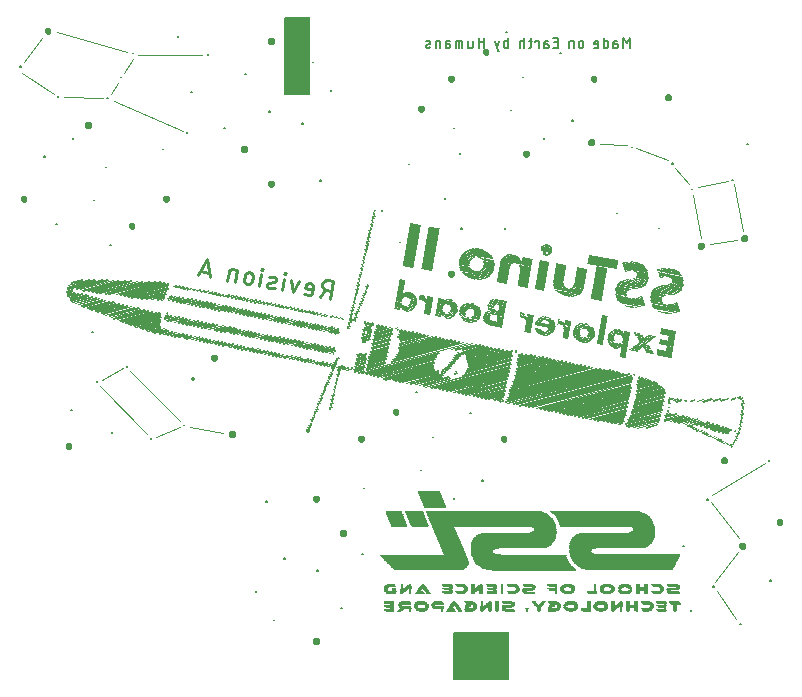
<source format=gbo>
G04 EAGLE Gerber RS-274X export*
G75*
%MOMM*%
%FSLAX34Y34*%
%LPD*%
%INSilkscreen Bottom*%
%IPPOS*%
%AMOC8*
5,1,8,0,0,1.08239X$1,22.5*%
G01*
%ADD10C,0.279400*%
%ADD11C,0.152400*%
%ADD12R,0.205741X0.022859*%
%ADD13R,0.205741X0.022863*%
%ADD14R,0.251459X0.022859*%
%ADD15R,0.708659X0.022859*%
%ADD16R,0.480059X0.022859*%
%ADD17R,0.228600X0.022859*%
%ADD18R,0.114300X0.022859*%
%ADD19R,0.411478X0.022859*%
%ADD20R,0.640081X0.022859*%
%ADD21R,0.251463X0.022859*%
%ADD22R,0.822959X0.022859*%
%ADD23R,0.617219X0.022859*%
%ADD24R,0.320041X0.022859*%
%ADD25R,0.777241X0.022859*%
%ADD26R,0.434341X0.022859*%
%ADD27R,0.388619X0.022859*%
%ADD28R,0.731519X0.022859*%
%ADD29R,0.274319X0.022859*%
%ADD30R,0.594359X0.022859*%
%ADD31R,0.182878X0.022859*%
%ADD32R,0.274322X0.022859*%
%ADD33R,0.891541X0.022859*%
%ADD34R,0.342900X0.022859*%
%ADD35R,0.754381X0.022859*%
%ADD36R,0.617222X0.022859*%
%ADD37R,0.685800X0.022859*%
%ADD38R,0.731522X0.022859*%
%ADD39R,0.754378X0.022859*%
%ADD40R,0.937262X0.022859*%
%ADD41R,0.388622X0.022859*%
%ADD42R,0.800100X0.022859*%
%ADD43R,0.777238X0.022859*%
%ADD44R,0.937259X0.022859*%
%ADD45R,0.274319X0.022863*%
%ADD46R,0.777241X0.022863*%
%ADD47R,0.800100X0.022863*%
%ADD48R,0.251459X0.022863*%
%ADD49R,0.320041X0.022863*%
%ADD50R,0.891541X0.022863*%
%ADD51R,0.777238X0.022863*%
%ADD52R,0.891538X0.022863*%
%ADD53R,0.868681X0.022863*%
%ADD54R,0.274322X0.022863*%
%ADD55R,0.937259X0.022863*%
%ADD56R,0.297181X0.022863*%
%ADD57R,0.320038X0.022863*%
%ADD58R,0.662941X0.022863*%
%ADD59R,0.388619X0.022863*%
%ADD60R,0.845819X0.022859*%
%ADD61R,0.868681X0.022859*%
%ADD62R,0.365762X0.022859*%
%ADD63R,0.982981X0.022859*%
%ADD64R,1.005841X0.022859*%
%ADD65R,0.914400X0.022859*%
%ADD66R,0.960119X0.022859*%
%ADD67R,0.982978X0.022859*%
%ADD68R,0.411481X0.022859*%
%ADD69R,1.028700X0.022859*%
%ADD70R,0.960122X0.022859*%
%ADD71R,0.571500X0.022859*%
%ADD72R,1.074419X0.022859*%
%ADD73R,0.868678X0.022859*%
%ADD74R,0.548641X0.022859*%
%ADD75R,1.074422X0.022859*%
%ADD76R,0.982978X0.022863*%
%ADD77R,0.457200X0.022863*%
%ADD78R,1.120141X0.022863*%
%ADD79R,0.868678X0.022863*%
%ADD80R,1.097278X0.022863*%
%ADD81R,0.960119X0.022863*%
%ADD82R,0.434341X0.022863*%
%ADD83R,0.342900X0.022863*%
%ADD84R,0.502919X0.022863*%
%ADD85R,1.097281X0.022863*%
%ADD86R,0.365759X0.022859*%
%ADD87R,0.480063X0.022859*%
%ADD88R,0.457200X0.022859*%
%ADD89R,0.320038X0.022859*%
%ADD90R,0.502922X0.022859*%
%ADD91R,0.297178X0.022859*%
%ADD92R,0.525781X0.022859*%
%ADD93R,0.297181X0.022859*%
%ADD94R,0.594363X0.022863*%
%ADD95R,0.365759X0.022863*%
%ADD96R,0.571500X0.022863*%
%ADD97R,1.028700X0.022863*%
%ADD98R,0.594363X0.022859*%
%ADD99R,1.005837X0.022859*%
%ADD100R,1.051559X0.022859*%
%ADD101R,0.502919X0.022859*%
%ADD102R,0.662941X0.022859*%
%ADD103R,0.617222X0.022863*%
%ADD104R,0.548641X0.022863*%
%ADD105R,0.640081X0.022863*%
%ADD106R,0.251463X0.022863*%
%ADD107R,0.662938X0.022859*%
%ADD108R,0.480059X0.022863*%
%ADD109R,0.502922X0.022863*%
%ADD110R,0.297178X0.022863*%
%ADD111R,0.525778X0.022859*%
%ADD112R,1.120141X0.022859*%
%ADD113R,1.120138X0.022859*%
%ADD114R,0.822963X0.022859*%
%ADD115R,1.097278X0.022859*%
%ADD116R,1.097281X0.022859*%
%ADD117R,0.845822X0.022859*%
%ADD118R,0.845819X0.022863*%
%ADD119R,0.845822X0.022863*%
%ADD120R,1.005841X0.022863*%
%ADD121R,0.937262X0.022863*%
%ADD122R,0.388622X0.022863*%
%ADD123R,0.731519X0.022863*%
%ADD124R,0.182881X0.022863*%
%ADD125R,0.617219X0.022863*%
%ADD126R,0.640078X0.022863*%
%ADD127R,0.754378X0.022863*%
%ADD128R,0.182878X0.022863*%
%ADD129R,0.708659X0.022863*%
%ADD130R,0.640078X0.022859*%
%ADD131R,0.091441X0.022859*%
%ADD132R,0.525781X0.022863*%
%ADD133R,0.708663X0.022863*%
%ADD134R,0.160019X0.022863*%
%ADD135R,0.731522X0.022863*%
%ADD136R,0.160022X0.022863*%
%ADD137R,0.708663X0.022859*%
%ADD138R,0.960122X0.022863*%
%ADD139R,0.822959X0.022863*%
%ADD140R,0.822963X0.022863*%
%ADD141R,0.891538X0.022859*%
%ADD142R,1.051562X0.022859*%
%ADD143R,0.434338X0.022859*%
%ADD144R,0.365762X0.022863*%
%ADD145R,0.914400X0.022863*%
%ADD146R,0.594359X0.022863*%
%ADD147R,0.411481X0.022863*%
%ADD148R,0.434338X0.022863*%
%ADD149R,0.411478X0.022863*%
%ADD150R,0.160022X0.022859*%
%ADD151R,0.160019X0.022859*%
%ADD152R,0.022859X0.022863*%
%ADD153R,7.178038X0.022859*%
%ADD154R,7.132322X0.022859*%
%ADD155R,7.429500X0.022859*%
%ADD156R,5.715000X0.022859*%
%ADD157R,7.292341X0.022863*%
%ADD158R,7.543800X0.022863*%
%ADD159R,5.829300X0.022863*%
%ADD160R,7.589522X0.022859*%
%ADD161R,5.920741X0.022859*%
%ADD162R,7.543800X0.022859*%
%ADD163R,7.635241X0.022859*%
%ADD164R,5.989322X0.022859*%
%ADD165R,7.612381X0.022859*%
%ADD166R,7.680959X0.022859*%
%ADD167R,6.057900X0.022859*%
%ADD168R,7.703819X0.022859*%
%ADD169R,6.103619X0.022859*%
%ADD170R,7.749541X0.022863*%
%ADD171R,7.726681X0.022863*%
%ADD172R,6.172200X0.022863*%
%ADD173R,7.818119X0.022859*%
%ADD174R,7.749541X0.022859*%
%ADD175R,6.217922X0.022859*%
%ADD176R,7.863838X0.022859*%
%ADD177R,7.749538X0.022859*%
%ADD178R,6.263641X0.022859*%
%ADD179R,7.932422X0.022859*%
%ADD180R,7.772400X0.022859*%
%ADD181R,6.309359X0.022859*%
%ADD182R,7.978141X0.022859*%
%ADD183R,6.355078X0.022859*%
%ADD184R,8.023859X0.022863*%
%ADD185R,7.772400X0.022863*%
%ADD186R,6.400800X0.022863*%
%ADD187R,8.069581X0.022859*%
%ADD188R,7.795259X0.022859*%
%ADD189R,6.446522X0.022859*%
%ADD190R,8.115300X0.022859*%
%ADD191R,6.492241X0.022859*%
%ADD192R,8.161019X0.022859*%
%ADD193R,6.515100X0.022859*%
%ADD194R,8.206741X0.022859*%
%ADD195R,7.818122X0.022859*%
%ADD196R,6.560819X0.022859*%
%ADD197R,8.252459X0.022863*%
%ADD198R,7.840981X0.022863*%
%ADD199R,6.583678X0.022863*%
%ADD200R,8.275319X0.022859*%
%ADD201R,7.840978X0.022859*%
%ADD202R,6.629400X0.022859*%
%ADD203R,8.343900X0.022859*%
%ADD204R,6.652259X0.022859*%
%ADD205R,8.389622X0.022859*%
%ADD206R,7.863841X0.022859*%
%ADD207R,6.697981X0.022859*%
%ADD208R,8.412481X0.022859*%
%ADD209R,7.886700X0.022859*%
%ADD210R,6.720841X0.022859*%
%ADD211R,8.458200X0.022863*%
%ADD212R,7.886700X0.022863*%
%ADD213R,6.766559X0.022863*%
%ADD214R,8.481059X0.022859*%
%ADD215R,6.789422X0.022859*%
%ADD216R,8.526778X0.022859*%
%ADD217R,7.909563X0.022859*%
%ADD218R,6.812281X0.022859*%
%ADD219R,8.549641X0.022859*%
%ADD220R,7.909559X0.022859*%
%ADD221R,6.835141X0.022859*%
%ADD222R,8.595359X0.022859*%
%ADD223R,6.858000X0.022859*%
%ADD224R,8.641081X0.022863*%
%ADD225R,7.932419X0.022863*%
%ADD226R,6.880859X0.022863*%
%ADD227R,8.663941X0.022859*%
%ADD228R,7.932419X0.022859*%
%ADD229R,6.903722X0.022859*%
%ADD230R,8.709659X0.022859*%
%ADD231R,6.926581X0.022859*%
%ADD232R,8.732522X0.022859*%
%ADD233R,6.949441X0.022859*%
%ADD234R,8.778241X0.022859*%
%ADD235R,8.778241X0.022863*%
%ADD236R,7.955281X0.022863*%
%ADD237R,6.972300X0.022863*%
%ADD238R,8.823959X0.022859*%
%ADD239R,7.955281X0.022859*%
%ADD240R,6.995163X0.022859*%
%ADD241R,8.869678X0.022859*%
%ADD242R,7.955278X0.022859*%
%ADD243R,6.995159X0.022859*%
%ADD244R,7.978138X0.022859*%
%ADD245R,7.018019X0.022859*%
%ADD246R,8.915400X0.022859*%
%ADD247R,8.938263X0.022863*%
%ADD248R,7.978141X0.022863*%
%ADD249R,7.040878X0.022863*%
%ADD250R,8.961122X0.022859*%
%ADD251R,7.040881X0.022859*%
%ADD252R,8.983981X0.022859*%
%ADD253R,7.063741X0.022859*%
%ADD254R,9.006841X0.022859*%
%ADD255R,7.086600X0.022859*%
%ADD256R,9.029700X0.022859*%
%ADD257R,9.052559X0.022863*%
%ADD258R,7.109459X0.022863*%
%ADD259R,9.098278X0.022859*%
%ADD260R,8.001000X0.022859*%
%ADD261R,7.109463X0.022859*%
%ADD262R,9.144000X0.022859*%
%ADD263R,7.132319X0.022859*%
%ADD264R,7.155178X0.022859*%
%ADD265R,9.166859X0.022863*%
%ADD266R,8.023862X0.022863*%
%ADD267R,7.178038X0.022863*%
%ADD268R,9.189722X0.022859*%
%ADD269R,8.023862X0.022859*%
%ADD270R,7.178041X0.022859*%
%ADD271R,9.212581X0.022859*%
%ADD272R,7.200900X0.022859*%
%ADD273R,9.235441X0.022859*%
%ADD274R,8.023859X0.022859*%
%ADD275R,9.258300X0.022859*%
%ADD276R,7.223759X0.022859*%
%ADD277R,9.281159X0.022863*%
%ADD278R,7.246619X0.022863*%
%ADD279R,9.281159X0.022859*%
%ADD280R,9.326881X0.022859*%
%ADD281R,8.046719X0.022859*%
%ADD282R,1.897381X0.022859*%
%ADD283R,1.851662X0.022859*%
%ADD284R,9.349741X0.022859*%
%ADD285R,2.468881X0.022859*%
%ADD286R,1.828800X0.022859*%
%ADD287R,2.286000X0.022863*%
%ADD288R,2.194559X0.022863*%
%ADD289R,1.805938X0.022863*%
%ADD290R,2.148841X0.022859*%
%ADD291R,2.080259X0.022859*%
%ADD292R,1.805938X0.022859*%
%ADD293R,2.057400X0.022859*%
%ADD294R,2.011678X0.022859*%
%ADD295R,1.988819X0.022859*%
%ADD296R,1.965959X0.022859*%
%ADD297R,1.805941X0.022859*%
%ADD298R,1.943100X0.022859*%
%ADD299R,1.920241X0.022859*%
%ADD300R,1.897378X0.022863*%
%ADD301R,1.874519X0.022863*%
%ADD302R,1.783081X0.022863*%
%ADD303R,1.851659X0.022859*%
%ADD304R,1.783081X0.022859*%
%ADD305R,1.805941X0.022863*%
%ADD306R,1.783078X0.022859*%
%ADD307R,1.874519X0.022859*%
%ADD308R,1.897378X0.022859*%
%ADD309R,1.920238X0.022859*%
%ADD310R,1.943100X0.022863*%
%ADD311R,1.965959X0.022863*%
%ADD312R,2.125978X0.022859*%
%ADD313R,2.171700X0.022859*%
%ADD314R,2.263138X0.022859*%
%ADD315R,2.377438X0.022859*%
%ADD316R,3.657600X0.022863*%
%ADD317R,6.149338X0.022863*%
%ADD318R,6.263638X0.022859*%
%ADD319R,6.377938X0.022859*%
%ADD320R,6.400800X0.022859*%
%ADD321R,6.446519X0.022859*%
%ADD322R,6.469378X0.022859*%
%ADD323R,6.492237X0.022859*%
%ADD324R,6.537959X0.022863*%
%ADD325R,6.560819X0.022863*%
%ADD326R,6.583678X0.022859*%
%ADD327R,6.606537X0.022859*%
%ADD328R,6.675119X0.022859*%
%ADD329R,6.697978X0.022859*%
%ADD330R,6.720838X0.022863*%
%ADD331R,6.743700X0.022859*%
%ADD332R,6.766559X0.022859*%
%ADD333R,6.789419X0.022859*%
%ADD334R,6.812278X0.022863*%
%ADD335R,6.880859X0.022859*%
%ADD336R,6.903719X0.022863*%
%ADD337R,6.903719X0.022859*%
%ADD338R,6.926581X0.022863*%
%ADD339R,6.926578X0.022859*%
%ADD340R,6.949438X0.022859*%
%ADD341R,6.949441X0.022863*%
%ADD342R,6.835141X0.022863*%
%ADD343R,6.835138X0.022859*%
%ADD344R,6.812278X0.022859*%
%ADD345R,6.697978X0.022863*%
%ADD346R,6.606541X0.022859*%
%ADD347R,6.583681X0.022859*%
%ADD348R,6.560822X0.022859*%
%ADD349R,6.537962X0.022863*%
%ADD350R,6.515100X0.022863*%
%ADD351R,6.423663X0.022859*%
%ADD352R,6.377941X0.022859*%
%ADD353R,6.332222X0.022859*%
%ADD354R,6.126481X0.022859*%
%ADD355R,5.989322X0.022863*%
%ADD356R,2.263141X0.022863*%
%ADD357R,2.217422X0.022859*%
%ADD358R,2.125981X0.022859*%
%ADD359R,2.103122X0.022859*%
%ADD360R,2.034541X0.022859*%
%ADD361R,2.011681X0.022859*%
%ADD362R,1.988822X0.022863*%
%ADD363R,1.965963X0.022863*%
%ADD364R,1.965963X0.022859*%
%ADD365R,1.874522X0.022859*%
%ADD366R,1.851662X0.022863*%
%ADD367R,1.828800X0.022863*%
%ADD368R,2.034537X0.022859*%
%ADD369R,1.417319X0.022859*%
%ADD370R,1.394463X0.022859*%
%ADD371R,2.148841X0.022863*%
%ADD372R,1.417322X0.022863*%
%ADD373R,10.469878X0.022859*%
%ADD374R,1.417322X0.022859*%
%ADD375R,1.394459X0.022859*%
%ADD376R,1.440181X0.022859*%
%ADD377R,10.469881X0.022859*%
%ADD378R,8.001000X0.022863*%
%ADD379R,10.469881X0.022863*%
%ADD380R,1.417319X0.022863*%
%ADD381R,10.492741X0.022859*%
%ADD382R,1.440178X0.022859*%
%ADD383R,1.440178X0.022863*%
%ADD384R,10.492738X0.022859*%
%ADD385R,10.492741X0.022863*%
%ADD386R,1.440181X0.022863*%
%ADD387R,10.447019X0.022859*%
%ADD388R,10.469878X0.022863*%
%ADD389R,10.447022X0.022859*%
%ADD390R,7.909559X0.022863*%
%ADD391R,10.424159X0.022863*%
%ADD392R,10.401300X0.022859*%
%ADD393R,10.378441X0.022859*%
%ADD394R,7.909563X0.022863*%
%ADD395R,10.355578X0.022863*%
%ADD396R,10.355578X0.022859*%
%ADD397R,10.332719X0.022859*%
%ADD398R,10.309859X0.022859*%
%ADD399R,10.287000X0.022859*%
%ADD400R,7.863838X0.022863*%
%ADD401R,10.264141X0.022863*%
%ADD402R,7.840981X0.022859*%
%ADD403R,10.241281X0.022859*%
%ADD404R,10.218422X0.022859*%
%ADD405R,10.195559X0.022859*%
%ADD406R,10.172700X0.022859*%
%ADD407R,7.795259X0.022863*%
%ADD408R,10.126981X0.022863*%
%ADD409R,10.104119X0.022859*%
%ADD410R,10.058400X0.022859*%
%ADD411R,10.035538X0.022859*%
%ADD412R,7.726678X0.022859*%
%ADD413R,9.989819X0.022859*%
%ADD414R,7.703822X0.022863*%
%ADD415R,9.966963X0.022863*%
%ADD416R,9.921241X0.022859*%
%ADD417R,9.852663X0.022859*%
%ADD418R,9.806941X0.022859*%
%ADD419R,7.498081X0.022859*%
%ADD420R,9.738359X0.022859*%
%ADD421R,7.383781X0.022863*%
%ADD422R,9.646919X0.022863*%
%ADD423R,9.509759X0.022859*%
%ADD424C,0.406400*%
%ADD425C,0.200000*%
%ADD426C,0.101600*%
%ADD427R,1.040000X0.150000*%
%ADD428R,1.920000X0.150000*%
%ADD429R,2.520000X0.140000*%
%ADD430R,3.110000X0.150000*%
%ADD431R,2.820000X0.150000*%
%ADD432R,0.590000X0.150000*%
%ADD433R,0.140000X0.150000*%
%ADD434R,2.960000X0.150000*%
%ADD435R,0.150000X0.150000*%
%ADD436R,3.250000X0.150000*%
%ADD437R,0.740000X0.150000*%
%ADD438R,0.150000X0.140000*%
%ADD439R,3.410000X0.140000*%
%ADD440R,1.040000X0.140000*%
%ADD441R,0.300000X0.150000*%
%ADD442R,3.550000X0.150000*%
%ADD443R,1.190000X0.150000*%
%ADD444R,3.710000X0.150000*%
%ADD445R,1.480000X0.150000*%
%ADD446R,3.850000X0.150000*%
%ADD447R,1.630000X0.150000*%
%ADD448R,4.000000X0.150000*%
%ADD449R,1.780000X0.150000*%
%ADD450R,4.150000X0.140000*%
%ADD451R,1.920000X0.140000*%
%ADD452R,1.930000X0.150000*%
%ADD453R,0.290000X0.150000*%
%ADD454R,2.070000X0.150000*%
%ADD455R,3.700000X0.150000*%
%ADD456R,3.260000X0.150000*%
%ADD457R,2.230000X0.150000*%
%ADD458R,0.440000X0.140000*%
%ADD459R,2.820000X0.140000*%
%ADD460R,2.220000X0.140000*%
%ADD461R,0.440000X0.150000*%
%ADD462R,2.370000X0.150000*%
%ADD463R,2.220000X0.150000*%
%ADD464R,0.450000X0.150000*%
%ADD465R,1.180000X0.150000*%
%ADD466R,2.520000X0.150000*%
%ADD467R,0.300000X0.140000*%
%ADD468R,0.740000X0.140000*%
%ADD469R,0.290000X0.140000*%
%ADD470R,2.670000X0.140000*%
%ADD471R,2.660000X0.150000*%
%ADD472R,1.030000X0.150000*%
%ADD473R,2.670000X0.150000*%
%ADD474R,2.810000X0.150000*%
%ADD475R,1.190000X0.140000*%
%ADD476R,3.120000X0.140000*%
%ADD477R,0.600000X0.150000*%
%ADD478R,0.590000X0.140000*%
%ADD479R,1.340000X0.150000*%
%ADD480R,1.180000X0.140000*%
%ADD481R,0.890000X0.150000*%
%ADD482R,0.880000X0.150000*%
%ADD483R,0.890000X0.140000*%
%ADD484R,1.330000X0.150000*%
%ADD485R,0.750000X0.150000*%
%ADD486R,0.140000X0.140000*%
%ADD487R,0.750000X0.140000*%
%ADD488R,1.480000X0.140000*%
%ADD489R,1.630000X0.140000*%
%ADD490R,2.960000X0.140000*%
%ADD491R,3.410000X0.150000*%
%ADD492R,4.440000X0.150000*%
%ADD493R,4.890000X0.140000*%
%ADD494R,5.340000X0.150000*%
%ADD495R,1.770000X0.150000*%
%ADD496R,5.920000X0.150000*%
%ADD497R,1.620000X0.150000*%
%ADD498R,6.370000X0.150000*%
%ADD499R,8.890000X0.150000*%
%ADD500R,1.930000X0.140000*%
%ADD501R,6.820000X0.140000*%
%ADD502R,6.220000X0.150000*%
%ADD503R,5.480000X0.150000*%
%ADD504R,2.970000X0.150000*%
%ADD505R,5.030000X0.150000*%
%ADD506R,4.740000X0.150000*%
%ADD507R,4.450000X0.140000*%
%ADD508R,4.300000X0.150000*%
%ADD509R,3.560000X0.150000*%
%ADD510R,3.850000X0.140000*%
%ADD511R,3.260000X0.140000*%
%ADD512R,4.150000X0.150000*%
%ADD513R,2.080000X0.140000*%
%ADD514R,7.560000X0.140000*%
%ADD515R,6.960000X0.150000*%
%ADD516R,6.670000X0.150000*%
%ADD517R,5.930000X0.150000*%
%ADD518R,5.480000X0.140000*%
%ADD519R,4.140000X0.150000*%
%ADD520R,5.180000X0.150000*%
%ADD521R,4.590000X0.150000*%
%ADD522R,4.890000X0.150000*%
%ADD523R,5.330000X0.150000*%
%ADD524R,5.780000X0.140000*%
%ADD525R,3.710000X0.140000*%
%ADD526R,6.070000X0.150000*%
%ADD527R,6.520000X0.150000*%
%ADD528R,6.970000X0.150000*%
%ADD529R,7.400000X0.150000*%
%ADD530R,7.700000X0.150000*%
%ADD531R,8.150000X0.140000*%
%ADD532R,8.440000X0.150000*%
%ADD533R,9.040000X0.150000*%
%ADD534R,9.480000X0.150000*%
%ADD535R,9.930000X0.150000*%
%ADD536R,9.930000X0.140000*%
%ADD537R,9.770000X0.150000*%
%ADD538R,9.190000X0.150000*%
%ADD539R,0.450000X0.140000*%
%ADD540R,8.740000X0.140000*%
%ADD541R,8.450000X0.150000*%
%ADD542R,8.000000X0.150000*%
%ADD543R,7.410000X0.150000*%
%ADD544R,1.780000X0.140000*%
%ADD545R,6.960000X0.140000*%
%ADD546R,6.660000X0.150000*%
%ADD547R,5.490000X0.150000*%
%ADD548R,5.190000X0.140000*%
%ADD549R,4.450000X0.150000*%
%ADD550R,2.810000X0.140000*%
%ADD551R,3.110000X0.140000*%
%ADD552R,1.770000X0.140000*%
%ADD553R,1.030000X0.140000*%
%ADD554R,0.060000X0.060000*%
%ADD555R,0.430000X0.070000*%
%ADD556R,0.680000X0.060000*%
%ADD557R,0.740000X0.060000*%
%ADD558R,0.810000X0.060000*%
%ADD559R,0.800000X0.060000*%
%ADD560R,1.230000X0.060000*%
%ADD561R,1.300000X0.060000*%
%ADD562R,2.530000X0.060000*%
%ADD563R,0.930000X0.060000*%
%ADD564R,0.920000X0.060000*%
%ADD565R,1.610000X0.060000*%
%ADD566R,1.600000X0.060000*%
%ADD567R,1.850000X0.070000*%
%ADD568R,2.530000X0.070000*%
%ADD569R,0.930000X0.070000*%
%ADD570R,0.920000X0.070000*%
%ADD571R,1.980000X0.060000*%
%ADD572R,1.970000X0.060000*%
%ADD573R,2.040000X0.060000*%
%ADD574R,2.030000X0.060000*%
%ADD575R,2.100000X0.070000*%
%ADD576R,0.800000X0.070000*%
%ADD577R,2.100000X0.060000*%
%ADD578R,0.550000X0.060000*%
%ADD579R,0.430000X0.060000*%
%ADD580R,1.240000X0.060000*%
%ADD581R,0.560000X0.060000*%
%ADD582R,1.110000X0.060000*%
%ADD583R,0.370000X0.060000*%
%ADD584R,1.040000X0.060000*%
%ADD585R,0.310000X0.060000*%
%ADD586R,0.990000X0.070000*%
%ADD587R,0.190000X0.070000*%
%ADD588R,0.980000X0.070000*%
%ADD589R,0.180000X0.070000*%
%ADD590R,0.990000X0.060000*%
%ADD591R,0.980000X0.060000*%
%ADD592R,1.050000X0.060000*%
%ADD593R,1.110000X0.070000*%
%ADD594R,1.050000X0.070000*%
%ADD595R,0.860000X0.070000*%
%ADD596R,0.870000X0.070000*%
%ADD597R,1.180000X0.070000*%
%ADD598R,1.180000X0.060000*%
%ADD599R,0.860000X0.060000*%
%ADD600R,0.870000X0.060000*%
%ADD601R,1.120000X0.060000*%
%ADD602R,1.480000X0.060000*%
%ADD603R,1.720000X0.060000*%
%ADD604R,1.360000X0.060000*%
%ADD605R,1.350000X0.060000*%
%ADD606R,1.860000X0.060000*%
%ADD607R,1.790000X0.060000*%
%ADD608R,2.220000X0.060000*%
%ADD609R,1.910000X0.070000*%
%ADD610R,2.340000X0.070000*%
%ADD611R,2.590000X0.060000*%
%ADD612R,2.460000X0.060000*%
%ADD613R,2.660000X0.060000*%
%ADD614R,2.090000X0.060000*%
%ADD615R,1.170000X0.060000*%
%ADD616R,2.720000X0.060000*%
%ADD617R,2.040000X0.070000*%
%ADD618R,1.170000X0.070000*%
%ADD619R,1.920000X0.060000*%
%ADD620R,1.910000X0.060000*%
%ADD621R,1.420000X0.060000*%
%ADD622R,1.290000X0.070000*%
%ADD623R,1.230000X0.070000*%
%ADD624R,0.120000X0.060000*%
%ADD625R,0.250000X0.060000*%
%ADD626R,0.500000X0.060000*%
%ADD627R,0.490000X0.060000*%
%ADD628R,0.610000X0.060000*%
%ADD629R,1.300000X0.070000*%
%ADD630R,2.410000X0.060000*%
%ADD631R,2.400000X0.060000*%
%ADD632R,2.470000X0.060000*%
%ADD633R,2.350000X0.060000*%
%ADD634R,2.340000X0.060000*%
%ADD635R,2.400000X0.070000*%
%ADD636R,2.410000X0.070000*%
%ADD637R,2.280000X0.070000*%
%ADD638R,2.220000X0.070000*%
%ADD639R,2.160000X0.060000*%
%ADD640R,1.540000X0.060000*%
%ADD641R,1.490000X0.060000*%
%ADD642R,1.290000X0.060000*%
%ADD643R,0.500000X0.070000*%
%ADD644R,0.490000X0.070000*%
%ADD645R,1.410000X0.060000*%
%ADD646R,1.480000X0.070000*%
%ADD647R,0.620000X0.060000*%
%ADD648R,0.550000X0.070000*%
%ADD649R,0.680000X0.070000*%
%ADD650R,0.610000X0.070000*%
%ADD651R,0.310000X0.070000*%
%ADD652R,0.750000X0.070000*%
%ADD653R,0.810000X0.070000*%
%ADD654R,0.620000X0.070000*%
%ADD655R,0.370000X0.070000*%
%ADD656R,0.670000X0.060000*%
%ADD657R,1.550000X0.060000*%
%ADD658R,1.670000X0.060000*%
%ADD659R,1.660000X0.060000*%
%ADD660R,1.670000X0.070000*%
%ADD661R,0.440000X0.070000*%
%ADD662R,1.720000X0.070000*%
%ADD663R,1.730000X0.060000*%
%ADD664R,0.740000X0.070000*%
%ADD665R,0.560000X0.070000*%
%ADD666R,1.730000X0.070000*%
%ADD667R,1.360000X0.070000*%
%ADD668R,0.750000X0.060000*%
%ADD669R,1.410000X0.070000*%

G36*
X441351Y-1520D02*
X441351Y-1520D01*
X441377Y-1522D01*
X441524Y-1500D01*
X441671Y-1483D01*
X441696Y-1475D01*
X441722Y-1471D01*
X441860Y-1416D01*
X441999Y-1366D01*
X442021Y-1352D01*
X442046Y-1342D01*
X442167Y-1257D01*
X442292Y-1177D01*
X442310Y-1158D01*
X442332Y-1143D01*
X442431Y-1033D01*
X442534Y-926D01*
X442548Y-904D01*
X442565Y-884D01*
X442637Y-754D01*
X442713Y-627D01*
X442721Y-602D01*
X442734Y-579D01*
X442774Y-436D01*
X442819Y-295D01*
X442821Y-269D01*
X442829Y-244D01*
X442848Y0D01*
X442848Y38100D01*
X442846Y38118D01*
X442847Y38133D01*
X442846Y38140D01*
X442847Y38152D01*
X442825Y38299D01*
X442808Y38446D01*
X442800Y38471D01*
X442796Y38497D01*
X442741Y38635D01*
X442691Y38774D01*
X442677Y38796D01*
X442667Y38821D01*
X442582Y38942D01*
X442502Y39067D01*
X442483Y39085D01*
X442468Y39107D01*
X442358Y39206D01*
X442251Y39309D01*
X442229Y39323D01*
X442209Y39340D01*
X442079Y39412D01*
X441952Y39488D01*
X441927Y39496D01*
X441904Y39509D01*
X441761Y39549D01*
X441620Y39594D01*
X441594Y39596D01*
X441569Y39604D01*
X441325Y39623D01*
X396875Y39623D01*
X396849Y39620D01*
X396823Y39622D01*
X396676Y39600D01*
X396529Y39583D01*
X396504Y39575D01*
X396478Y39571D01*
X396340Y39516D01*
X396201Y39466D01*
X396179Y39452D01*
X396154Y39442D01*
X396033Y39357D01*
X395908Y39277D01*
X395890Y39258D01*
X395868Y39243D01*
X395769Y39133D01*
X395666Y39026D01*
X395652Y39004D01*
X395635Y38984D01*
X395563Y38854D01*
X395487Y38727D01*
X395479Y38702D01*
X395466Y38679D01*
X395426Y38536D01*
X395381Y38395D01*
X395379Y38369D01*
X395371Y38344D01*
X395352Y38100D01*
X395352Y0D01*
X395355Y-26D01*
X395353Y-52D01*
X395375Y-199D01*
X395392Y-346D01*
X395400Y-371D01*
X395404Y-397D01*
X395459Y-535D01*
X395509Y-674D01*
X395523Y-696D01*
X395533Y-721D01*
X395618Y-842D01*
X395698Y-967D01*
X395717Y-985D01*
X395732Y-1007D01*
X395842Y-1106D01*
X395949Y-1209D01*
X395971Y-1223D01*
X395991Y-1240D01*
X396121Y-1312D01*
X396248Y-1388D01*
X396273Y-1396D01*
X396296Y-1409D01*
X396439Y-1449D01*
X396580Y-1494D01*
X396606Y-1496D01*
X396631Y-1504D01*
X396875Y-1523D01*
X441325Y-1523D01*
X441351Y-1520D01*
G37*
G36*
X273076Y493780D02*
X273076Y493780D01*
X273102Y493778D01*
X273249Y493800D01*
X273396Y493817D01*
X273421Y493825D01*
X273447Y493829D01*
X273585Y493884D01*
X273724Y493934D01*
X273746Y493948D01*
X273771Y493958D01*
X273892Y494043D01*
X274017Y494123D01*
X274035Y494142D01*
X274057Y494157D01*
X274156Y494267D01*
X274259Y494374D01*
X274273Y494396D01*
X274290Y494416D01*
X274362Y494546D01*
X274438Y494673D01*
X274446Y494698D01*
X274459Y494721D01*
X274499Y494864D01*
X274544Y495005D01*
X274546Y495031D01*
X274554Y495056D01*
X274573Y495300D01*
X274573Y558800D01*
X274570Y558826D01*
X274572Y558852D01*
X274550Y558999D01*
X274533Y559146D01*
X274525Y559171D01*
X274521Y559197D01*
X274466Y559335D01*
X274416Y559474D01*
X274402Y559496D01*
X274392Y559521D01*
X274307Y559642D01*
X274227Y559767D01*
X274208Y559785D01*
X274193Y559807D01*
X274083Y559906D01*
X273976Y560009D01*
X273954Y560023D01*
X273934Y560040D01*
X273804Y560112D01*
X273677Y560188D01*
X273652Y560196D01*
X273629Y560209D01*
X273486Y560249D01*
X273345Y560294D01*
X273319Y560296D01*
X273294Y560304D01*
X273050Y560323D01*
X254000Y560323D01*
X253974Y560320D01*
X253948Y560322D01*
X253801Y560300D01*
X253654Y560283D01*
X253629Y560275D01*
X253603Y560271D01*
X253465Y560216D01*
X253326Y560166D01*
X253304Y560152D01*
X253279Y560142D01*
X253158Y560057D01*
X253033Y559977D01*
X253015Y559958D01*
X252993Y559943D01*
X252894Y559833D01*
X252791Y559726D01*
X252777Y559704D01*
X252760Y559684D01*
X252688Y559554D01*
X252612Y559427D01*
X252604Y559402D01*
X252591Y559379D01*
X252551Y559236D01*
X252506Y559095D01*
X252504Y559069D01*
X252496Y559044D01*
X252477Y558800D01*
X252477Y495300D01*
X252480Y495274D01*
X252478Y495248D01*
X252500Y495101D01*
X252517Y494954D01*
X252525Y494929D01*
X252529Y494903D01*
X252584Y494765D01*
X252634Y494626D01*
X252648Y494604D01*
X252658Y494579D01*
X252743Y494458D01*
X252823Y494333D01*
X252842Y494315D01*
X252857Y494293D01*
X252967Y494194D01*
X253074Y494091D01*
X253096Y494077D01*
X253116Y494060D01*
X253246Y493988D01*
X253373Y493912D01*
X253398Y493904D01*
X253421Y493891D01*
X253564Y493851D01*
X253705Y493806D01*
X253731Y493804D01*
X253756Y493796D01*
X254000Y493777D01*
X273050Y493777D01*
X273076Y493780D01*
G37*
D10*
X290947Y321745D02*
X293549Y336503D01*
X289449Y337226D01*
X289450Y337226D02*
X289323Y337246D01*
X289196Y337262D01*
X289069Y337275D01*
X288941Y337284D01*
X288812Y337288D01*
X288684Y337289D01*
X288556Y337285D01*
X288428Y337278D01*
X288300Y337267D01*
X288173Y337252D01*
X288046Y337233D01*
X287920Y337210D01*
X287795Y337183D01*
X287670Y337153D01*
X287547Y337118D01*
X287424Y337080D01*
X287303Y337038D01*
X287183Y336992D01*
X287065Y336943D01*
X286948Y336890D01*
X286833Y336833D01*
X286720Y336773D01*
X286609Y336710D01*
X286499Y336643D01*
X286392Y336572D01*
X286287Y336499D01*
X286184Y336422D01*
X286084Y336342D01*
X285986Y336259D01*
X285891Y336174D01*
X285798Y336085D01*
X285709Y335993D01*
X285622Y335899D01*
X285538Y335802D01*
X285457Y335702D01*
X285379Y335601D01*
X285305Y335496D01*
X285233Y335390D01*
X285165Y335281D01*
X285101Y335170D01*
X285039Y335058D01*
X284982Y334943D01*
X284927Y334827D01*
X284877Y334709D01*
X284830Y334590D01*
X284787Y334469D01*
X284747Y334347D01*
X284711Y334224D01*
X284680Y334100D01*
X284651Y333975D01*
X284627Y333849D01*
X284607Y333722D01*
X284591Y333595D01*
X284578Y333468D01*
X284569Y333340D01*
X284565Y333211D01*
X284564Y333083D01*
X284568Y332955D01*
X284575Y332827D01*
X284586Y332699D01*
X284601Y332572D01*
X284620Y332445D01*
X284643Y332319D01*
X284670Y332194D01*
X284700Y332069D01*
X284735Y331946D01*
X284773Y331823D01*
X284815Y331702D01*
X284861Y331582D01*
X284910Y331464D01*
X284963Y331347D01*
X285020Y331232D01*
X285080Y331119D01*
X285143Y331008D01*
X285210Y330898D01*
X285280Y330791D01*
X285354Y330686D01*
X285431Y330583D01*
X285511Y330483D01*
X285594Y330385D01*
X285679Y330290D01*
X285768Y330197D01*
X285860Y330108D01*
X285954Y330021D01*
X286051Y329937D01*
X286151Y329856D01*
X286252Y329778D01*
X286357Y329704D01*
X286463Y329632D01*
X286572Y329564D01*
X286683Y329500D01*
X286795Y329438D01*
X286910Y329381D01*
X287026Y329326D01*
X287144Y329276D01*
X287263Y329229D01*
X287384Y329186D01*
X287506Y329146D01*
X287629Y329110D01*
X287753Y329079D01*
X287878Y329050D01*
X288004Y329026D01*
X288004Y329027D02*
X292103Y328304D01*
X287184Y329171D02*
X282748Y323190D01*
X273435Y324832D02*
X269336Y325555D01*
X273435Y324832D02*
X273532Y324817D01*
X273630Y324806D01*
X273727Y324798D01*
X273825Y324794D01*
X273923Y324795D01*
X274021Y324799D01*
X274119Y324807D01*
X274217Y324818D01*
X274314Y324834D01*
X274410Y324853D01*
X274505Y324876D01*
X274599Y324903D01*
X274693Y324934D01*
X274785Y324968D01*
X274875Y325006D01*
X274964Y325047D01*
X275051Y325092D01*
X275137Y325140D01*
X275220Y325191D01*
X275302Y325246D01*
X275381Y325304D01*
X275458Y325364D01*
X275532Y325428D01*
X275604Y325495D01*
X275673Y325565D01*
X275740Y325637D01*
X275803Y325712D01*
X275864Y325789D01*
X275921Y325868D01*
X275976Y325950D01*
X276027Y326034D01*
X276075Y326119D01*
X276119Y326207D01*
X276160Y326296D01*
X276197Y326387D01*
X276231Y326479D01*
X276261Y326572D01*
X276287Y326667D01*
X276310Y326762D01*
X276329Y326858D01*
X277052Y330958D01*
X277051Y330958D02*
X277069Y331070D01*
X277083Y331183D01*
X277093Y331296D01*
X277100Y331410D01*
X277102Y331523D01*
X277100Y331637D01*
X277095Y331751D01*
X277086Y331864D01*
X277073Y331977D01*
X277056Y332089D01*
X277035Y332201D01*
X277010Y332312D01*
X276982Y332422D01*
X276950Y332531D01*
X276914Y332639D01*
X276874Y332746D01*
X276831Y332851D01*
X276785Y332955D01*
X276734Y333057D01*
X276681Y333157D01*
X276624Y333255D01*
X276563Y333352D01*
X276500Y333446D01*
X276433Y333538D01*
X276363Y333628D01*
X276290Y333715D01*
X276214Y333800D01*
X276136Y333882D01*
X276054Y333961D01*
X275970Y334038D01*
X275883Y334111D01*
X275794Y334182D01*
X275703Y334249D01*
X275609Y334314D01*
X275513Y334375D01*
X275415Y334432D01*
X275315Y334487D01*
X275214Y334538D01*
X275110Y334585D01*
X275005Y334629D01*
X274899Y334669D01*
X274791Y334706D01*
X274683Y334739D01*
X274573Y334768D01*
X274462Y334794D01*
X274350Y334815D01*
X274238Y334833D01*
X274125Y334847D01*
X274012Y334857D01*
X273898Y334864D01*
X273785Y334866D01*
X273671Y334864D01*
X273557Y334859D01*
X273444Y334850D01*
X273331Y334837D01*
X273219Y334820D01*
X273107Y334799D01*
X272996Y334774D01*
X272886Y334746D01*
X272777Y334714D01*
X272669Y334678D01*
X272562Y334638D01*
X272457Y334595D01*
X272353Y334549D01*
X272251Y334498D01*
X272151Y334445D01*
X272053Y334388D01*
X271956Y334327D01*
X271862Y334264D01*
X271770Y334197D01*
X271680Y334127D01*
X271593Y334054D01*
X271508Y333978D01*
X271426Y333900D01*
X271347Y333818D01*
X271270Y333734D01*
X271197Y333647D01*
X271126Y333558D01*
X271059Y333467D01*
X270994Y333373D01*
X270933Y333277D01*
X270876Y333179D01*
X270821Y333079D01*
X270770Y332978D01*
X270723Y332874D01*
X270679Y332769D01*
X270639Y332663D01*
X270602Y332555D01*
X270569Y332447D01*
X270540Y332337D01*
X270514Y332226D01*
X270493Y332114D01*
X270493Y332115D02*
X270203Y330475D01*
X276763Y329318D01*
X264802Y336500D02*
X259787Y327239D01*
X258243Y337656D01*
X252286Y338706D02*
X250551Y328867D01*
X253419Y342734D02*
X253564Y343554D01*
X252744Y343698D01*
X252599Y342878D01*
X253419Y342734D01*
X243864Y335964D02*
X239475Y335047D01*
X243864Y335964D02*
X243953Y335984D01*
X244042Y336009D01*
X244130Y336037D01*
X244216Y336069D01*
X244301Y336105D01*
X244385Y336145D01*
X244466Y336187D01*
X244546Y336234D01*
X244624Y336283D01*
X244699Y336336D01*
X244772Y336392D01*
X244843Y336452D01*
X244911Y336514D01*
X244976Y336579D01*
X245039Y336646D01*
X245099Y336717D01*
X245155Y336789D01*
X245208Y336865D01*
X245259Y336942D01*
X245305Y337021D01*
X245349Y337103D01*
X245389Y337186D01*
X245425Y337271D01*
X245457Y337357D01*
X245486Y337444D01*
X245511Y337533D01*
X245533Y337623D01*
X245550Y337713D01*
X245564Y337804D01*
X245573Y337896D01*
X245579Y337988D01*
X245581Y338080D01*
X245579Y338172D01*
X245573Y338264D01*
X245563Y338356D01*
X245549Y338447D01*
X245531Y338538D01*
X245510Y338627D01*
X245484Y338716D01*
X245455Y338803D01*
X245422Y338889D01*
X245386Y338974D01*
X245346Y339057D01*
X245302Y339138D01*
X245255Y339218D01*
X245205Y339295D01*
X245151Y339370D01*
X245094Y339442D01*
X245035Y339513D01*
X244972Y339580D01*
X244906Y339645D01*
X244838Y339707D01*
X244767Y339766D01*
X244694Y339822D01*
X244618Y339874D01*
X244540Y339924D01*
X244461Y339970D01*
X244379Y340012D01*
X244295Y340051D01*
X244210Y340087D01*
X244124Y340119D01*
X244036Y340147D01*
X243947Y340171D01*
X243857Y340192D01*
X243766Y340208D01*
X243767Y340209D02*
X243542Y340242D01*
X243316Y340271D01*
X243090Y340293D01*
X242863Y340311D01*
X242636Y340322D01*
X242409Y340329D01*
X242182Y340330D01*
X241954Y340325D01*
X241727Y340315D01*
X241500Y340300D01*
X241274Y340279D01*
X241048Y340252D01*
X240823Y340221D01*
X240599Y340183D01*
X240376Y340141D01*
X240153Y340093D01*
X239932Y340040D01*
X239475Y335047D02*
X239386Y335027D01*
X239297Y335002D01*
X239209Y334974D01*
X239123Y334942D01*
X239038Y334906D01*
X238954Y334866D01*
X238873Y334824D01*
X238793Y334777D01*
X238715Y334728D01*
X238640Y334675D01*
X238567Y334619D01*
X238496Y334559D01*
X238428Y334497D01*
X238363Y334432D01*
X238300Y334365D01*
X238240Y334294D01*
X238184Y334222D01*
X238131Y334146D01*
X238080Y334069D01*
X238034Y333990D01*
X237990Y333908D01*
X237950Y333825D01*
X237914Y333740D01*
X237882Y333654D01*
X237853Y333567D01*
X237828Y333478D01*
X237806Y333388D01*
X237789Y333298D01*
X237775Y333207D01*
X237766Y333115D01*
X237760Y333023D01*
X237758Y332931D01*
X237760Y332839D01*
X237766Y332747D01*
X237776Y332655D01*
X237790Y332564D01*
X237808Y332473D01*
X237829Y332384D01*
X237855Y332295D01*
X237884Y332208D01*
X237917Y332122D01*
X237953Y332037D01*
X237993Y331954D01*
X238037Y331873D01*
X238084Y331793D01*
X238134Y331716D01*
X238188Y331641D01*
X238245Y331569D01*
X238304Y331498D01*
X238367Y331431D01*
X238433Y331366D01*
X238501Y331304D01*
X238572Y331245D01*
X238645Y331189D01*
X238721Y331137D01*
X238799Y331087D01*
X238878Y331041D01*
X238960Y330999D01*
X239044Y330960D01*
X239129Y330924D01*
X239215Y330892D01*
X239303Y330864D01*
X239392Y330840D01*
X239482Y330819D01*
X239573Y330803D01*
X239572Y330803D02*
X239902Y330754D01*
X240234Y330712D01*
X240566Y330678D01*
X240899Y330652D01*
X241232Y330634D01*
X241566Y330624D01*
X241900Y330622D01*
X242234Y330628D01*
X242568Y330642D01*
X242901Y330663D01*
X243234Y330692D01*
X243565Y330730D01*
X243896Y330775D01*
X244226Y330828D01*
X231053Y332306D02*
X232787Y342144D01*
X233920Y346172D02*
X234065Y346992D01*
X233245Y347136D01*
X233100Y346316D01*
X233920Y346172D01*
X225739Y340006D02*
X225161Y336726D01*
X225739Y340006D02*
X225757Y340118D01*
X225771Y340231D01*
X225781Y340344D01*
X225788Y340458D01*
X225790Y340571D01*
X225788Y340685D01*
X225783Y340799D01*
X225774Y340912D01*
X225761Y341025D01*
X225744Y341137D01*
X225723Y341249D01*
X225698Y341360D01*
X225670Y341470D01*
X225638Y341579D01*
X225602Y341687D01*
X225562Y341794D01*
X225519Y341899D01*
X225473Y342003D01*
X225422Y342105D01*
X225369Y342205D01*
X225312Y342303D01*
X225251Y342400D01*
X225188Y342494D01*
X225121Y342586D01*
X225051Y342676D01*
X224978Y342763D01*
X224902Y342848D01*
X224824Y342930D01*
X224742Y343009D01*
X224658Y343086D01*
X224571Y343159D01*
X224482Y343230D01*
X224391Y343297D01*
X224297Y343362D01*
X224201Y343423D01*
X224103Y343480D01*
X224003Y343535D01*
X223902Y343586D01*
X223798Y343633D01*
X223693Y343677D01*
X223587Y343717D01*
X223479Y343754D01*
X223371Y343787D01*
X223261Y343816D01*
X223150Y343842D01*
X223038Y343863D01*
X222926Y343881D01*
X222813Y343895D01*
X222700Y343905D01*
X222586Y343912D01*
X222473Y343914D01*
X222359Y343912D01*
X222245Y343907D01*
X222132Y343898D01*
X222019Y343885D01*
X221907Y343868D01*
X221795Y343847D01*
X221684Y343822D01*
X221574Y343794D01*
X221465Y343762D01*
X221357Y343726D01*
X221250Y343686D01*
X221145Y343643D01*
X221041Y343597D01*
X220939Y343546D01*
X220839Y343493D01*
X220741Y343436D01*
X220644Y343375D01*
X220550Y343312D01*
X220458Y343245D01*
X220368Y343175D01*
X220281Y343102D01*
X220196Y343026D01*
X220114Y342948D01*
X220035Y342866D01*
X219958Y342782D01*
X219885Y342695D01*
X219814Y342606D01*
X219747Y342515D01*
X219682Y342421D01*
X219621Y342325D01*
X219564Y342227D01*
X219509Y342127D01*
X219458Y342026D01*
X219411Y341922D01*
X219367Y341817D01*
X219327Y341711D01*
X219290Y341603D01*
X219257Y341495D01*
X219228Y341385D01*
X219202Y341274D01*
X219181Y341162D01*
X219180Y341162D02*
X218602Y337883D01*
X218603Y337882D02*
X218585Y337770D01*
X218571Y337657D01*
X218561Y337544D01*
X218554Y337430D01*
X218552Y337317D01*
X218554Y337203D01*
X218559Y337089D01*
X218568Y336976D01*
X218581Y336863D01*
X218598Y336751D01*
X218619Y336639D01*
X218644Y336528D01*
X218672Y336418D01*
X218704Y336309D01*
X218740Y336201D01*
X218780Y336094D01*
X218823Y335989D01*
X218869Y335885D01*
X218920Y335783D01*
X218973Y335683D01*
X219030Y335585D01*
X219091Y335488D01*
X219154Y335394D01*
X219221Y335302D01*
X219291Y335212D01*
X219364Y335125D01*
X219440Y335040D01*
X219518Y334958D01*
X219600Y334879D01*
X219684Y334802D01*
X219771Y334729D01*
X219860Y334658D01*
X219951Y334591D01*
X220045Y334526D01*
X220141Y334465D01*
X220239Y334408D01*
X220339Y334353D01*
X220440Y334302D01*
X220544Y334255D01*
X220649Y334211D01*
X220755Y334171D01*
X220863Y334134D01*
X220971Y334101D01*
X221081Y334072D01*
X221192Y334046D01*
X221304Y334025D01*
X221416Y334007D01*
X221529Y333993D01*
X221642Y333983D01*
X221756Y333976D01*
X221869Y333974D01*
X221983Y333976D01*
X222097Y333981D01*
X222210Y333990D01*
X222323Y334003D01*
X222435Y334020D01*
X222547Y334041D01*
X222658Y334066D01*
X222768Y334094D01*
X222877Y334126D01*
X222985Y334162D01*
X223092Y334202D01*
X223197Y334245D01*
X223301Y334291D01*
X223403Y334342D01*
X223503Y334395D01*
X223601Y334452D01*
X223698Y334513D01*
X223792Y334576D01*
X223884Y334643D01*
X223974Y334713D01*
X224061Y334786D01*
X224146Y334862D01*
X224228Y334940D01*
X224307Y335022D01*
X224384Y335106D01*
X224457Y335193D01*
X224528Y335282D01*
X224595Y335373D01*
X224660Y335467D01*
X224721Y335563D01*
X224778Y335661D01*
X224833Y335761D01*
X224884Y335862D01*
X224931Y335966D01*
X224975Y336071D01*
X225015Y336177D01*
X225052Y336285D01*
X225085Y336393D01*
X225114Y336503D01*
X225140Y336614D01*
X225161Y336726D01*
X210729Y335889D02*
X212463Y345728D01*
X208364Y346451D01*
X208267Y346466D01*
X208169Y346478D01*
X208072Y346485D01*
X207974Y346489D01*
X207876Y346488D01*
X207778Y346484D01*
X207680Y346476D01*
X207582Y346465D01*
X207486Y346449D01*
X207389Y346430D01*
X207294Y346407D01*
X207200Y346380D01*
X207106Y346349D01*
X207014Y346315D01*
X206924Y346277D01*
X206835Y346236D01*
X206748Y346191D01*
X206662Y346143D01*
X206579Y346092D01*
X206497Y346037D01*
X206418Y345979D01*
X206341Y345919D01*
X206267Y345855D01*
X206195Y345788D01*
X206126Y345718D01*
X206059Y345646D01*
X205996Y345572D01*
X205935Y345494D01*
X205878Y345415D01*
X205823Y345333D01*
X205772Y345249D01*
X205724Y345164D01*
X205680Y345076D01*
X205639Y344987D01*
X205602Y344896D01*
X205568Y344804D01*
X205538Y344711D01*
X205512Y344617D01*
X205489Y344521D01*
X205470Y344425D01*
X204169Y337046D01*
X189278Y339671D02*
X186961Y355297D01*
X179439Y341406D01*
X181319Y344879D02*
X188699Y343578D01*
D11*
X545338Y534162D02*
X545338Y542798D01*
X542459Y538000D01*
X539581Y542798D01*
X539581Y534162D01*
X533318Y537520D02*
X531159Y537520D01*
X533318Y537520D02*
X533399Y537518D01*
X533480Y537512D01*
X533561Y537502D01*
X533641Y537489D01*
X533720Y537471D01*
X533798Y537450D01*
X533875Y537425D01*
X533951Y537396D01*
X534026Y537364D01*
X534098Y537328D01*
X534169Y537288D01*
X534238Y537245D01*
X534305Y537199D01*
X534369Y537150D01*
X534431Y537098D01*
X534491Y537042D01*
X534547Y536984D01*
X534601Y536924D01*
X534652Y536860D01*
X534700Y536795D01*
X534744Y536727D01*
X534785Y536657D01*
X534823Y536585D01*
X534857Y536512D01*
X534888Y536436D01*
X534915Y536360D01*
X534938Y536282D01*
X534957Y536203D01*
X534973Y536124D01*
X534985Y536043D01*
X534993Y535963D01*
X534997Y535882D01*
X534997Y535800D01*
X534993Y535719D01*
X534985Y535639D01*
X534973Y535558D01*
X534957Y535479D01*
X534938Y535400D01*
X534915Y535322D01*
X534888Y535246D01*
X534857Y535170D01*
X534823Y535097D01*
X534785Y535025D01*
X534744Y534955D01*
X534700Y534887D01*
X534652Y534822D01*
X534601Y534758D01*
X534547Y534698D01*
X534491Y534640D01*
X534431Y534584D01*
X534369Y534532D01*
X534305Y534483D01*
X534238Y534437D01*
X534169Y534394D01*
X534098Y534354D01*
X534026Y534318D01*
X533951Y534286D01*
X533875Y534257D01*
X533798Y534232D01*
X533720Y534211D01*
X533641Y534193D01*
X533561Y534180D01*
X533480Y534170D01*
X533399Y534164D01*
X533318Y534162D01*
X531159Y534162D01*
X531159Y538480D01*
X531160Y538480D02*
X531162Y538553D01*
X531167Y538626D01*
X531177Y538698D01*
X531189Y538770D01*
X531206Y538841D01*
X531226Y538911D01*
X531250Y538980D01*
X531277Y539047D01*
X531307Y539114D01*
X531341Y539178D01*
X531378Y539241D01*
X531418Y539302D01*
X531461Y539361D01*
X531507Y539417D01*
X531556Y539471D01*
X531608Y539523D01*
X531662Y539572D01*
X531718Y539618D01*
X531777Y539661D01*
X531838Y539701D01*
X531901Y539738D01*
X531965Y539772D01*
X532032Y539802D01*
X532099Y539829D01*
X532168Y539853D01*
X532238Y539873D01*
X532309Y539890D01*
X532381Y539902D01*
X532453Y539912D01*
X532526Y539917D01*
X532599Y539919D01*
X534518Y539919D01*
X522930Y542798D02*
X522930Y534162D01*
X525329Y534162D01*
X525404Y534164D01*
X525479Y534170D01*
X525554Y534180D01*
X525628Y534193D01*
X525701Y534211D01*
X525774Y534232D01*
X525845Y534258D01*
X525914Y534286D01*
X525982Y534319D01*
X526049Y534355D01*
X526113Y534394D01*
X526175Y534437D01*
X526235Y534483D01*
X526292Y534532D01*
X526347Y534583D01*
X526398Y534638D01*
X526447Y534695D01*
X526493Y534755D01*
X526536Y534817D01*
X526575Y534882D01*
X526611Y534948D01*
X526644Y535016D01*
X526672Y535085D01*
X526698Y535156D01*
X526719Y535229D01*
X526737Y535302D01*
X526750Y535376D01*
X526760Y535451D01*
X526766Y535526D01*
X526768Y535601D01*
X526768Y538480D01*
X526766Y538555D01*
X526760Y538630D01*
X526750Y538705D01*
X526737Y538779D01*
X526719Y538852D01*
X526698Y538925D01*
X526672Y538996D01*
X526644Y539065D01*
X526611Y539133D01*
X526575Y539200D01*
X526536Y539264D01*
X526493Y539326D01*
X526447Y539386D01*
X526398Y539443D01*
X526347Y539498D01*
X526292Y539549D01*
X526235Y539598D01*
X526175Y539644D01*
X526113Y539687D01*
X526049Y539726D01*
X525982Y539762D01*
X525914Y539795D01*
X525845Y539823D01*
X525774Y539849D01*
X525701Y539870D01*
X525628Y539888D01*
X525554Y539901D01*
X525479Y539911D01*
X525404Y539917D01*
X525329Y539919D01*
X522930Y539919D01*
X517031Y534162D02*
X514632Y534162D01*
X517031Y534162D02*
X517106Y534164D01*
X517181Y534170D01*
X517256Y534180D01*
X517330Y534193D01*
X517403Y534211D01*
X517476Y534232D01*
X517547Y534258D01*
X517616Y534286D01*
X517684Y534319D01*
X517751Y534355D01*
X517815Y534394D01*
X517877Y534437D01*
X517937Y534483D01*
X517994Y534532D01*
X518049Y534583D01*
X518100Y534638D01*
X518149Y534695D01*
X518195Y534755D01*
X518238Y534817D01*
X518277Y534882D01*
X518313Y534948D01*
X518346Y535016D01*
X518374Y535085D01*
X518400Y535156D01*
X518421Y535229D01*
X518439Y535302D01*
X518452Y535376D01*
X518462Y535451D01*
X518468Y535526D01*
X518470Y535601D01*
X518471Y535601D02*
X518471Y538000D01*
X518469Y538086D01*
X518463Y538172D01*
X518454Y538258D01*
X518440Y538343D01*
X518423Y538427D01*
X518402Y538511D01*
X518377Y538593D01*
X518349Y538674D01*
X518317Y538754D01*
X518281Y538833D01*
X518242Y538909D01*
X518199Y538984D01*
X518154Y539057D01*
X518105Y539128D01*
X518052Y539196D01*
X517997Y539263D01*
X517939Y539326D01*
X517878Y539387D01*
X517815Y539445D01*
X517748Y539500D01*
X517680Y539553D01*
X517609Y539602D01*
X517536Y539647D01*
X517461Y539690D01*
X517385Y539729D01*
X517306Y539765D01*
X517226Y539797D01*
X517145Y539825D01*
X517063Y539850D01*
X516979Y539871D01*
X516895Y539888D01*
X516810Y539902D01*
X516724Y539911D01*
X516638Y539917D01*
X516552Y539919D01*
X516466Y539917D01*
X516380Y539911D01*
X516294Y539902D01*
X516209Y539888D01*
X516125Y539871D01*
X516041Y539850D01*
X515959Y539825D01*
X515878Y539797D01*
X515798Y539765D01*
X515719Y539729D01*
X515643Y539690D01*
X515568Y539647D01*
X515495Y539602D01*
X515424Y539553D01*
X515356Y539500D01*
X515289Y539445D01*
X515226Y539387D01*
X515165Y539326D01*
X515107Y539263D01*
X515052Y539196D01*
X514999Y539128D01*
X514950Y539057D01*
X514905Y538984D01*
X514862Y538909D01*
X514823Y538833D01*
X514787Y538754D01*
X514755Y538674D01*
X514727Y538593D01*
X514702Y538511D01*
X514681Y538427D01*
X514664Y538343D01*
X514650Y538258D01*
X514641Y538172D01*
X514635Y538086D01*
X514633Y538000D01*
X514632Y538000D02*
X514632Y537041D01*
X518471Y537041D01*
X505669Y536081D02*
X505669Y538000D01*
X505667Y538086D01*
X505661Y538172D01*
X505652Y538258D01*
X505638Y538343D01*
X505621Y538427D01*
X505600Y538511D01*
X505575Y538593D01*
X505547Y538674D01*
X505515Y538754D01*
X505479Y538833D01*
X505440Y538909D01*
X505397Y538984D01*
X505352Y539057D01*
X505303Y539128D01*
X505250Y539196D01*
X505195Y539263D01*
X505137Y539326D01*
X505076Y539387D01*
X505013Y539445D01*
X504946Y539500D01*
X504878Y539553D01*
X504807Y539602D01*
X504734Y539647D01*
X504659Y539690D01*
X504583Y539729D01*
X504504Y539765D01*
X504424Y539797D01*
X504343Y539825D01*
X504261Y539850D01*
X504177Y539871D01*
X504093Y539888D01*
X504008Y539902D01*
X503922Y539911D01*
X503836Y539917D01*
X503750Y539919D01*
X503664Y539917D01*
X503578Y539911D01*
X503492Y539902D01*
X503407Y539888D01*
X503323Y539871D01*
X503239Y539850D01*
X503157Y539825D01*
X503076Y539797D01*
X502996Y539765D01*
X502917Y539729D01*
X502841Y539690D01*
X502766Y539647D01*
X502693Y539602D01*
X502622Y539553D01*
X502554Y539500D01*
X502487Y539445D01*
X502424Y539387D01*
X502363Y539326D01*
X502305Y539263D01*
X502250Y539196D01*
X502197Y539128D01*
X502148Y539057D01*
X502103Y538984D01*
X502060Y538909D01*
X502021Y538833D01*
X501985Y538754D01*
X501953Y538674D01*
X501925Y538593D01*
X501900Y538511D01*
X501879Y538427D01*
X501862Y538343D01*
X501848Y538258D01*
X501839Y538172D01*
X501833Y538086D01*
X501831Y538000D01*
X501831Y536081D01*
X501833Y535995D01*
X501839Y535909D01*
X501848Y535823D01*
X501862Y535738D01*
X501879Y535654D01*
X501900Y535570D01*
X501925Y535488D01*
X501953Y535407D01*
X501985Y535327D01*
X502021Y535248D01*
X502060Y535172D01*
X502103Y535097D01*
X502148Y535024D01*
X502197Y534953D01*
X502250Y534885D01*
X502305Y534818D01*
X502363Y534755D01*
X502424Y534694D01*
X502487Y534636D01*
X502554Y534581D01*
X502622Y534528D01*
X502693Y534479D01*
X502766Y534434D01*
X502841Y534391D01*
X502917Y534352D01*
X502996Y534316D01*
X503076Y534284D01*
X503157Y534256D01*
X503239Y534231D01*
X503323Y534210D01*
X503407Y534193D01*
X503492Y534179D01*
X503578Y534170D01*
X503664Y534164D01*
X503750Y534162D01*
X503836Y534164D01*
X503922Y534170D01*
X504008Y534179D01*
X504093Y534193D01*
X504177Y534210D01*
X504261Y534231D01*
X504343Y534256D01*
X504424Y534284D01*
X504504Y534316D01*
X504583Y534352D01*
X504659Y534391D01*
X504734Y534434D01*
X504807Y534479D01*
X504878Y534528D01*
X504946Y534581D01*
X505013Y534636D01*
X505076Y534694D01*
X505137Y534755D01*
X505195Y534818D01*
X505250Y534885D01*
X505303Y534953D01*
X505352Y535024D01*
X505397Y535097D01*
X505440Y535172D01*
X505479Y535248D01*
X505515Y535327D01*
X505547Y535407D01*
X505575Y535488D01*
X505600Y535570D01*
X505621Y535654D01*
X505638Y535738D01*
X505652Y535823D01*
X505661Y535909D01*
X505667Y535995D01*
X505669Y536081D01*
X497440Y534162D02*
X497440Y539919D01*
X495041Y539919D01*
X494966Y539917D01*
X494891Y539911D01*
X494816Y539901D01*
X494742Y539888D01*
X494669Y539870D01*
X494596Y539849D01*
X494525Y539823D01*
X494456Y539795D01*
X494388Y539762D01*
X494322Y539726D01*
X494257Y539687D01*
X494195Y539644D01*
X494135Y539598D01*
X494078Y539549D01*
X494023Y539498D01*
X493972Y539443D01*
X493923Y539386D01*
X493877Y539326D01*
X493834Y539264D01*
X493795Y539200D01*
X493759Y539133D01*
X493726Y539065D01*
X493698Y538996D01*
X493672Y538925D01*
X493651Y538852D01*
X493633Y538779D01*
X493620Y538705D01*
X493610Y538630D01*
X493604Y538555D01*
X493602Y538480D01*
X493601Y538480D02*
X493601Y534162D01*
X483873Y534162D02*
X480034Y534162D01*
X483873Y534162D02*
X483873Y542798D01*
X480034Y542798D01*
X480994Y538960D02*
X483873Y538960D01*
X474797Y537520D02*
X472638Y537520D01*
X474797Y537520D02*
X474878Y537518D01*
X474959Y537512D01*
X475040Y537502D01*
X475120Y537489D01*
X475199Y537471D01*
X475277Y537450D01*
X475354Y537425D01*
X475430Y537396D01*
X475505Y537364D01*
X475577Y537328D01*
X475648Y537288D01*
X475717Y537245D01*
X475784Y537199D01*
X475848Y537150D01*
X475910Y537098D01*
X475970Y537042D01*
X476026Y536984D01*
X476080Y536924D01*
X476131Y536860D01*
X476179Y536795D01*
X476223Y536727D01*
X476264Y536657D01*
X476302Y536585D01*
X476336Y536512D01*
X476367Y536436D01*
X476394Y536360D01*
X476417Y536282D01*
X476436Y536203D01*
X476452Y536124D01*
X476464Y536043D01*
X476472Y535963D01*
X476476Y535882D01*
X476476Y535800D01*
X476472Y535719D01*
X476464Y535639D01*
X476452Y535558D01*
X476436Y535479D01*
X476417Y535400D01*
X476394Y535322D01*
X476367Y535246D01*
X476336Y535170D01*
X476302Y535097D01*
X476264Y535025D01*
X476223Y534955D01*
X476179Y534887D01*
X476131Y534822D01*
X476080Y534758D01*
X476026Y534698D01*
X475970Y534640D01*
X475910Y534584D01*
X475848Y534532D01*
X475784Y534483D01*
X475717Y534437D01*
X475648Y534394D01*
X475577Y534354D01*
X475505Y534318D01*
X475430Y534286D01*
X475354Y534257D01*
X475277Y534232D01*
X475199Y534211D01*
X475120Y534193D01*
X475040Y534180D01*
X474959Y534170D01*
X474878Y534164D01*
X474797Y534162D01*
X472638Y534162D01*
X472638Y538480D01*
X472640Y538553D01*
X472645Y538626D01*
X472655Y538698D01*
X472667Y538770D01*
X472684Y538841D01*
X472704Y538911D01*
X472728Y538980D01*
X472755Y539047D01*
X472785Y539114D01*
X472819Y539178D01*
X472856Y539241D01*
X472896Y539302D01*
X472939Y539361D01*
X472985Y539417D01*
X473034Y539471D01*
X473086Y539523D01*
X473140Y539572D01*
X473196Y539618D01*
X473255Y539661D01*
X473316Y539701D01*
X473379Y539738D01*
X473443Y539772D01*
X473510Y539802D01*
X473577Y539829D01*
X473646Y539853D01*
X473716Y539873D01*
X473787Y539890D01*
X473859Y539902D01*
X473931Y539912D01*
X474004Y539917D01*
X474077Y539919D01*
X475996Y539919D01*
X467798Y539919D02*
X467798Y534162D01*
X467798Y539919D02*
X464919Y539919D01*
X464919Y538960D01*
X462624Y539919D02*
X459745Y539919D01*
X461664Y542798D02*
X461664Y535601D01*
X461662Y535526D01*
X461656Y535451D01*
X461646Y535376D01*
X461633Y535302D01*
X461615Y535229D01*
X461594Y535156D01*
X461568Y535085D01*
X461540Y535016D01*
X461507Y534948D01*
X461471Y534882D01*
X461432Y534817D01*
X461389Y534755D01*
X461343Y534695D01*
X461294Y534638D01*
X461243Y534583D01*
X461188Y534532D01*
X461131Y534483D01*
X461071Y534437D01*
X461009Y534394D01*
X460945Y534355D01*
X460878Y534319D01*
X460810Y534286D01*
X460741Y534258D01*
X460670Y534232D01*
X460597Y534211D01*
X460524Y534193D01*
X460450Y534180D01*
X460375Y534170D01*
X460300Y534164D01*
X460225Y534162D01*
X459745Y534162D01*
X455682Y534162D02*
X455682Y542798D01*
X455682Y539919D02*
X453283Y539919D01*
X453208Y539917D01*
X453133Y539911D01*
X453058Y539901D01*
X452984Y539888D01*
X452911Y539870D01*
X452838Y539849D01*
X452767Y539823D01*
X452698Y539795D01*
X452630Y539762D01*
X452564Y539726D01*
X452499Y539687D01*
X452437Y539644D01*
X452377Y539598D01*
X452320Y539549D01*
X452265Y539498D01*
X452214Y539443D01*
X452165Y539386D01*
X452119Y539326D01*
X452076Y539264D01*
X452037Y539200D01*
X452001Y539133D01*
X451968Y539065D01*
X451940Y538996D01*
X451914Y538925D01*
X451893Y538852D01*
X451875Y538779D01*
X451862Y538705D01*
X451852Y538630D01*
X451846Y538555D01*
X451844Y538480D01*
X451844Y534162D01*
X442203Y534162D02*
X442203Y542798D01*
X442203Y534162D02*
X439804Y534162D01*
X439729Y534164D01*
X439654Y534170D01*
X439579Y534180D01*
X439505Y534193D01*
X439432Y534211D01*
X439359Y534232D01*
X439288Y534258D01*
X439219Y534286D01*
X439151Y534319D01*
X439085Y534355D01*
X439020Y534394D01*
X438958Y534437D01*
X438898Y534483D01*
X438841Y534532D01*
X438786Y534583D01*
X438735Y534638D01*
X438686Y534695D01*
X438640Y534755D01*
X438597Y534817D01*
X438558Y534881D01*
X438522Y534948D01*
X438489Y535016D01*
X438461Y535085D01*
X438435Y535156D01*
X438414Y535229D01*
X438396Y535302D01*
X438383Y535376D01*
X438373Y535451D01*
X438367Y535526D01*
X438365Y535601D01*
X438365Y538480D01*
X438367Y538553D01*
X438372Y538626D01*
X438382Y538698D01*
X438394Y538770D01*
X438411Y538841D01*
X438431Y538911D01*
X438455Y538980D01*
X438482Y539047D01*
X438512Y539114D01*
X438546Y539178D01*
X438583Y539241D01*
X438623Y539302D01*
X438666Y539361D01*
X438712Y539417D01*
X438761Y539471D01*
X438813Y539523D01*
X438867Y539572D01*
X438923Y539618D01*
X438982Y539661D01*
X439043Y539701D01*
X439106Y539738D01*
X439170Y539772D01*
X439237Y539802D01*
X439304Y539829D01*
X439373Y539853D01*
X439443Y539873D01*
X439514Y539890D01*
X439586Y539902D01*
X439658Y539912D01*
X439731Y539917D01*
X439804Y539919D01*
X442203Y539919D01*
X434651Y531283D02*
X433692Y531283D01*
X430813Y539919D01*
X434651Y539919D02*
X432732Y534162D01*
X421720Y534162D02*
X421720Y542798D01*
X421720Y538960D02*
X416922Y538960D01*
X416922Y542798D02*
X416922Y534162D01*
X412096Y535601D02*
X412096Y539919D01*
X412096Y535601D02*
X412094Y535526D01*
X412088Y535451D01*
X412078Y535376D01*
X412065Y535302D01*
X412047Y535229D01*
X412026Y535156D01*
X412000Y535085D01*
X411972Y535016D01*
X411939Y534948D01*
X411903Y534882D01*
X411864Y534817D01*
X411821Y534755D01*
X411775Y534695D01*
X411726Y534638D01*
X411675Y534583D01*
X411620Y534532D01*
X411563Y534483D01*
X411503Y534437D01*
X411441Y534394D01*
X411377Y534355D01*
X411310Y534319D01*
X411242Y534286D01*
X411173Y534258D01*
X411102Y534232D01*
X411029Y534211D01*
X410956Y534193D01*
X410882Y534180D01*
X410807Y534170D01*
X410732Y534164D01*
X410657Y534162D01*
X408258Y534162D01*
X408258Y539919D01*
X403302Y539919D02*
X403302Y534162D01*
X403302Y539919D02*
X398984Y539919D01*
X398909Y539917D01*
X398834Y539911D01*
X398759Y539901D01*
X398685Y539888D01*
X398612Y539870D01*
X398539Y539849D01*
X398468Y539823D01*
X398399Y539795D01*
X398331Y539762D01*
X398265Y539726D01*
X398200Y539687D01*
X398138Y539644D01*
X398078Y539598D01*
X398021Y539549D01*
X397966Y539498D01*
X397915Y539443D01*
X397866Y539386D01*
X397820Y539326D01*
X397777Y539264D01*
X397738Y539200D01*
X397702Y539133D01*
X397669Y539065D01*
X397641Y538996D01*
X397615Y538925D01*
X397594Y538852D01*
X397576Y538779D01*
X397563Y538705D01*
X397553Y538630D01*
X397547Y538555D01*
X397545Y538480D01*
X397545Y534162D01*
X400423Y534162D02*
X400423Y539919D01*
X391282Y537520D02*
X389123Y537520D01*
X391282Y537520D02*
X391363Y537518D01*
X391444Y537512D01*
X391525Y537502D01*
X391605Y537489D01*
X391684Y537471D01*
X391762Y537450D01*
X391839Y537425D01*
X391915Y537396D01*
X391990Y537364D01*
X392062Y537328D01*
X392133Y537288D01*
X392202Y537245D01*
X392269Y537199D01*
X392333Y537150D01*
X392395Y537098D01*
X392455Y537042D01*
X392511Y536984D01*
X392565Y536924D01*
X392616Y536860D01*
X392664Y536795D01*
X392708Y536727D01*
X392749Y536657D01*
X392787Y536585D01*
X392821Y536512D01*
X392852Y536436D01*
X392879Y536360D01*
X392902Y536282D01*
X392921Y536203D01*
X392937Y536124D01*
X392949Y536043D01*
X392957Y535963D01*
X392961Y535882D01*
X392961Y535800D01*
X392957Y535719D01*
X392949Y535639D01*
X392937Y535558D01*
X392921Y535479D01*
X392902Y535400D01*
X392879Y535322D01*
X392852Y535246D01*
X392821Y535170D01*
X392787Y535097D01*
X392749Y535025D01*
X392708Y534955D01*
X392664Y534887D01*
X392616Y534822D01*
X392565Y534758D01*
X392511Y534698D01*
X392455Y534640D01*
X392395Y534584D01*
X392333Y534532D01*
X392269Y534483D01*
X392202Y534437D01*
X392133Y534394D01*
X392062Y534354D01*
X391990Y534318D01*
X391915Y534286D01*
X391839Y534257D01*
X391762Y534232D01*
X391684Y534211D01*
X391605Y534193D01*
X391525Y534180D01*
X391444Y534170D01*
X391363Y534164D01*
X391282Y534162D01*
X389123Y534162D01*
X389123Y538480D01*
X389124Y538480D02*
X389126Y538553D01*
X389131Y538626D01*
X389141Y538698D01*
X389153Y538770D01*
X389170Y538841D01*
X389190Y538911D01*
X389214Y538980D01*
X389241Y539047D01*
X389271Y539114D01*
X389305Y539178D01*
X389342Y539241D01*
X389382Y539302D01*
X389425Y539361D01*
X389471Y539417D01*
X389520Y539471D01*
X389572Y539523D01*
X389626Y539572D01*
X389682Y539618D01*
X389741Y539661D01*
X389802Y539701D01*
X389865Y539738D01*
X389929Y539772D01*
X389996Y539802D01*
X390063Y539829D01*
X390132Y539853D01*
X390202Y539873D01*
X390273Y539890D01*
X390345Y539902D01*
X390417Y539912D01*
X390490Y539917D01*
X390563Y539919D01*
X392482Y539919D01*
X384359Y539919D02*
X384359Y534162D01*
X384359Y539919D02*
X381961Y539919D01*
X381886Y539917D01*
X381811Y539911D01*
X381736Y539901D01*
X381662Y539888D01*
X381589Y539870D01*
X381516Y539849D01*
X381445Y539823D01*
X381376Y539795D01*
X381308Y539762D01*
X381242Y539726D01*
X381177Y539687D01*
X381115Y539644D01*
X381055Y539598D01*
X380998Y539549D01*
X380943Y539498D01*
X380892Y539443D01*
X380843Y539386D01*
X380797Y539326D01*
X380754Y539264D01*
X380715Y539200D01*
X380679Y539133D01*
X380646Y539065D01*
X380618Y538996D01*
X380592Y538925D01*
X380571Y538852D01*
X380553Y538779D01*
X380540Y538705D01*
X380530Y538630D01*
X380524Y538555D01*
X380522Y538480D01*
X380521Y538480D02*
X380521Y534162D01*
X375410Y537520D02*
X373011Y536561D01*
X375410Y537520D02*
X375473Y537547D01*
X375535Y537578D01*
X375595Y537613D01*
X375653Y537650D01*
X375709Y537691D01*
X375762Y537734D01*
X375813Y537781D01*
X375861Y537830D01*
X375907Y537882D01*
X375949Y537937D01*
X375989Y537994D01*
X376025Y538052D01*
X376058Y538113D01*
X376087Y538175D01*
X376113Y538239D01*
X376136Y538305D01*
X376154Y538371D01*
X376169Y538439D01*
X376181Y538507D01*
X376188Y538575D01*
X376192Y538644D01*
X376191Y538713D01*
X376187Y538782D01*
X376179Y538851D01*
X376168Y538919D01*
X376152Y538986D01*
X376133Y539053D01*
X376111Y539118D01*
X376084Y539182D01*
X376054Y539244D01*
X376021Y539304D01*
X375984Y539363D01*
X375945Y539419D01*
X375902Y539474D01*
X375856Y539525D01*
X375808Y539574D01*
X375756Y539621D01*
X375703Y539664D01*
X375647Y539704D01*
X375588Y539741D01*
X375528Y539775D01*
X375466Y539806D01*
X375403Y539833D01*
X375338Y539856D01*
X375272Y539876D01*
X375205Y539892D01*
X375137Y539905D01*
X375068Y539913D01*
X374999Y539918D01*
X374930Y539919D01*
X374791Y539916D01*
X374652Y539908D01*
X374513Y539897D01*
X374375Y539883D01*
X374237Y539865D01*
X374099Y539844D01*
X373962Y539819D01*
X373826Y539790D01*
X373690Y539758D01*
X373556Y539723D01*
X373422Y539684D01*
X373289Y539642D01*
X373158Y539596D01*
X373028Y539547D01*
X372899Y539495D01*
X372771Y539440D01*
X373011Y536561D02*
X372948Y536534D01*
X372886Y536503D01*
X372826Y536468D01*
X372768Y536431D01*
X372712Y536390D01*
X372659Y536347D01*
X372608Y536300D01*
X372560Y536251D01*
X372514Y536199D01*
X372472Y536144D01*
X372432Y536087D01*
X372396Y536029D01*
X372363Y535968D01*
X372334Y535905D01*
X372308Y535842D01*
X372285Y535776D01*
X372267Y535710D01*
X372252Y535642D01*
X372240Y535574D01*
X372233Y535506D01*
X372229Y535437D01*
X372230Y535368D01*
X372234Y535299D01*
X372242Y535230D01*
X372253Y535162D01*
X372269Y535095D01*
X372288Y535028D01*
X372310Y534963D01*
X372337Y534899D01*
X372367Y534837D01*
X372400Y534777D01*
X372437Y534718D01*
X372476Y534662D01*
X372519Y534607D01*
X372565Y534556D01*
X372613Y534507D01*
X372665Y534460D01*
X372718Y534417D01*
X372774Y534377D01*
X372833Y534340D01*
X372893Y534306D01*
X372955Y534275D01*
X373018Y534248D01*
X373083Y534225D01*
X373149Y534205D01*
X373216Y534189D01*
X373284Y534176D01*
X373353Y534168D01*
X373422Y534163D01*
X373491Y534162D01*
X373491Y534163D02*
X373684Y534168D01*
X373876Y534177D01*
X374068Y534192D01*
X374259Y534210D01*
X374450Y534233D01*
X374641Y534261D01*
X374831Y534293D01*
X375019Y534330D01*
X375207Y534371D01*
X375394Y534417D01*
X375580Y534467D01*
X375765Y534521D01*
X375948Y534580D01*
X376130Y534643D01*
D12*
X458368Y56286D03*
D13*
X458368Y56515D03*
D14*
X583641Y56744D03*
D15*
X572211Y56744D03*
D16*
X558724Y56744D03*
D14*
X550723Y56744D03*
D17*
X543522Y56744D03*
D14*
X537693Y56744D03*
D18*
X530606Y56744D03*
D19*
X520433Y56744D03*
D15*
X508660Y56744D03*
D19*
X495059Y56744D03*
D20*
X479514Y56744D03*
D21*
X467741Y56744D03*
D17*
X458254Y56744D03*
D22*
X443395Y56744D03*
D14*
X432537Y56744D03*
D21*
X426593Y56744D03*
D18*
X419506Y56744D03*
D23*
X408534Y56744D03*
D24*
X401561Y56744D03*
D25*
X393789Y56744D03*
D14*
X386359Y56744D03*
D26*
X368757Y56744D03*
D14*
X358699Y56744D03*
D27*
X350012Y56744D03*
D28*
X341668Y56744D03*
D29*
X583527Y56972D03*
D28*
X572097Y56972D03*
D30*
X559067Y56972D03*
D29*
X550609Y56972D03*
X543522Y56972D03*
D14*
X537693Y56972D03*
D31*
X530720Y56972D03*
D23*
X520548Y56972D03*
D28*
X508546Y56972D03*
D23*
X495173Y56972D03*
D28*
X479971Y56972D03*
D32*
X467855Y56972D03*
D17*
X458254Y56972D03*
D33*
X442824Y56972D03*
D32*
X432422Y56972D03*
X426707Y56972D03*
D31*
X419621Y56972D03*
D28*
X409105Y56972D03*
D34*
X401447Y56972D03*
D35*
X393675Y56972D03*
D14*
X386359Y56972D03*
D36*
X368757Y56972D03*
D14*
X358699Y56972D03*
D27*
X350241Y56972D03*
D28*
X341668Y56972D03*
D29*
X583527Y57201D03*
D35*
X571983Y57201D03*
D37*
X559295Y57201D03*
D29*
X550609Y57201D03*
X543522Y57201D03*
D14*
X537693Y57201D03*
D17*
X530720Y57201D03*
D38*
X520433Y57201D03*
D39*
X508432Y57201D03*
D38*
X495059Y57201D03*
D25*
X480200Y57201D03*
D32*
X467855Y57201D03*
D17*
X458254Y57201D03*
D40*
X442595Y57201D03*
D32*
X432422Y57201D03*
X426707Y57201D03*
D21*
X419735Y57201D03*
D25*
X409334Y57201D03*
D34*
X401218Y57201D03*
D28*
X393789Y57201D03*
D14*
X386359Y57201D03*
D28*
X368643Y57201D03*
D14*
X358699Y57201D03*
D41*
X350469Y57201D03*
D39*
X341554Y57201D03*
D29*
X583527Y57429D03*
D35*
X571983Y57429D03*
X559410Y57429D03*
D29*
X550609Y57429D03*
X543522Y57429D03*
D14*
X537693Y57429D03*
D29*
X530949Y57429D03*
D42*
X520548Y57429D03*
D43*
X508318Y57429D03*
D22*
X495059Y57429D03*
X480428Y57429D03*
D32*
X467855Y57429D03*
D17*
X458254Y57429D03*
D44*
X442366Y57429D03*
D32*
X432422Y57429D03*
X426707Y57429D03*
X419849Y57429D03*
D22*
X409562Y57429D03*
D24*
X401104Y57429D03*
D15*
X393675Y57429D03*
D14*
X386359Y57429D03*
D22*
X368643Y57429D03*
D14*
X358699Y57429D03*
D41*
X350698Y57429D03*
D43*
X341440Y57429D03*
D45*
X583527Y57658D03*
D46*
X571868Y57658D03*
D47*
X559410Y57658D03*
D45*
X550609Y57658D03*
X543522Y57658D03*
D48*
X537693Y57658D03*
D49*
X530949Y57658D03*
D50*
X520548Y57658D03*
D51*
X508318Y57658D03*
D52*
X495173Y57658D03*
D53*
X480657Y57658D03*
D54*
X467855Y57658D03*
D48*
X458140Y57658D03*
D55*
X442138Y57658D03*
D54*
X432422Y57658D03*
X426707Y57658D03*
D56*
X419964Y57658D03*
D53*
X409791Y57658D03*
D57*
X400876Y57658D03*
D58*
X393675Y57658D03*
D48*
X386359Y57658D03*
D50*
X368757Y57658D03*
D48*
X358699Y57658D03*
D59*
X350926Y57658D03*
D47*
X341325Y57658D03*
D29*
X583527Y57887D03*
D42*
X571754Y57887D03*
D60*
X559410Y57887D03*
D29*
X550609Y57887D03*
X543522Y57887D03*
D14*
X537693Y57887D03*
D34*
X531063Y57887D03*
D44*
X520548Y57887D03*
D42*
X508203Y57887D03*
D40*
X495173Y57887D03*
D33*
X480771Y57887D03*
D32*
X467855Y57887D03*
D14*
X458140Y57887D03*
D44*
X441909Y57887D03*
D32*
X432422Y57887D03*
X426707Y57887D03*
D24*
X420078Y57887D03*
D33*
X409905Y57887D03*
D34*
X400761Y57887D03*
D20*
X393789Y57887D03*
D14*
X386359Y57887D03*
D44*
X368757Y57887D03*
D14*
X358699Y57887D03*
D19*
X351269Y57887D03*
D42*
X341325Y57887D03*
D29*
X583527Y58115D03*
D22*
X571640Y58115D03*
D61*
X559524Y58115D03*
D29*
X550609Y58115D03*
X543522Y58115D03*
D14*
X537693Y58115D03*
D62*
X531178Y58115D03*
D63*
X520548Y58115D03*
D22*
X508089Y58115D03*
D64*
X495059Y58115D03*
D65*
X480886Y58115D03*
D32*
X467855Y58115D03*
D14*
X458140Y58115D03*
D66*
X441795Y58115D03*
D32*
X432422Y58115D03*
X426707Y58115D03*
D34*
X420192Y58115D03*
D65*
X410020Y58115D03*
D34*
X400533Y58115D03*
D23*
X393675Y58115D03*
D14*
X386359Y58115D03*
D67*
X368757Y58115D03*
D14*
X358699Y58115D03*
D41*
X351612Y58115D03*
D22*
X341211Y58115D03*
D29*
X583527Y58344D03*
D22*
X571640Y58344D03*
D65*
X559524Y58344D03*
D29*
X550609Y58344D03*
X543522Y58344D03*
D14*
X537693Y58344D03*
D68*
X531406Y58344D03*
D69*
X520548Y58344D03*
D60*
X507975Y58344D03*
D69*
X495173Y58344D03*
D44*
X481000Y58344D03*
D32*
X467855Y58344D03*
D14*
X458140Y58344D03*
D70*
X441566Y58344D03*
D32*
X432422Y58344D03*
X426707Y58344D03*
D41*
X420421Y58344D03*
D44*
X410134Y58344D03*
D24*
X400418Y58344D03*
D71*
X393675Y58344D03*
D14*
X386359Y58344D03*
D69*
X368757Y58344D03*
D14*
X358699Y58344D03*
D41*
X351841Y58344D03*
D60*
X341097Y58344D03*
D29*
X583527Y58572D03*
D14*
X574497Y58572D03*
D66*
X559524Y58572D03*
D29*
X550609Y58572D03*
X543522Y58572D03*
D14*
X537693Y58572D03*
D26*
X531520Y58572D03*
D72*
X520548Y58572D03*
D73*
X507860Y58572D03*
D72*
X495173Y58572D03*
D66*
X481114Y58572D03*
D32*
X467855Y58572D03*
D14*
X458140Y58572D03*
D24*
X438366Y58572D03*
D32*
X432422Y58572D03*
X426707Y58572D03*
D68*
X420535Y58572D03*
D66*
X410248Y58572D03*
D34*
X400304Y58572D03*
D74*
X393789Y58572D03*
D14*
X386359Y58572D03*
D75*
X368757Y58572D03*
D14*
X358699Y58572D03*
D27*
X352069Y58572D03*
D29*
X343954Y58572D03*
D45*
X583527Y58801D03*
D48*
X574497Y58801D03*
D76*
X559638Y58801D03*
D45*
X550609Y58801D03*
X543522Y58801D03*
D48*
X537693Y58801D03*
D77*
X531635Y58801D03*
D78*
X520548Y58801D03*
D79*
X507860Y58801D03*
D80*
X495059Y58801D03*
D81*
X481114Y58801D03*
D54*
X467855Y58801D03*
D45*
X458026Y58801D03*
D56*
X438252Y58801D03*
D54*
X432422Y58801D03*
X426707Y58801D03*
D82*
X420649Y58801D03*
D81*
X410248Y58801D03*
D83*
X400075Y58801D03*
D84*
X393789Y58801D03*
D47*
X383616Y58801D03*
D85*
X368643Y58801D03*
D81*
X355156Y58801D03*
D45*
X343954Y58801D03*
D29*
X583527Y59030D03*
D14*
X574497Y59030D03*
D86*
X562724Y59030D03*
D29*
X550609Y59030D03*
X543522Y59030D03*
D14*
X537693Y59030D03*
D87*
X531749Y59030D03*
D62*
X524320Y59030D03*
D86*
X516776Y59030D03*
D29*
X510832Y59030D03*
D86*
X498945Y59030D03*
X491401Y59030D03*
D62*
X484315Y59030D03*
D29*
X477685Y59030D03*
D32*
X467855Y59030D03*
D29*
X458026Y59030D03*
D32*
X438137Y59030D03*
X432422Y59030D03*
X426707Y59030D03*
D88*
X420764Y59030D03*
D41*
X413334Y59030D03*
D29*
X406819Y59030D03*
D34*
X399847Y59030D03*
X392989Y59030D03*
D73*
X383273Y59030D03*
D41*
X372415Y59030D03*
D86*
X364985Y59030D03*
D44*
X355270Y59030D03*
D29*
X343954Y59030D03*
X583527Y59258D03*
D14*
X574497Y59258D03*
D89*
X563182Y59258D03*
D29*
X550609Y59258D03*
X543522Y59258D03*
D14*
X537693Y59258D03*
D90*
X531863Y59258D03*
D34*
X524662Y59258D03*
D89*
X516319Y59258D03*
D29*
X510832Y59258D03*
D89*
X499174Y59258D03*
D24*
X490944Y59258D03*
X484543Y59258D03*
D29*
X477685Y59258D03*
D32*
X467855Y59258D03*
D29*
X458026Y59258D03*
D21*
X438023Y59258D03*
D32*
X432422Y59258D03*
X426707Y59258D03*
D87*
X420878Y59258D03*
D24*
X413677Y59258D03*
D29*
X406819Y59258D03*
D89*
X399733Y59258D03*
D34*
X393217Y59258D03*
D65*
X383045Y59258D03*
D24*
X372758Y59258D03*
X364528Y59258D03*
D44*
X355270Y59258D03*
D29*
X343954Y59258D03*
X583527Y59487D03*
D14*
X574497Y59487D03*
D91*
X563296Y59487D03*
D29*
X550609Y59487D03*
X543522Y59487D03*
D14*
X537693Y59487D03*
D92*
X531978Y59487D03*
D93*
X524891Y59487D03*
D91*
X516204Y59487D03*
D29*
X510832Y59487D03*
D24*
X499402Y59487D03*
D93*
X490830Y59487D03*
X484886Y59487D03*
D29*
X477685Y59487D03*
D93*
X467741Y59487D03*
D21*
X438023Y59487D03*
D32*
X432422Y59487D03*
X426707Y59487D03*
D92*
X421107Y59487D03*
D93*
X414020Y59487D03*
D29*
X406819Y59487D03*
D34*
X399618Y59487D03*
D24*
X393332Y59487D03*
D44*
X382930Y59487D03*
D93*
X373101Y59487D03*
D91*
X364414Y59487D03*
D67*
X355041Y59487D03*
D29*
X343954Y59487D03*
X583527Y59715D03*
D14*
X574497Y59715D03*
D93*
X563524Y59715D03*
D67*
X547065Y59715D03*
D14*
X537693Y59715D03*
D71*
X532206Y59715D03*
D32*
X525005Y59715D03*
D29*
X516090Y59715D03*
X510832Y59715D03*
D93*
X499516Y59715D03*
X490601Y59715D03*
D32*
X485000Y59715D03*
D29*
X477685Y59715D03*
D34*
X467741Y59715D03*
D32*
X438137Y59715D03*
X432422Y59715D03*
X426707Y59715D03*
D74*
X421221Y59715D03*
D32*
X414134Y59715D03*
D29*
X406819Y59715D03*
D34*
X399390Y59715D03*
X393446Y59715D03*
D66*
X382816Y59715D03*
D29*
X373215Y59715D03*
D91*
X364185Y59715D03*
D64*
X354927Y59715D03*
D29*
X343954Y59715D03*
D45*
X583527Y59944D03*
D48*
X574497Y59944D03*
D54*
X563639Y59944D03*
D76*
X547065Y59944D03*
D48*
X537693Y59944D03*
D94*
X532321Y59944D03*
D45*
X525234Y59944D03*
D54*
X515861Y59944D03*
D45*
X510832Y59944D03*
D54*
X499631Y59944D03*
X490487Y59944D03*
X485000Y59944D03*
D45*
X477685Y59944D03*
D95*
X467855Y59944D03*
D56*
X438252Y59944D03*
D54*
X432422Y59944D03*
X426707Y59944D03*
D96*
X421335Y59944D03*
D54*
X414134Y59944D03*
D45*
X406819Y59944D03*
D83*
X399161Y59944D03*
X393675Y59944D03*
D76*
X382702Y59944D03*
D45*
X373215Y59944D03*
X364071Y59944D03*
D97*
X354813Y59944D03*
D45*
X343954Y59944D03*
D29*
X583527Y60173D03*
D15*
X572211Y60173D03*
D32*
X563639Y60173D03*
D67*
X547065Y60173D03*
D14*
X537693Y60173D03*
D36*
X532435Y60173D03*
D29*
X525234Y60173D03*
D32*
X515861Y60173D03*
D29*
X510832Y60173D03*
D21*
X499745Y60173D03*
D32*
X490487Y60173D03*
D29*
X485229Y60173D03*
X477685Y60173D03*
D19*
X467855Y60173D03*
D65*
X441338Y60173D03*
D32*
X432422Y60173D03*
X426707Y60173D03*
D98*
X421450Y60173D03*
D29*
X414363Y60173D03*
X406819Y60173D03*
D34*
X399161Y60173D03*
X393903Y60173D03*
D99*
X382588Y60173D03*
D29*
X373444Y60173D03*
X364071Y60173D03*
D100*
X354698Y60173D03*
D15*
X341782Y60173D03*
D29*
X583527Y60401D03*
D28*
X572097Y60401D03*
D32*
X563639Y60401D03*
D67*
X547065Y60401D03*
D14*
X537693Y60401D03*
D20*
X532549Y60401D03*
D29*
X525234Y60401D03*
D32*
X515861Y60401D03*
D29*
X510832Y60401D03*
D32*
X499859Y60401D03*
D14*
X490372Y60401D03*
D29*
X485229Y60401D03*
D101*
X478828Y60401D03*
D88*
X467855Y60401D03*
D70*
X441566Y60401D03*
D32*
X432422Y60401D03*
X426707Y60401D03*
D36*
X421564Y60401D03*
D29*
X414363Y60401D03*
D101*
X407962Y60401D03*
D34*
X398932Y60401D03*
D89*
X394018Y60401D03*
D69*
X382473Y60401D03*
D29*
X373444Y60401D03*
X364071Y60401D03*
D72*
X354584Y60401D03*
D28*
X341668Y60401D03*
D29*
X583527Y60630D03*
D28*
X572097Y60630D03*
D21*
X563753Y60630D03*
D67*
X547065Y60630D03*
D14*
X537693Y60630D03*
D102*
X532663Y60630D03*
D29*
X525234Y60630D03*
D32*
X515861Y60630D03*
D29*
X510832Y60630D03*
D32*
X499859Y60630D03*
D14*
X490372Y60630D03*
D29*
X485229Y60630D03*
D92*
X478942Y60630D03*
D90*
X467855Y60630D03*
D66*
X441795Y60630D03*
D32*
X432422Y60630D03*
X426707Y60630D03*
D102*
X421792Y60630D03*
D29*
X414363Y60630D03*
D92*
X408076Y60630D03*
D34*
X398704Y60630D03*
X394132Y60630D03*
D69*
X382473Y60630D03*
D29*
X373444Y60630D03*
D14*
X363957Y60630D03*
D72*
X354584Y60630D03*
D39*
X341554Y60630D03*
D29*
X583527Y60858D03*
D35*
X571983Y60858D03*
D21*
X563753Y60858D03*
D67*
X547065Y60858D03*
D20*
X535750Y60858D03*
D32*
X530720Y60858D03*
D29*
X525234Y60858D03*
D32*
X515861Y60858D03*
D29*
X510832Y60858D03*
D32*
X499859Y60858D03*
D14*
X490372Y60858D03*
D29*
X485229Y60858D03*
D74*
X479057Y60858D03*
X467855Y60858D03*
D66*
X442024Y60858D03*
D32*
X432422Y60858D03*
D102*
X424764Y60858D03*
D21*
X419735Y60858D03*
D29*
X414363Y60858D03*
D74*
X408191Y60858D03*
D34*
X398475Y60858D03*
X394360Y60858D03*
D100*
X382359Y60858D03*
D29*
X373444Y60858D03*
D14*
X363957Y60858D03*
D72*
X354584Y60858D03*
D43*
X341440Y60858D03*
D45*
X583527Y61087D03*
D46*
X571868Y61087D03*
D54*
X563639Y61087D03*
D76*
X547065Y61087D03*
D103*
X535864Y61087D03*
D54*
X530720Y61087D03*
D45*
X525234Y61087D03*
D54*
X515861Y61087D03*
D45*
X510832Y61087D03*
D54*
X499859Y61087D03*
D48*
X490372Y61087D03*
D45*
X485229Y61087D03*
D104*
X479057Y61087D03*
D96*
X467741Y61087D03*
D81*
X442252Y61087D03*
D54*
X432422Y61087D03*
D105*
X424879Y61087D03*
D106*
X419735Y61087D03*
D45*
X414363Y61087D03*
D96*
X408305Y61087D03*
D83*
X398475Y61087D03*
X394589Y61087D03*
D56*
X378587Y61087D03*
D45*
X373444Y61087D03*
X364071Y61087D03*
D57*
X350584Y61087D03*
D47*
X341325Y61087D03*
D29*
X583527Y61316D03*
D42*
X571754Y61316D03*
D32*
X563639Y61316D03*
D67*
X547065Y61316D03*
D30*
X535978Y61316D03*
D32*
X530720Y61316D03*
D29*
X525234Y61316D03*
D32*
X515861Y61316D03*
D29*
X510832Y61316D03*
D93*
X499745Y61316D03*
D32*
X490487Y61316D03*
D29*
X485229Y61316D03*
D71*
X479171Y61316D03*
D23*
X467741Y61316D03*
D24*
X445681Y61316D03*
D32*
X432422Y61316D03*
D36*
X424993Y61316D03*
D21*
X419735Y61316D03*
D29*
X414363Y61316D03*
D71*
X408305Y61316D03*
D34*
X398247Y61316D03*
X394589Y61316D03*
D32*
X378473Y61316D03*
D29*
X373444Y61316D03*
X364071Y61316D03*
D91*
X350469Y61316D03*
D42*
X341325Y61316D03*
D29*
X583527Y61544D03*
D14*
X574497Y61544D03*
D32*
X563639Y61544D03*
D67*
X547065Y61544D03*
D71*
X536092Y61544D03*
D32*
X530720Y61544D03*
D93*
X525120Y61544D03*
D32*
X515861Y61544D03*
D29*
X510832Y61544D03*
D32*
X499631Y61544D03*
X490487Y61544D03*
D93*
X485115Y61544D03*
D107*
X467741Y61544D03*
D93*
X445795Y61544D03*
D32*
X432422Y61544D03*
D30*
X425107Y61544D03*
D21*
X419735Y61544D03*
D93*
X414020Y61544D03*
D102*
X396418Y61544D03*
D32*
X378473Y61544D03*
D91*
X373329Y61544D03*
D29*
X364071Y61544D03*
X350355Y61544D03*
X343954Y61544D03*
X583527Y61773D03*
D14*
X574497Y61773D03*
D93*
X563524Y61773D03*
D67*
X547065Y61773D03*
D74*
X536207Y61773D03*
D32*
X530720Y61773D03*
X525005Y61773D03*
D93*
X515976Y61773D03*
D29*
X510832Y61773D03*
D93*
X499516Y61773D03*
X490601Y61773D03*
D32*
X485000Y61773D03*
D34*
X469570Y61773D03*
X465912Y61773D03*
D93*
X446024Y61773D03*
D32*
X432422Y61773D03*
D71*
X425221Y61773D03*
D21*
X419735Y61773D03*
D93*
X414020Y61773D03*
D36*
X396418Y61773D03*
D32*
X378473Y61773D03*
D93*
X373101Y61773D03*
D91*
X364185Y61773D03*
D29*
X350355Y61773D03*
X343954Y61773D03*
X583527Y62001D03*
D14*
X574497Y62001D03*
D24*
X563410Y62001D03*
D29*
X550609Y62001D03*
X543522Y62001D03*
D90*
X536435Y62001D03*
D32*
X530720Y62001D03*
D93*
X524891Y62001D03*
D91*
X516204Y62001D03*
D29*
X510832Y62001D03*
D24*
X499402Y62001D03*
X490715Y62001D03*
D93*
X484886Y62001D03*
D34*
X469798Y62001D03*
D24*
X465798Y62001D03*
D93*
X446024Y62001D03*
D32*
X432422Y62001D03*
D92*
X425450Y62001D03*
D21*
X419735Y62001D03*
D24*
X413906Y62001D03*
D36*
X396418Y62001D03*
D32*
X378473Y62001D03*
D24*
X372986Y62001D03*
D91*
X364414Y62001D03*
D29*
X350355Y62001D03*
X343954Y62001D03*
D45*
X583527Y62230D03*
D48*
X574497Y62230D03*
D83*
X563067Y62230D03*
D45*
X550609Y62230D03*
X543522Y62230D03*
D108*
X536550Y62230D03*
D54*
X530720Y62230D03*
D83*
X524662Y62230D03*
X516433Y62230D03*
D45*
X510832Y62230D03*
D83*
X499288Y62230D03*
D49*
X490944Y62230D03*
D83*
X484657Y62230D03*
X470027Y62230D03*
D49*
X465569Y62230D03*
D56*
X446024Y62230D03*
D54*
X432422Y62230D03*
D109*
X425564Y62230D03*
D106*
X419735Y62230D03*
D83*
X413791Y62230D03*
D96*
X396418Y62230D03*
D54*
X378473Y62230D03*
D83*
X372872Y62230D03*
X364642Y62230D03*
D110*
X350469Y62230D03*
D45*
X343954Y62230D03*
D29*
X583527Y62459D03*
D14*
X574497Y62459D03*
D27*
X562839Y62459D03*
D29*
X550609Y62459D03*
X543522Y62459D03*
D88*
X536664Y62459D03*
D32*
X530720Y62459D03*
D62*
X524320Y62459D03*
D86*
X516776Y62459D03*
D29*
X510832Y62459D03*
D27*
X498831Y62459D03*
D41*
X491287Y62459D03*
D62*
X484315Y62459D03*
D34*
X470256Y62459D03*
X465455Y62459D03*
D24*
X445910Y62459D03*
D32*
X432422Y62459D03*
D16*
X425679Y62459D03*
D21*
X419735Y62459D03*
D41*
X413334Y62459D03*
D111*
X396418Y62459D03*
D24*
X378701Y62459D03*
D41*
X372415Y62459D03*
D27*
X364871Y62459D03*
D34*
X350698Y62459D03*
D29*
X343954Y62459D03*
D22*
X583984Y62687D03*
D14*
X574497Y62687D03*
D60*
X560324Y62687D03*
D29*
X550609Y62687D03*
X543522Y62687D03*
D26*
X536778Y62687D03*
D32*
X530720Y62687D03*
D112*
X520548Y62687D03*
D29*
X510832Y62687D03*
D113*
X495173Y62687D03*
D61*
X481800Y62687D03*
D34*
X470484Y62687D03*
X465226Y62687D03*
X445795Y62687D03*
D32*
X432422Y62687D03*
D88*
X425793Y62687D03*
D21*
X419735Y62687D03*
D61*
X410934Y62687D03*
D101*
X396532Y62687D03*
D100*
X382359Y62687D03*
D112*
X368757Y62687D03*
D72*
X354584Y62687D03*
D29*
X343954Y62687D03*
D114*
X583756Y62916D03*
D14*
X574497Y62916D03*
D73*
X560210Y62916D03*
D29*
X550609Y62916D03*
X543522Y62916D03*
D68*
X536893Y62916D03*
D32*
X530720Y62916D03*
D72*
X520548Y62916D03*
D29*
X510832Y62916D03*
D115*
X495059Y62916D03*
D60*
X481686Y62916D03*
D34*
X470713Y62916D03*
X464998Y62916D03*
D44*
X442824Y62916D03*
D32*
X432422Y62916D03*
D26*
X425907Y62916D03*
D21*
X419735Y62916D03*
D60*
X410820Y62916D03*
D16*
X396418Y62916D03*
D69*
X382473Y62916D03*
D116*
X368643Y62916D03*
D72*
X354584Y62916D03*
D29*
X343954Y62916D03*
D117*
X583641Y63144D03*
D35*
X571983Y63144D03*
D61*
X559981Y63144D03*
D29*
X550609Y63144D03*
X543522Y63144D03*
D41*
X537007Y63144D03*
D32*
X530720Y63144D03*
D100*
X520433Y63144D03*
D29*
X510832Y63144D03*
D100*
X495059Y63144D03*
D60*
X481457Y63144D03*
D34*
X470941Y63144D03*
X464769Y63144D03*
D65*
X442709Y63144D03*
D32*
X432422Y63144D03*
D41*
X426136Y63144D03*
D21*
X419735Y63144D03*
D60*
X410591Y63144D03*
D26*
X396418Y63144D03*
D64*
X382359Y63144D03*
D100*
X368643Y63144D03*
D69*
X354584Y63144D03*
D39*
X341554Y63144D03*
D118*
X583413Y63373D03*
D46*
X571868Y63373D03*
D119*
X559867Y63373D03*
D45*
X550609Y63373D03*
X543522Y63373D03*
D83*
X537235Y63373D03*
D54*
X530720Y63373D03*
D97*
X520548Y63373D03*
D45*
X510832Y63373D03*
D120*
X495059Y63373D03*
D118*
X481228Y63373D03*
D95*
X471056Y63373D03*
D83*
X464541Y63373D03*
D121*
X442595Y63373D03*
D54*
X432422Y63373D03*
D95*
X426250Y63373D03*
D106*
X419735Y63373D03*
D118*
X410362Y63373D03*
D122*
X396418Y63373D03*
D81*
X382359Y63373D03*
D120*
X368643Y63373D03*
X354470Y63373D03*
D51*
X341440Y63373D03*
D22*
X583298Y63602D03*
D25*
X571868Y63602D03*
D117*
X559638Y63602D03*
D29*
X550609Y63602D03*
X543522Y63602D03*
D24*
X537350Y63602D03*
D32*
X530720Y63602D03*
D70*
X520433Y63602D03*
D29*
X510832Y63602D03*
D70*
X495059Y63602D03*
D117*
X481000Y63602D03*
D34*
X471170Y63602D03*
X464312Y63602D03*
D44*
X442366Y63602D03*
D32*
X432422Y63602D03*
D34*
X426364Y63602D03*
D21*
X419735Y63602D03*
D117*
X410134Y63602D03*
D41*
X396418Y63602D03*
D65*
X382359Y63602D03*
D66*
X368643Y63602D03*
D70*
X354470Y63602D03*
D42*
X341325Y63602D03*
D22*
X583070Y63830D03*
D42*
X571754Y63830D03*
D60*
X559410Y63830D03*
D29*
X550609Y63830D03*
X543522Y63830D03*
D93*
X537464Y63830D03*
D32*
X530720Y63830D03*
D33*
X520548Y63830D03*
D29*
X510832Y63830D03*
D65*
X495059Y63830D03*
D114*
X480886Y63830D03*
D34*
X471399Y63830D03*
X464083Y63830D03*
D44*
X442138Y63830D03*
D32*
X432422Y63830D03*
D93*
X426364Y63830D03*
D21*
X419735Y63830D03*
D117*
X409905Y63830D03*
D34*
X396418Y63830D03*
D33*
X382473Y63830D03*
D65*
X368643Y63830D03*
D40*
X354584Y63830D03*
D22*
X341211Y63830D03*
D60*
X582955Y64059D03*
D22*
X571640Y64059D03*
X559067Y64059D03*
D29*
X550609Y64059D03*
X543522Y64059D03*
D32*
X537578Y64059D03*
X530720Y64059D03*
D60*
X520548Y64059D03*
D29*
X510832Y64059D03*
D22*
X495059Y64059D03*
D42*
X480543Y64059D03*
D34*
X471627Y64059D03*
X464083Y64059D03*
D65*
X442024Y64059D03*
D32*
X432422Y64059D03*
X426479Y64059D03*
D21*
X419735Y64059D03*
D22*
X409791Y64059D03*
D91*
X396418Y64059D03*
D117*
X382473Y64059D03*
X368757Y64059D03*
D73*
X354698Y64059D03*
D60*
X341097Y64059D03*
D117*
X582727Y64287D03*
D60*
X571525Y64287D03*
D25*
X558838Y64287D03*
D29*
X550609Y64287D03*
X543522Y64287D03*
D14*
X537693Y64287D03*
D32*
X530720Y64287D03*
D35*
X520548Y64287D03*
D29*
X510832Y64287D03*
D38*
X495059Y64287D03*
D42*
X480314Y64287D03*
D34*
X471856Y64287D03*
X463855Y64287D03*
D65*
X441795Y64287D03*
D32*
X432422Y64287D03*
D21*
X426593Y64287D03*
X419735Y64287D03*
D42*
X409448Y64287D03*
D14*
X396418Y64287D03*
D43*
X382588Y64287D03*
D39*
X368757Y64287D03*
D22*
X354698Y64287D03*
D60*
X341097Y64287D03*
D119*
X582498Y64516D03*
D53*
X571411Y64516D03*
D123*
X558381Y64516D03*
D45*
X550609Y64516D03*
X543522Y64516D03*
D124*
X537807Y64516D03*
D54*
X530720Y64516D03*
D125*
X520548Y64516D03*
D45*
X510832Y64516D03*
D126*
X495059Y64516D03*
D127*
X479857Y64516D03*
D83*
X472084Y64516D03*
X463626Y64516D03*
D52*
X441452Y64516D03*
D54*
X432422Y64516D03*
D128*
X426707Y64516D03*
D106*
X419735Y64516D03*
D127*
X408991Y64516D03*
D13*
X396418Y64516D03*
D129*
X382702Y64516D03*
D105*
X368643Y64516D03*
D123*
X354927Y64516D03*
D79*
X340982Y64516D03*
D42*
X582498Y64745D03*
D61*
X571411Y64745D03*
D130*
X557924Y64745D03*
D14*
X550723Y64745D03*
D29*
X543522Y64745D03*
D131*
X537807Y64745D03*
D14*
X530835Y64745D03*
D26*
X520548Y64745D03*
D14*
X510946Y64745D03*
D19*
X495059Y64745D03*
D130*
X479285Y64745D03*
D24*
X472199Y64745D03*
X463512Y64745D03*
D42*
X440995Y64745D03*
D14*
X432537Y64745D03*
D131*
X426707Y64745D03*
D21*
X419735Y64745D03*
D130*
X408419Y64745D03*
D18*
X396418Y64745D03*
D71*
X383159Y64745D03*
D68*
X368643Y64745D03*
D30*
X355384Y64745D03*
D73*
X340982Y64745D03*
D118*
X582955Y71374D03*
D132*
X567411Y71374D03*
D45*
X558838Y71374D03*
X551752Y71374D03*
D109*
X541007Y71374D03*
D108*
X525805Y71374D03*
D133*
X513461Y71374D03*
D108*
X492430Y71374D03*
D48*
X482143Y71374D03*
D118*
X460654Y71374D03*
D104*
X445224Y71374D03*
D48*
X436651Y71374D03*
D123*
X428536Y71374D03*
D45*
X418935Y71374D03*
D134*
X411963Y71374D03*
D132*
X401447Y71374D03*
D135*
X391046Y71374D03*
D49*
X374815Y71374D03*
D47*
X367157Y71374D03*
D48*
X358699Y71374D03*
D136*
X351612Y71374D03*
D58*
X343840Y71374D03*
D33*
X582498Y71603D03*
D20*
X567754Y71603D03*
D29*
X558838Y71603D03*
X551752Y71603D03*
D130*
X541007Y71603D03*
D102*
X525805Y71603D03*
D38*
X513347Y71603D03*
D20*
X492316Y71603D03*
D14*
X482143Y71603D03*
D65*
X460312Y71603D03*
D20*
X445453Y71603D03*
D14*
X436651Y71603D03*
D39*
X428422Y71603D03*
D29*
X418935Y71603D03*
D12*
X411963Y71603D03*
D20*
X401790Y71603D03*
D35*
X390931Y71603D03*
D89*
X374587Y71603D03*
D25*
X367043Y71603D03*
D14*
X358699Y71603D03*
D17*
X351727Y71603D03*
D35*
X343383Y71603D03*
D44*
X582270Y71831D03*
D15*
X567868Y71831D03*
D29*
X558838Y71831D03*
X551752Y71831D03*
D25*
X541007Y71831D03*
D35*
X525805Y71831D03*
X513232Y71831D03*
D39*
X492430Y71831D03*
D14*
X482143Y71831D03*
D65*
X460083Y71831D03*
D37*
X445681Y71831D03*
D14*
X436651Y71831D03*
D43*
X428308Y71831D03*
D29*
X418935Y71831D03*
X412077Y71831D03*
D15*
X401904Y71831D03*
D35*
X390931Y71831D03*
D34*
X374472Y71831D03*
D38*
X367043Y71831D03*
D14*
X358699Y71831D03*
X351841Y71831D03*
D42*
X343154Y71831D03*
D40*
X582041Y72060D03*
D25*
X567982Y72060D03*
D29*
X558838Y72060D03*
X551752Y72060D03*
D22*
X541007Y72060D03*
D60*
X525805Y72060D03*
D25*
X513118Y72060D03*
D117*
X492430Y72060D03*
D14*
X482143Y72060D03*
D40*
X459740Y72060D03*
D35*
X445795Y72060D03*
D14*
X436651Y72060D03*
D43*
X428308Y72060D03*
D29*
X418935Y72060D03*
D91*
X412191Y72060D03*
D43*
X402019Y72060D03*
D25*
X390817Y72060D03*
D34*
X374244Y72060D03*
D137*
X367157Y72060D03*
D14*
X358699Y72060D03*
D29*
X351955Y72060D03*
D60*
X342925Y72060D03*
D44*
X581812Y72288D03*
D42*
X568096Y72288D03*
D29*
X558838Y72288D03*
X551752Y72288D03*
D65*
X541007Y72288D03*
D33*
X525805Y72288D03*
D25*
X513118Y72288D03*
D65*
X492316Y72288D03*
D14*
X482143Y72288D03*
D70*
X459626Y72288D03*
D22*
X445910Y72288D03*
D14*
X436651Y72288D03*
D42*
X428193Y72288D03*
D29*
X418935Y72288D03*
D89*
X412306Y72288D03*
D42*
X402133Y72288D03*
X390703Y72288D03*
D24*
X374129Y72288D03*
D37*
X367043Y72288D03*
D14*
X358699Y72288D03*
D93*
X352069Y72288D03*
D61*
X342811Y72288D03*
D55*
X581584Y72517D03*
D118*
X568096Y72517D03*
D45*
X558838Y72517D03*
X551752Y72517D03*
D138*
X541007Y72517D03*
X525920Y72517D03*
D47*
X513004Y72517D03*
D81*
X492316Y72517D03*
D48*
X482143Y72517D03*
D81*
X459397Y72517D03*
D79*
X445910Y72517D03*
D48*
X436651Y72517D03*
D139*
X428079Y72517D03*
D45*
X418935Y72517D03*
D83*
X412420Y72517D03*
D119*
X402133Y72517D03*
D140*
X390589Y72517D03*
D83*
X374015Y72517D03*
D126*
X367043Y72517D03*
D48*
X358699Y72517D03*
D49*
X352184Y72517D03*
D50*
X342697Y72517D03*
D66*
X581470Y72746D03*
D33*
X568096Y72746D03*
D29*
X558838Y72746D03*
X551752Y72746D03*
D64*
X541007Y72746D03*
X525920Y72746D03*
D114*
X512890Y72746D03*
D99*
X492316Y72746D03*
D14*
X482143Y72746D03*
D44*
X459283Y72746D03*
D141*
X446024Y72746D03*
D14*
X436651Y72746D03*
D60*
X427965Y72746D03*
D29*
X418935Y72746D03*
D86*
X412534Y72746D03*
D33*
X402133Y72746D03*
D114*
X390589Y72746D03*
D34*
X373786Y72746D03*
D23*
X367157Y72746D03*
D14*
X358699Y72746D03*
D86*
X352412Y72746D03*
D65*
X342583Y72746D03*
D44*
X581355Y72974D03*
X568096Y72974D03*
D29*
X558838Y72974D03*
X551752Y72974D03*
D100*
X541007Y72974D03*
X525920Y72974D03*
D117*
X512775Y72974D03*
D142*
X492316Y72974D03*
D14*
X482143Y72974D03*
D34*
X456082Y72974D03*
D40*
X446024Y72974D03*
D14*
X436651Y72974D03*
D60*
X427965Y72974D03*
D29*
X418935Y72974D03*
D19*
X412763Y72974D03*
D44*
X402133Y72974D03*
D117*
X390474Y72974D03*
D24*
X373672Y72974D03*
D71*
X367157Y72974D03*
D14*
X358699Y72974D03*
D27*
X352527Y72974D03*
D44*
X342468Y72974D03*
D89*
X578041Y73203D03*
D70*
X568211Y73203D03*
D29*
X558838Y73203D03*
X551752Y73203D03*
D115*
X541007Y73203D03*
D72*
X525805Y73203D03*
D61*
X512661Y73203D03*
D75*
X492430Y73203D03*
D14*
X482143Y73203D03*
D24*
X455968Y73203D03*
D63*
X446024Y73203D03*
D14*
X436651Y73203D03*
D29*
X430822Y73203D03*
X418935Y73203D03*
D143*
X412877Y73203D03*
D66*
X402247Y73203D03*
D32*
X393332Y73203D03*
D89*
X373444Y73203D03*
D74*
X367043Y73203D03*
D14*
X358699Y73203D03*
D68*
X352641Y73203D03*
D66*
X342354Y73203D03*
D91*
X577926Y73431D03*
D64*
X568211Y73431D03*
D29*
X558838Y73431D03*
X551752Y73431D03*
D115*
X541007Y73431D03*
D112*
X525805Y73431D03*
D61*
X512661Y73431D03*
D116*
X492316Y73431D03*
D14*
X482143Y73431D03*
D91*
X455625Y73431D03*
D63*
X446024Y73431D03*
D14*
X436651Y73431D03*
D29*
X430822Y73431D03*
X418935Y73431D03*
D88*
X412991Y73431D03*
D64*
X402247Y73431D03*
D32*
X393332Y73431D03*
D34*
X373329Y73431D03*
D92*
X367157Y73431D03*
D14*
X358699Y73431D03*
D26*
X352755Y73431D03*
D63*
X342240Y73431D03*
D45*
X577812Y73660D03*
D83*
X571525Y73660D03*
D45*
X558838Y73660D03*
X551752Y73660D03*
D144*
X544894Y73660D03*
D95*
X537121Y73660D03*
D83*
X529692Y73660D03*
X521919Y73660D03*
D106*
X515747Y73660D03*
D95*
X496202Y73660D03*
D83*
X488544Y73660D03*
D48*
X482143Y73660D03*
D45*
X455511Y73660D03*
D95*
X449339Y73660D03*
D48*
X436651Y73660D03*
D45*
X430822Y73660D03*
X418935Y73660D03*
D108*
X413106Y73660D03*
D83*
X405562Y73660D03*
D54*
X393332Y73660D03*
D83*
X373101Y73660D03*
D49*
X366357Y73660D03*
D48*
X358699Y73660D03*
D77*
X352870Y73660D03*
D45*
X345783Y73660D03*
D83*
X339039Y73660D03*
D14*
X577698Y73889D03*
D24*
X571868Y73889D03*
D29*
X558838Y73889D03*
X551752Y73889D03*
D24*
X545122Y73889D03*
D89*
X536893Y73889D03*
X530035Y73889D03*
D24*
X521576Y73889D03*
D21*
X515747Y73889D03*
D24*
X496659Y73889D03*
X488201Y73889D03*
D14*
X482143Y73889D03*
X455397Y73889D03*
D24*
X449567Y73889D03*
D14*
X436651Y73889D03*
D29*
X430822Y73889D03*
X418935Y73889D03*
D101*
X413220Y73889D03*
D24*
X405905Y73889D03*
D32*
X393332Y73889D03*
D24*
X372986Y73889D03*
D34*
X366471Y73889D03*
D14*
X358699Y73889D03*
D101*
X353098Y73889D03*
D29*
X345783Y73889D03*
D24*
X338696Y73889D03*
D14*
X577698Y74117D03*
D93*
X571983Y74117D03*
D29*
X558838Y74117D03*
X551752Y74117D03*
D93*
X545465Y74117D03*
X536550Y74117D03*
D91*
X530149Y74117D03*
D93*
X521462Y74117D03*
D21*
X515747Y74117D03*
D91*
X496773Y74117D03*
D93*
X488086Y74117D03*
D14*
X482143Y74117D03*
X455397Y74117D03*
D91*
X449910Y74117D03*
D14*
X436651Y74117D03*
D29*
X430822Y74117D03*
X418935Y74117D03*
D111*
X413334Y74117D03*
D93*
X406019Y74117D03*
D32*
X393332Y74117D03*
D24*
X372758Y74117D03*
D34*
X366700Y74117D03*
D14*
X358699Y74117D03*
D92*
X353212Y74117D03*
D29*
X345783Y74117D03*
D93*
X338582Y74117D03*
D29*
X577812Y74346D03*
D91*
X572211Y74346D03*
D67*
X555295Y74346D03*
D32*
X545579Y74346D03*
X536435Y74346D03*
D93*
X530377Y74346D03*
D32*
X521348Y74346D03*
D21*
X515747Y74346D03*
D29*
X496888Y74346D03*
D91*
X487858Y74346D03*
D37*
X479971Y74346D03*
D91*
X455625Y74346D03*
D29*
X450025Y74346D03*
D14*
X436651Y74346D03*
D29*
X430822Y74346D03*
X418935Y74346D03*
D71*
X413563Y74346D03*
D93*
X406248Y74346D03*
D32*
X393332Y74346D03*
D34*
X372643Y74346D03*
D24*
X366814Y74346D03*
D14*
X358699Y74346D03*
D74*
X353327Y74346D03*
D29*
X345783Y74346D03*
D32*
X338468Y74346D03*
D91*
X577926Y74574D03*
D29*
X572326Y74574D03*
D67*
X555295Y74574D03*
D32*
X545579Y74574D03*
X536435Y74574D03*
X530492Y74574D03*
D29*
X521119Y74574D03*
D21*
X515747Y74574D03*
D29*
X496888Y74574D03*
X487744Y74574D03*
D37*
X479971Y74574D03*
D60*
X458597Y74574D03*
D29*
X450025Y74574D03*
D14*
X436651Y74574D03*
D29*
X430822Y74574D03*
X418935Y74574D03*
D30*
X413677Y74574D03*
D29*
X406362Y74574D03*
D32*
X393332Y74574D03*
D34*
X372415Y74574D03*
X366928Y74574D03*
D14*
X358699Y74574D03*
D71*
X353441Y74574D03*
D29*
X345783Y74574D03*
X338239Y74574D03*
D55*
X581127Y74803D03*
D45*
X572326Y74803D03*
D76*
X555295Y74803D03*
D48*
X545694Y74803D03*
D106*
X536321Y74803D03*
D54*
X530492Y74803D03*
D45*
X521119Y74803D03*
D106*
X515747Y74803D03*
D45*
X497116Y74803D03*
X487744Y74803D03*
D129*
X479857Y74803D03*
D145*
X458940Y74803D03*
D48*
X450139Y74803D03*
X436651Y74803D03*
D123*
X428536Y74803D03*
D45*
X418935Y74803D03*
D125*
X413791Y74803D03*
D45*
X406362Y74803D03*
D135*
X391046Y74803D03*
D57*
X372301Y74803D03*
D83*
X367157Y74803D03*
D48*
X358699Y74803D03*
D146*
X353555Y74803D03*
D45*
X345783Y74803D03*
X338239Y74803D03*
D44*
X581355Y75032D03*
D29*
X572326Y75032D03*
D67*
X555295Y75032D03*
D14*
X545694Y75032D03*
D21*
X536321Y75032D03*
D32*
X530492Y75032D03*
D29*
X521119Y75032D03*
D21*
X515747Y75032D03*
D29*
X497116Y75032D03*
D14*
X487629Y75032D03*
D28*
X479743Y75032D03*
D66*
X459169Y75032D03*
D29*
X450253Y75032D03*
D14*
X436651Y75032D03*
D39*
X428422Y75032D03*
D29*
X418935Y75032D03*
D130*
X413906Y75032D03*
D29*
X406362Y75032D03*
D38*
X391046Y75032D03*
D34*
X372186Y75032D03*
X367386Y75032D03*
D14*
X358699Y75032D03*
D20*
X353784Y75032D03*
D29*
X345783Y75032D03*
X338239Y75032D03*
D67*
X581584Y75260D03*
D29*
X572326Y75260D03*
D67*
X555295Y75260D03*
D14*
X545694Y75260D03*
D21*
X536321Y75260D03*
D32*
X530492Y75260D03*
D29*
X521119Y75260D03*
D21*
X515747Y75260D03*
D29*
X497116Y75260D03*
D14*
X487629Y75260D03*
D39*
X479628Y75260D03*
D66*
X459397Y75260D03*
D29*
X450253Y75260D03*
D14*
X436651Y75260D03*
D39*
X428422Y75260D03*
D29*
X418935Y75260D03*
D107*
X414020Y75260D03*
D29*
X406362Y75260D03*
D35*
X390931Y75260D03*
D34*
X371958Y75260D03*
D24*
X367500Y75260D03*
D14*
X358699Y75260D03*
D41*
X355270Y75260D03*
D14*
X351841Y75260D03*
D29*
X345783Y75260D03*
X338239Y75260D03*
D63*
X581812Y75489D03*
D29*
X572326Y75489D03*
D67*
X555295Y75489D03*
D14*
X545694Y75489D03*
D21*
X536321Y75489D03*
D32*
X530492Y75489D03*
D29*
X521119Y75489D03*
D21*
X515747Y75489D03*
D29*
X497116Y75489D03*
D14*
X487629Y75489D03*
D39*
X479628Y75489D03*
D70*
X459626Y75489D03*
D29*
X450253Y75489D03*
D14*
X436651Y75489D03*
D43*
X428308Y75489D03*
D20*
X417106Y75489D03*
D29*
X412077Y75489D03*
X406362Y75489D03*
D25*
X390817Y75489D03*
D34*
X371729Y75489D03*
X367614Y75489D03*
D130*
X356756Y75489D03*
D14*
X351841Y75489D03*
D29*
X345783Y75489D03*
X338239Y75489D03*
D63*
X582041Y75717D03*
D29*
X572326Y75717D03*
D67*
X555295Y75717D03*
D14*
X545694Y75717D03*
D21*
X536321Y75717D03*
D32*
X530492Y75717D03*
D29*
X521119Y75717D03*
D21*
X515747Y75717D03*
D29*
X497116Y75717D03*
X487744Y75717D03*
D25*
X479514Y75717D03*
D63*
X459740Y75717D03*
D29*
X450253Y75717D03*
D14*
X436651Y75717D03*
D42*
X428193Y75717D03*
D23*
X417220Y75717D03*
D29*
X412077Y75717D03*
X406362Y75717D03*
D42*
X390703Y75717D03*
D24*
X371615Y75717D03*
D34*
X367843Y75717D03*
D23*
X356870Y75717D03*
D14*
X351841Y75717D03*
D29*
X338239Y75717D03*
D49*
X585356Y75946D03*
D45*
X572326Y75946D03*
D76*
X555295Y75946D03*
D54*
X545579Y75946D03*
X536435Y75946D03*
X530492Y75946D03*
D45*
X521119Y75946D03*
D106*
X515747Y75946D03*
D45*
X497116Y75946D03*
X487744Y75946D03*
D47*
X479400Y75946D03*
D56*
X463398Y75946D03*
D45*
X450025Y75946D03*
D48*
X436651Y75946D03*
D139*
X428079Y75946D03*
D146*
X417335Y75946D03*
D45*
X412077Y75946D03*
X406362Y75946D03*
D140*
X390589Y75946D03*
D83*
X371500Y75946D03*
D49*
X367957Y75946D03*
D146*
X356984Y75946D03*
D48*
X351841Y75946D03*
D45*
X338239Y75946D03*
D24*
X585584Y76175D03*
D91*
X572211Y76175D03*
D67*
X555295Y76175D03*
D32*
X545579Y76175D03*
X536435Y76175D03*
D93*
X530377Y76175D03*
X521233Y76175D03*
D21*
X515747Y76175D03*
D29*
X496888Y76175D03*
X487744Y76175D03*
D14*
X482143Y76175D03*
D93*
X463398Y76175D03*
D29*
X450025Y76175D03*
D14*
X436651Y76175D03*
D29*
X430822Y76175D03*
D71*
X417449Y76175D03*
D29*
X412077Y76175D03*
D93*
X406248Y76175D03*
D32*
X393332Y76175D03*
D102*
X369672Y76175D03*
D74*
X357213Y76175D03*
D14*
X351841Y76175D03*
D93*
X338353Y76175D03*
X585699Y76403D03*
D24*
X572097Y76403D03*
D67*
X555295Y76403D03*
D93*
X545465Y76403D03*
X536550Y76403D03*
X530377Y76403D03*
X521462Y76403D03*
D21*
X515747Y76403D03*
D91*
X496773Y76403D03*
X487858Y76403D03*
D14*
X482143Y76403D03*
D29*
X463512Y76403D03*
D91*
X449910Y76403D03*
D14*
X436651Y76403D03*
D29*
X430822Y76403D03*
D74*
X417563Y76403D03*
D29*
X412077Y76403D03*
D93*
X406019Y76403D03*
D32*
X393332Y76403D03*
D23*
X369672Y76403D03*
D111*
X357327Y76403D03*
D14*
X351841Y76403D03*
D93*
X338582Y76403D03*
X585699Y76632D03*
D24*
X571868Y76632D03*
D29*
X558838Y76632D03*
X551752Y76632D03*
D24*
X545351Y76632D03*
X536664Y76632D03*
D89*
X530035Y76632D03*
D24*
X521576Y76632D03*
D21*
X515747Y76632D03*
D24*
X496659Y76632D03*
D93*
X488086Y76632D03*
D14*
X482143Y76632D03*
D91*
X463626Y76632D03*
D24*
X449796Y76632D03*
D14*
X436651Y76632D03*
D29*
X430822Y76632D03*
D101*
X417792Y76632D03*
D29*
X412077Y76632D03*
D24*
X405905Y76632D03*
D32*
X393332Y76632D03*
D30*
X369786Y76632D03*
D101*
X357442Y76632D03*
D14*
X351841Y76632D03*
D24*
X338696Y76632D03*
D93*
X585699Y76860D03*
D34*
X571754Y76860D03*
D29*
X558838Y76860D03*
X551752Y76860D03*
D34*
X545008Y76860D03*
X537007Y76860D03*
X529920Y76860D03*
X521691Y76860D03*
D21*
X515747Y76860D03*
D86*
X496430Y76860D03*
D34*
X488315Y76860D03*
D14*
X482143Y76860D03*
D91*
X463626Y76860D03*
D34*
X449453Y76860D03*
D14*
X436651Y76860D03*
D29*
X430822Y76860D03*
D16*
X417906Y76860D03*
D29*
X412077Y76860D03*
D34*
X405790Y76860D03*
D32*
X393332Y76860D03*
D71*
X369672Y76860D03*
D16*
X357556Y76860D03*
D14*
X351841Y76860D03*
D34*
X338811Y76860D03*
D49*
X585584Y77089D03*
D147*
X571183Y77089D03*
D45*
X558838Y77089D03*
X551752Y77089D03*
D82*
X544551Y77089D03*
D148*
X537464Y77089D03*
D149*
X529349Y77089D03*
D147*
X522262Y77089D03*
D106*
X515747Y77089D03*
D82*
X495859Y77089D03*
X488772Y77089D03*
D48*
X482143Y77089D03*
D49*
X463512Y77089D03*
D147*
X449110Y77089D03*
D48*
X436651Y77089D03*
D45*
X430822Y77089D03*
D77*
X418021Y77089D03*
D45*
X412077Y77089D03*
D147*
X405219Y77089D03*
D54*
X393332Y77089D03*
D132*
X369672Y77089D03*
D77*
X357670Y77089D03*
D48*
X351841Y77089D03*
D147*
X339382Y77089D03*
D34*
X585470Y77318D03*
D61*
X568897Y77318D03*
D29*
X558838Y77318D03*
X551752Y77318D03*
D115*
X541007Y77318D03*
D112*
X525805Y77318D03*
D21*
X515747Y77318D03*
D112*
X492430Y77318D03*
D14*
X482143Y77318D03*
D93*
X463398Y77318D03*
D117*
X446710Y77318D03*
D14*
X436651Y77318D03*
D29*
X430822Y77318D03*
D26*
X418135Y77318D03*
D29*
X412077Y77318D03*
D61*
X402933Y77318D03*
D32*
X393332Y77318D03*
D16*
X369672Y77318D03*
D26*
X357784Y77318D03*
D14*
X351841Y77318D03*
D63*
X342240Y77318D03*
D44*
X582498Y77546D03*
D117*
X568782Y77546D03*
D29*
X558838Y77546D03*
X551752Y77546D03*
D72*
X541122Y77546D03*
X525805Y77546D03*
D21*
X515747Y77546D03*
D75*
X492430Y77546D03*
D14*
X482143Y77546D03*
D65*
X460312Y77546D03*
D61*
X446596Y77546D03*
D14*
X436651Y77546D03*
D29*
X430822Y77546D03*
D68*
X418249Y77546D03*
D29*
X412077Y77546D03*
D60*
X402819Y77546D03*
D32*
X393332Y77546D03*
D88*
X369786Y77546D03*
D27*
X358013Y77546D03*
D14*
X351841Y77546D03*
D44*
X342240Y77546D03*
D65*
X582384Y77775D03*
D60*
X568554Y77775D03*
D29*
X558838Y77775D03*
X551752Y77775D03*
D100*
X541007Y77775D03*
D69*
X525805Y77775D03*
D21*
X515747Y77775D03*
D142*
X492316Y77775D03*
D39*
X479628Y77775D03*
D44*
X460197Y77775D03*
D61*
X446367Y77775D03*
D14*
X436651Y77775D03*
D43*
X428308Y77775D03*
D86*
X418478Y77775D03*
D29*
X412077Y77775D03*
D60*
X402590Y77775D03*
D25*
X390817Y77775D03*
D26*
X369672Y77775D03*
D86*
X358127Y77775D03*
D14*
X351841Y77775D03*
D33*
X342240Y77775D03*
D44*
X582270Y78003D03*
D60*
X568325Y78003D03*
D29*
X558838Y78003D03*
X551752Y78003D03*
D64*
X541007Y78003D03*
D63*
X525805Y78003D03*
D21*
X515747Y78003D03*
D99*
X492316Y78003D03*
D25*
X479514Y78003D03*
D44*
X459969Y78003D03*
D60*
X446253Y78003D03*
D14*
X436651Y78003D03*
D42*
X428193Y78003D03*
D34*
X418592Y78003D03*
D29*
X412077Y78003D03*
D60*
X402361Y78003D03*
D25*
X390817Y78003D03*
D27*
X369672Y78003D03*
D34*
X358242Y78003D03*
D14*
X351841Y78003D03*
D60*
X342240Y78003D03*
D121*
X582041Y78232D03*
D118*
X568096Y78232D03*
D45*
X558838Y78232D03*
X551752Y78232D03*
D138*
X541007Y78232D03*
D55*
X525805Y78232D03*
D106*
X515747Y78232D03*
D55*
X492430Y78232D03*
D47*
X479400Y78232D03*
D55*
X459969Y78232D03*
D118*
X446024Y78232D03*
D48*
X436651Y78232D03*
D47*
X428193Y78232D03*
D49*
X418706Y78232D03*
D45*
X412077Y78232D03*
D119*
X402133Y78232D03*
D47*
X390703Y78232D03*
D95*
X369786Y78232D03*
D49*
X358356Y78232D03*
D48*
X351841Y78232D03*
D139*
X342354Y78232D03*
D44*
X581812Y78461D03*
D22*
X567982Y78461D03*
D29*
X558838Y78461D03*
X551752Y78461D03*
D73*
X541007Y78461D03*
D33*
X525805Y78461D03*
D21*
X515747Y78461D03*
D33*
X492430Y78461D03*
D42*
X479400Y78461D03*
D40*
X459740Y78461D03*
D22*
X445681Y78461D03*
D14*
X436651Y78461D03*
D22*
X428079Y78461D03*
D93*
X418821Y78461D03*
D29*
X412077Y78461D03*
D114*
X402019Y78461D03*
X390589Y78461D03*
D34*
X369672Y78461D03*
D91*
X358470Y78461D03*
D14*
X351841Y78461D03*
D25*
X342354Y78461D03*
D65*
X581698Y78689D03*
D42*
X567639Y78689D03*
D29*
X558838Y78689D03*
X551752Y78689D03*
D22*
X541007Y78689D03*
D42*
X525805Y78689D03*
D21*
X515747Y78689D03*
D42*
X492430Y78689D03*
D22*
X479285Y78689D03*
D65*
X459397Y78689D03*
D114*
X445453Y78689D03*
D14*
X436651Y78689D03*
D60*
X427965Y78689D03*
D29*
X418935Y78689D03*
X412077Y78689D03*
D42*
X401676Y78689D03*
D117*
X390474Y78689D03*
D93*
X369672Y78689D03*
D14*
X358699Y78689D03*
X351841Y78689D03*
D15*
X342468Y78689D03*
D33*
X581355Y78918D03*
D25*
X567296Y78918D03*
D29*
X558838Y78918D03*
X551752Y78918D03*
D38*
X541007Y78918D03*
D15*
X525805Y78918D03*
D21*
X515747Y78918D03*
D15*
X492430Y78918D03*
D60*
X479171Y78918D03*
D65*
X459169Y78918D03*
D25*
X445224Y78918D03*
D14*
X436651Y78918D03*
D73*
X427850Y78918D03*
D12*
X419049Y78918D03*
D29*
X412077Y78918D03*
D25*
X401333Y78918D03*
D61*
X390360Y78918D03*
D14*
X369672Y78918D03*
D17*
X358813Y78918D03*
D14*
X351841Y78918D03*
D20*
X342583Y78918D03*
D73*
X581012Y79146D03*
D28*
X566839Y79146D03*
D29*
X558838Y79146D03*
X551752Y79146D03*
D30*
X541007Y79146D03*
D71*
X525805Y79146D03*
D21*
X515747Y79146D03*
D98*
X492316Y79146D03*
D73*
X479057Y79146D03*
D60*
X458826Y79146D03*
D38*
X444767Y79146D03*
D14*
X436651Y79146D03*
D73*
X427850Y79146D03*
D150*
X419049Y79146D03*
D29*
X412077Y79146D03*
D28*
X400876Y79146D03*
D61*
X390360Y79146D03*
D151*
X369672Y79146D03*
X358927Y79146D03*
D14*
X351841Y79146D03*
D71*
X342925Y79146D03*
D152*
X369672Y79375D03*
D153*
X463741Y91491D03*
D154*
X545351Y91719D03*
D155*
X462483Y91719D03*
D156*
X374358Y91719D03*
D157*
X544551Y91948D03*
D158*
X461683Y91948D03*
D159*
X374701Y91948D03*
D155*
X544093Y92177D03*
D160*
X460997Y92177D03*
D161*
X374929Y92177D03*
D162*
X543751Y92405D03*
D163*
X460540Y92405D03*
D164*
X375044Y92405D03*
D165*
X543408Y92634D03*
D166*
X460083Y92634D03*
D167*
X375158Y92634D03*
D168*
X543179Y92862D03*
D166*
X459626Y92862D03*
D169*
X375158Y92862D03*
D170*
X542950Y93091D03*
D171*
X459169Y93091D03*
D172*
X375272Y93091D03*
D173*
X542836Y93320D03*
D174*
X458826Y93320D03*
D175*
X375272Y93320D03*
D176*
X542608Y93548D03*
D177*
X458597Y93548D03*
D178*
X375272Y93548D03*
D179*
X542493Y93777D03*
D180*
X458254Y93777D03*
D181*
X375272Y93777D03*
D182*
X542493Y94005D03*
D180*
X457797Y94005D03*
D183*
X375272Y94005D03*
D184*
X542265Y94234D03*
D185*
X457568Y94234D03*
D186*
X375272Y94234D03*
D187*
X542265Y94463D03*
D188*
X457225Y94463D03*
D189*
X375272Y94463D03*
D190*
X542036Y94691D03*
D188*
X456997Y94691D03*
D191*
X375272Y94691D03*
D192*
X542036Y94920D03*
D173*
X456654Y94920D03*
D193*
X375158Y94920D03*
D194*
X541807Y95148D03*
D195*
X456425Y95148D03*
D196*
X375158Y95148D03*
D197*
X541807Y95377D03*
D198*
X456082Y95377D03*
D199*
X375044Y95377D03*
D200*
X541693Y95606D03*
D201*
X455854Y95606D03*
D202*
X375044Y95606D03*
D203*
X541579Y95834D03*
D201*
X455625Y95834D03*
D204*
X374929Y95834D03*
D205*
X541579Y96063D03*
D206*
X455511Y96063D03*
D207*
X374929Y96063D03*
D208*
X541465Y96291D03*
D209*
X455168Y96291D03*
D210*
X374815Y96291D03*
D211*
X541465Y96520D03*
D212*
X454939Y96520D03*
D213*
X374815Y96520D03*
D214*
X541350Y96749D03*
D209*
X454711Y96749D03*
D215*
X374701Y96749D03*
D216*
X541350Y96977D03*
D217*
X454597Y96977D03*
D218*
X374587Y96977D03*
D219*
X541236Y97206D03*
D220*
X454368Y97206D03*
D221*
X374472Y97206D03*
D222*
X541236Y97434D03*
D220*
X454139Y97434D03*
D223*
X374358Y97434D03*
D224*
X541236Y97663D03*
D225*
X454025Y97663D03*
D226*
X374244Y97663D03*
D227*
X541122Y97892D03*
D228*
X453796Y97892D03*
D229*
X374129Y97892D03*
D230*
X541122Y98120D03*
D228*
X453796Y98120D03*
D231*
X374015Y98120D03*
D232*
X541007Y98349D03*
D179*
X453568Y98349D03*
D233*
X373901Y98349D03*
D234*
X541007Y98577D03*
D179*
X453339Y98577D03*
D233*
X373672Y98577D03*
D235*
X541007Y98806D03*
D236*
X453225Y98806D03*
D237*
X373558Y98806D03*
D238*
X541007Y99035D03*
D239*
X453225Y99035D03*
D240*
X373444Y99035D03*
D241*
X541007Y99263D03*
D242*
X452996Y99263D03*
D243*
X373215Y99263D03*
D241*
X541007Y99492D03*
D244*
X452882Y99492D03*
D245*
X373101Y99492D03*
D246*
X541007Y99720D03*
D242*
X452768Y99720D03*
D245*
X372872Y99720D03*
D247*
X540893Y99949D03*
D248*
X452653Y99949D03*
D249*
X372758Y99949D03*
D250*
X541007Y100178D03*
D182*
X452653Y100178D03*
D251*
X372529Y100178D03*
D252*
X540893Y100406D03*
D182*
X452425Y100406D03*
D253*
X372415Y100406D03*
D254*
X541007Y100635D03*
D182*
X452425Y100635D03*
D255*
X372301Y100635D03*
D256*
X540893Y100863D03*
D182*
X452196Y100863D03*
D255*
X372072Y100863D03*
D257*
X541007Y101092D03*
D248*
X452196Y101092D03*
D258*
X371958Y101092D03*
D259*
X541007Y101321D03*
D260*
X452082Y101321D03*
D261*
X371729Y101321D03*
D259*
X541007Y101549D03*
D260*
X452082Y101549D03*
D154*
X371615Y101549D03*
D262*
X541007Y101778D03*
D260*
X451853Y101778D03*
D263*
X371386Y101778D03*
D262*
X541007Y102006D03*
D260*
X451853Y102006D03*
D264*
X371272Y102006D03*
D265*
X541122Y102235D03*
D266*
X451739Y102235D03*
D267*
X371158Y102235D03*
D268*
X541007Y102464D03*
D269*
X451739Y102464D03*
D270*
X370929Y102464D03*
D271*
X541122Y102692D03*
D260*
X451625Y102692D03*
D272*
X370815Y102692D03*
D273*
X541236Y102921D03*
D274*
X451510Y102921D03*
D272*
X370586Y102921D03*
D275*
X541122Y103149D03*
D274*
X451510Y103149D03*
D276*
X370472Y103149D03*
D277*
X541236Y103378D03*
D184*
X451510Y103378D03*
D278*
X370357Y103378D03*
D279*
X541236Y103607D03*
D274*
X451510Y103607D03*
D276*
X370243Y103607D03*
D280*
X541236Y103835D03*
D281*
X451396Y103835D03*
D282*
X396875Y103835D03*
D280*
X541236Y104064D03*
D274*
X451282Y104064D03*
D283*
X396875Y104064D03*
D284*
X541350Y104292D03*
D285*
X423507Y104292D03*
D286*
X396989Y104292D03*
D287*
X506032Y104521D03*
D288*
X422135Y104521D03*
D289*
X396875Y104521D03*
D290*
X505117Y104750D03*
D291*
X421335Y104750D03*
D292*
X396875Y104750D03*
D293*
X504660Y104978D03*
D294*
X420992Y104978D03*
D286*
X396761Y104978D03*
D295*
X504317Y105207D03*
D296*
X420764Y105207D03*
D297*
X396646Y105207D03*
D298*
X504088Y105435D03*
D299*
X420535Y105435D03*
D297*
X396646Y105435D03*
D300*
X503860Y105664D03*
D301*
X420307Y105664D03*
D302*
X396532Y105664D03*
D303*
X503631Y105893D03*
X420192Y105893D03*
D297*
X396418Y105893D03*
D286*
X503517Y106121D03*
X419849Y106121D03*
D304*
X396304Y106121D03*
D286*
X503288Y106350D03*
X419849Y106350D03*
D297*
X396189Y106350D03*
D292*
X503174Y106578D03*
X419735Y106578D03*
D297*
X396189Y106578D03*
D289*
X503174Y106807D03*
X419735Y106807D03*
D305*
X395961Y106807D03*
D292*
X503174Y107036D03*
X419735Y107036D03*
D297*
X395961Y107036D03*
D292*
X503174Y107264D03*
X419735Y107264D03*
X395732Y107264D03*
X503174Y107493D03*
X419735Y107493D03*
X395732Y107493D03*
X503174Y107721D03*
X419735Y107721D03*
D306*
X395618Y107721D03*
D289*
X503174Y107950D03*
X419735Y107950D03*
D305*
X395503Y107950D03*
D286*
X503288Y108179D03*
X419849Y108179D03*
D297*
X395503Y108179D03*
D303*
X503403Y108407D03*
X419964Y108407D03*
D297*
X395275Y108407D03*
D307*
X503517Y108636D03*
X420078Y108636D03*
D297*
X395275Y108636D03*
D308*
X503631Y108864D03*
D309*
X420307Y108864D03*
D297*
X395046Y108864D03*
D310*
X503860Y109093D03*
D311*
X420535Y109093D03*
D305*
X395046Y109093D03*
D295*
X504088Y109322D03*
D294*
X420764Y109322D03*
D304*
X394932Y109322D03*
D293*
X504431Y109550D03*
D291*
X421107Y109550D03*
D297*
X394818Y109550D03*
D312*
X504774Y109779D03*
D313*
X421564Y109779D03*
D297*
X394818Y109779D03*
D314*
X505460Y110007D03*
D315*
X422593Y110007D03*
D292*
X394589Y110007D03*
D316*
X512432Y110236D03*
D317*
X441452Y110236D03*
D289*
X394589Y110236D03*
D318*
X525463Y110465D03*
D181*
X442252Y110465D03*
D306*
X394475Y110465D03*
D319*
X526034Y110693D03*
D320*
X442709Y110693D03*
D297*
X394360Y110693D03*
D321*
X526377Y110922D03*
D322*
X443052Y110922D03*
D297*
X394360Y110922D03*
D323*
X526606Y111150D03*
D193*
X443281Y111150D03*
D297*
X394132Y111150D03*
D324*
X526834Y111379D03*
D325*
X443509Y111379D03*
D305*
X394132Y111379D03*
D326*
X527063Y111608D03*
D327*
X443738Y111608D03*
D297*
X393903Y111608D03*
D202*
X527291Y111836D03*
X443852Y111836D03*
D297*
X393903Y111836D03*
D204*
X527406Y112065D03*
D328*
X444081Y112065D03*
D304*
X393789Y112065D03*
D329*
X527634Y112293D03*
X444195Y112293D03*
D297*
X393675Y112293D03*
D330*
X527749Y112522D03*
X444310Y112522D03*
D305*
X393675Y112522D03*
D331*
X527863Y112751D03*
X444424Y112751D03*
D292*
X393446Y112751D03*
D332*
X527977Y112979D03*
X444538Y112979D03*
D292*
X393446Y112979D03*
D333*
X528091Y113208D03*
D332*
X444767Y113208D03*
D297*
X393217Y113208D03*
D333*
X528320Y113436D03*
X444881Y113436D03*
D297*
X393217Y113436D03*
D334*
X528434Y113665D03*
X444995Y113665D03*
D302*
X393103Y113665D03*
D221*
X528549Y113894D03*
X445110Y113894D03*
D297*
X392989Y113894D03*
D223*
X528663Y114122D03*
X445224Y114122D03*
D297*
X392989Y114122D03*
D335*
X528777Y114351D03*
D223*
X445453Y114351D03*
D297*
X392760Y114351D03*
D223*
X528892Y114579D03*
D335*
X445567Y114579D03*
D297*
X392760Y114579D03*
D226*
X529006Y114808D03*
D336*
X445681Y114808D03*
D305*
X392532Y114808D03*
D337*
X529120Y115037D03*
X445681Y115037D03*
D297*
X392532Y115037D03*
D231*
X529234Y115265D03*
D229*
X445910Y115265D03*
D306*
X392417Y115265D03*
D229*
X529349Y115494D03*
D231*
X446024Y115494D03*
D292*
X392303Y115494D03*
D231*
X529463Y115722D03*
X446024Y115722D03*
D292*
X392303Y115722D03*
D338*
X529692Y115951D03*
X446253Y115951D03*
D305*
X392074Y115951D03*
D233*
X529806Y116180D03*
X446367Y116180D03*
D297*
X392074Y116180D03*
D233*
X529806Y116408D03*
D339*
X446481Y116408D03*
D297*
X391846Y116408D03*
D340*
X530035Y116637D03*
X446596Y116637D03*
D297*
X391846Y116637D03*
D340*
X530035Y116865D03*
D339*
X446710Y116865D03*
D304*
X391732Y116865D03*
D341*
X530263Y117094D03*
X446824Y117094D03*
D305*
X391617Y117094D03*
D231*
X530377Y117323D03*
X446938Y117323D03*
D297*
X391617Y117323D03*
D233*
X530492Y117551D03*
D231*
X447167Y117551D03*
D297*
X391389Y117551D03*
D231*
X530606Y117780D03*
X447167Y117780D03*
D297*
X391389Y117780D03*
D231*
X530835Y118008D03*
X447396Y118008D03*
D292*
X391160Y118008D03*
D338*
X530835Y118237D03*
D336*
X447510Y118237D03*
D289*
X391160Y118237D03*
D337*
X530949Y118466D03*
D335*
X447624Y118466D03*
D292*
X391160Y118466D03*
D337*
X531178Y118694D03*
D335*
X447853Y118694D03*
D297*
X390931Y118694D03*
D335*
X531292Y118923D03*
D223*
X447967Y118923D03*
D297*
X390931Y118923D03*
D223*
X531406Y119151D03*
D221*
X448081Y119151D03*
D297*
X390703Y119151D03*
D342*
X531520Y119380D03*
D334*
X448196Y119380D03*
D305*
X390703Y119380D03*
D343*
X531749Y119609D03*
D344*
X448424Y119609D03*
D297*
X390474Y119609D03*
D344*
X531863Y119837D03*
D333*
X448539Y119837D03*
D297*
X390474Y119837D03*
D333*
X531978Y120066D03*
D332*
X448653Y120066D03*
D297*
X390474Y120066D03*
D331*
X532206Y120294D03*
X448767Y120294D03*
D297*
X390246Y120294D03*
D330*
X532321Y120523D03*
D345*
X448996Y120523D03*
D305*
X390246Y120523D03*
D329*
X532435Y120752D03*
D328*
X449110Y120752D03*
D292*
X390017Y120752D03*
D204*
X532663Y120980D03*
D202*
X449339Y120980D03*
D292*
X390017Y120980D03*
D327*
X532892Y121209D03*
D346*
X449682Y121209D03*
D297*
X389788Y121209D03*
D347*
X533235Y121437D03*
D348*
X449910Y121437D03*
D297*
X389788Y121437D03*
D349*
X533464Y121666D03*
D350*
X450139Y121666D03*
D305*
X389788Y121666D03*
D191*
X533692Y121895D03*
D189*
X450482Y121895D03*
D297*
X389560Y121895D03*
D351*
X534035Y122123D03*
D352*
X450825Y122123D03*
D297*
X389560Y122123D03*
D353*
X534492Y122352D03*
D178*
X451396Y122352D03*
D297*
X389331Y122352D03*
D175*
X535064Y122580D03*
D354*
X452082Y122580D03*
D297*
X389331Y122580D03*
D355*
X536207Y122809D03*
D356*
X471399Y122809D03*
D305*
X389103Y122809D03*
D357*
X555066Y123038D03*
D313*
X471856Y123038D03*
D297*
X389103Y123038D03*
D290*
X555409Y123266D03*
D358*
X472084Y123266D03*
D297*
X389103Y123266D03*
D359*
X555638Y123495D03*
D293*
X472427Y123495D03*
D292*
X388874Y123495D03*
D360*
X555981Y123723D03*
D361*
X472656Y123723D03*
D292*
X388874Y123723D03*
D362*
X556209Y123952D03*
D363*
X472885Y123952D03*
D305*
X388645Y123952D03*
D364*
X556324Y124181D03*
D298*
X472999Y124181D03*
D297*
X388645Y124181D03*
D299*
X556552Y124409D03*
X473113Y124409D03*
D297*
X388417Y124409D03*
D282*
X556666Y124638D03*
D365*
X473342Y124638D03*
D297*
X388417Y124638D03*
D365*
X556781Y124866D03*
D283*
X473456Y124866D03*
D297*
X388417Y124866D03*
D366*
X556895Y125095D03*
D367*
X473570Y125095D03*
D305*
X388188Y125095D03*
D286*
X557009Y125324D03*
X473570Y125324D03*
D297*
X388188Y125324D03*
D286*
X557009Y125552D03*
X473570Y125552D03*
D297*
X387960Y125552D03*
X557124Y125781D03*
X473685Y125781D03*
X387960Y125781D03*
D286*
X557009Y126009D03*
X473570Y126009D03*
X387845Y126009D03*
D367*
X557009Y126238D03*
D289*
X473456Y126238D03*
X387731Y126238D03*
D292*
X556895Y126467D03*
X473456Y126467D03*
X387731Y126467D03*
D286*
X556781Y126695D03*
X473342Y126695D03*
D297*
X387502Y126695D03*
D286*
X556781Y126924D03*
D303*
X473227Y126924D03*
D297*
X387502Y126924D03*
D303*
X556666Y127152D03*
D307*
X473113Y127152D03*
D297*
X387274Y127152D03*
D301*
X556552Y127381D03*
D300*
X472999Y127381D03*
D305*
X387274Y127381D03*
D309*
X556324Y127610D03*
X472885Y127610D03*
D297*
X387274Y127610D03*
D298*
X556209Y127838D03*
D296*
X472656Y127838D03*
D297*
X387045Y127838D03*
D294*
X555866Y128067D03*
D368*
X472313Y128067D03*
D297*
X387045Y128067D03*
D291*
X555523Y128295D03*
X471856Y128295D03*
D297*
X386817Y128295D03*
D369*
X367500Y128295D03*
D370*
X350012Y128295D03*
D371*
X554952Y128524D03*
D288*
X471284Y128524D03*
D305*
X386817Y128524D03*
D372*
X367271Y128524D03*
X349898Y128524D03*
D274*
X525577Y128753D03*
D373*
X429908Y128753D03*
D374*
X367271Y128753D03*
D375*
X349783Y128753D03*
D274*
X525577Y128981D03*
D373*
X429908Y128981D03*
D376*
X367157Y128981D03*
D369*
X349669Y128981D03*
D274*
X525577Y129210D03*
D373*
X429908Y129210D03*
D374*
X367043Y129210D03*
D369*
X349669Y129210D03*
D274*
X525577Y129438D03*
D377*
X429679Y129438D03*
D374*
X367043Y129438D03*
D375*
X349555Y129438D03*
D378*
X525463Y129667D03*
D379*
X429679Y129667D03*
D380*
X366814Y129667D03*
X349441Y129667D03*
D274*
X525348Y129896D03*
D381*
X429565Y129896D03*
D369*
X366814Y129896D03*
X349441Y129896D03*
D274*
X525348Y130124D03*
D381*
X429565Y130124D03*
D382*
X366700Y130124D03*
D369*
X349212Y130124D03*
D260*
X525234Y130353D03*
D381*
X429336Y130353D03*
D369*
X366586Y130353D03*
X349212Y130353D03*
D260*
X525234Y130581D03*
D381*
X429336Y130581D03*
D369*
X366586Y130581D03*
D375*
X349098Y130581D03*
D378*
X525234Y130810D03*
D379*
X429222Y130810D03*
D383*
X366471Y130810D03*
D372*
X348983Y130810D03*
D260*
X525005Y131039D03*
D381*
X429108Y131039D03*
D369*
X366357Y131039D03*
D374*
X348983Y131039D03*
D260*
X525005Y131267D03*
D381*
X429108Y131267D03*
D376*
X366243Y131267D03*
D374*
X348755Y131267D03*
D260*
X525005Y131496D03*
D384*
X428879Y131496D03*
D374*
X366128Y131496D03*
X348755Y131496D03*
D244*
X524891Y131724D03*
D384*
X428879Y131724D03*
D374*
X366128Y131724D03*
D375*
X348640Y131724D03*
D378*
X524777Y131953D03*
D385*
X428650Y131953D03*
D386*
X366014Y131953D03*
D380*
X348526Y131953D03*
D182*
X524662Y132182D03*
D381*
X428650Y132182D03*
D374*
X365900Y132182D03*
D369*
X348526Y132182D03*
D182*
X524662Y132410D03*
D377*
X428536Y132410D03*
D376*
X365785Y132410D03*
D369*
X348298Y132410D03*
D239*
X524548Y132639D03*
D381*
X428422Y132639D03*
D369*
X365671Y132639D03*
X348298Y132639D03*
D182*
X524434Y132867D03*
D377*
X428308Y132867D03*
D369*
X365671Y132867D03*
D375*
X348183Y132867D03*
D236*
X524320Y133096D03*
D385*
X428193Y133096D03*
D383*
X365557Y133096D03*
D380*
X348069Y133096D03*
D182*
X524205Y133325D03*
D377*
X428079Y133325D03*
D369*
X365443Y133325D03*
X348069Y133325D03*
D239*
X524091Y133553D03*
D381*
X427965Y133553D03*
D382*
X365328Y133553D03*
D374*
X347840Y133553D03*
D228*
X523977Y133782D03*
D373*
X427850Y133782D03*
D369*
X365214Y133782D03*
D374*
X347840Y133782D03*
D242*
X523862Y134010D03*
D387*
X427736Y134010D03*
D369*
X365214Y134010D03*
D370*
X347726Y134010D03*
D225*
X523748Y134239D03*
D388*
X427622Y134239D03*
D386*
X365100Y134239D03*
D372*
X347612Y134239D03*
D228*
X523519Y134468D03*
D387*
X427507Y134468D03*
D374*
X364985Y134468D03*
X347612Y134468D03*
D228*
X523519Y134696D03*
D389*
X427279Y134696D03*
D376*
X364871Y134696D03*
D369*
X347383Y134696D03*
D179*
X523291Y134925D03*
D389*
X427279Y134925D03*
D374*
X364757Y134925D03*
D369*
X347383Y134925D03*
D217*
X523177Y135153D03*
D389*
X427050Y135153D03*
D374*
X364757Y135153D03*
D375*
X347269Y135153D03*
D390*
X522948Y135382D03*
D391*
X426936Y135382D03*
D386*
X364642Y135382D03*
D380*
X347155Y135382D03*
D220*
X522719Y135611D03*
D392*
X426822Y135611D03*
D369*
X364528Y135611D03*
X347155Y135611D03*
D220*
X522719Y135839D03*
D392*
X426593Y135839D03*
D382*
X364414Y135839D03*
D369*
X346926Y135839D03*
D220*
X522491Y136068D03*
D393*
X426479Y136068D03*
D369*
X364300Y136068D03*
X346926Y136068D03*
D220*
X522262Y136296D03*
D393*
X426250Y136296D03*
D369*
X364300Y136296D03*
X346926Y136296D03*
D394*
X522034Y136525D03*
D395*
X426136Y136525D03*
D383*
X364185Y136525D03*
D372*
X346697Y136525D03*
D209*
X521919Y136754D03*
D396*
X425907Y136754D03*
D369*
X364071Y136754D03*
D374*
X346697Y136754D03*
D206*
X521576Y136982D03*
D397*
X425793Y136982D03*
D376*
X363957Y136982D03*
D374*
X346469Y136982D03*
D206*
X521348Y137211D03*
D398*
X425679Y137211D03*
D376*
X363957Y137211D03*
D374*
X346469Y137211D03*
D206*
X521119Y137439D03*
D399*
X425336Y137439D03*
D374*
X363842Y137439D03*
X346469Y137439D03*
D400*
X520891Y137668D03*
D401*
X425221Y137668D03*
D386*
X363728Y137668D03*
D380*
X346240Y137668D03*
D402*
X520548Y137897D03*
D403*
X424879Y137897D03*
D374*
X363614Y137897D03*
D369*
X346240Y137897D03*
D402*
X520319Y138125D03*
D404*
X424764Y138125D03*
D376*
X363499Y138125D03*
D369*
X346012Y138125D03*
D173*
X519976Y138354D03*
D405*
X424421Y138354D03*
D376*
X363499Y138354D03*
D369*
X346012Y138354D03*
D188*
X519633Y138582D03*
D406*
X424307Y138582D03*
D369*
X363385Y138582D03*
D382*
X345897Y138582D03*
D407*
X519405Y138811D03*
D408*
X424078Y138811D03*
D383*
X363271Y138811D03*
D380*
X345783Y138811D03*
D188*
X518947Y139040D03*
D409*
X423736Y139040D03*
D369*
X363157Y139040D03*
X345783Y139040D03*
D180*
X518605Y139268D03*
D410*
X423507Y139268D03*
D382*
X363042Y139268D03*
D374*
X345554Y139268D03*
D174*
X518262Y139497D03*
D411*
X423164Y139497D03*
D382*
X363042Y139497D03*
D374*
X345554Y139497D03*
D412*
X517919Y139725D03*
D413*
X422935Y139725D03*
D369*
X362928Y139725D03*
D374*
X345554Y139725D03*
D414*
X517347Y139954D03*
D415*
X422593Y139954D03*
D386*
X362814Y139954D03*
D372*
X345326Y139954D03*
D166*
X517004Y140183D03*
D416*
X422364Y140183D03*
D374*
X362699Y140183D03*
X345326Y140183D03*
D163*
X516547Y140411D03*
D417*
X422021Y140411D03*
D376*
X362585Y140411D03*
D369*
X345097Y140411D03*
D160*
X515861Y140640D03*
D418*
X421564Y140640D03*
D376*
X362585Y140640D03*
D369*
X345097Y140640D03*
D419*
X515176Y140868D03*
D420*
X421221Y140868D03*
D374*
X362471Y140868D03*
D369*
X345097Y140868D03*
D421*
X514375Y141097D03*
D422*
X420535Y141097D03*
D264*
X513004Y141326D03*
D423*
X419849Y141326D03*
D297*
X380416Y144297D03*
D305*
X380187Y144526D03*
D297*
X380187Y144755D03*
D286*
X380073Y144983D03*
D297*
X379959Y145212D03*
X379959Y145440D03*
D289*
X379730Y145669D03*
D292*
X379730Y145898D03*
D297*
X379501Y146126D03*
X379501Y146355D03*
X379501Y146583D03*
D305*
X379273Y146812D03*
D297*
X379273Y147041D03*
X379044Y147269D03*
X379044Y147498D03*
D286*
X378930Y147726D03*
D305*
X378816Y147955D03*
D297*
X378816Y148184D03*
D292*
X378587Y148412D03*
X378587Y148641D03*
X378587Y148869D03*
D305*
X378358Y149098D03*
D297*
X378358Y149327D03*
X378130Y149555D03*
X378130Y149784D03*
D286*
X378016Y150012D03*
D305*
X377901Y150241D03*
D297*
X377901Y150470D03*
X377673Y150698D03*
X377673Y150927D03*
X377673Y151155D03*
D289*
X377444Y151384D03*
D292*
X377444Y151613D03*
D297*
X377215Y151841D03*
X377215Y152070D03*
D286*
X377101Y152298D03*
D305*
X376987Y152527D03*
D297*
X376987Y152756D03*
X376758Y152984D03*
X376758Y153213D03*
D286*
X376644Y153441D03*
D305*
X376530Y153670D03*
D297*
X376530Y153899D03*
D292*
X376301Y154127D03*
X376301Y154356D03*
X376301Y154584D03*
D305*
X376072Y154813D03*
D297*
X376072Y155042D03*
X375844Y155270D03*
X375844Y155499D03*
D286*
X375730Y155727D03*
D305*
X375615Y155956D03*
D297*
X375615Y156185D03*
X375387Y156413D03*
X375387Y156642D03*
D286*
X375272Y156870D03*
D289*
X375158Y157099D03*
D292*
X375158Y157328D03*
D297*
X374929Y157556D03*
X374929Y157785D03*
D424*
X604393Y366395D02*
X604395Y366450D01*
X604401Y366505D01*
X604411Y366559D01*
X604425Y366612D01*
X604442Y366664D01*
X604463Y366715D01*
X604488Y366764D01*
X604517Y366811D01*
X604548Y366856D01*
X604583Y366899D01*
X604621Y366939D01*
X604662Y366976D01*
X604705Y367010D01*
X604750Y367041D01*
X604798Y367068D01*
X604848Y367092D01*
X604899Y367113D01*
X604951Y367129D01*
X605005Y367142D01*
X605059Y367151D01*
X605114Y367156D01*
X605169Y367157D01*
X605224Y367154D01*
X605278Y367147D01*
X605332Y367136D01*
X605385Y367121D01*
X605437Y367103D01*
X605487Y367081D01*
X605536Y367055D01*
X605583Y367026D01*
X605627Y366993D01*
X605669Y366958D01*
X605708Y366919D01*
X605745Y366878D01*
X605778Y366834D01*
X605808Y366788D01*
X605835Y366740D01*
X605858Y366690D01*
X605877Y366638D01*
X605893Y366586D01*
X605905Y366532D01*
X605913Y366477D01*
X605917Y366423D01*
X605917Y366367D01*
X605913Y366313D01*
X605905Y366258D01*
X605893Y366204D01*
X605877Y366152D01*
X605858Y366100D01*
X605835Y366050D01*
X605808Y366002D01*
X605778Y365956D01*
X605745Y365912D01*
X605708Y365871D01*
X605669Y365832D01*
X605627Y365797D01*
X605583Y365764D01*
X605536Y365735D01*
X605487Y365709D01*
X605437Y365687D01*
X605385Y365669D01*
X605332Y365654D01*
X605278Y365643D01*
X605224Y365636D01*
X605169Y365633D01*
X605114Y365634D01*
X605059Y365639D01*
X605005Y365648D01*
X604951Y365661D01*
X604899Y365677D01*
X604848Y365698D01*
X604798Y365722D01*
X604750Y365749D01*
X604705Y365780D01*
X604662Y365814D01*
X604621Y365851D01*
X604583Y365891D01*
X604548Y365934D01*
X604517Y365979D01*
X604488Y366026D01*
X604463Y366075D01*
X604442Y366126D01*
X604425Y366178D01*
X604411Y366231D01*
X604401Y366285D01*
X604395Y366340D01*
X604393Y366395D01*
X576453Y492125D02*
X576455Y492180D01*
X576461Y492235D01*
X576471Y492289D01*
X576485Y492342D01*
X576502Y492394D01*
X576523Y492445D01*
X576548Y492494D01*
X576577Y492541D01*
X576608Y492586D01*
X576643Y492629D01*
X576681Y492669D01*
X576722Y492706D01*
X576765Y492740D01*
X576810Y492771D01*
X576858Y492798D01*
X576908Y492822D01*
X576959Y492843D01*
X577011Y492859D01*
X577065Y492872D01*
X577119Y492881D01*
X577174Y492886D01*
X577229Y492887D01*
X577284Y492884D01*
X577338Y492877D01*
X577392Y492866D01*
X577445Y492851D01*
X577497Y492833D01*
X577547Y492811D01*
X577596Y492785D01*
X577643Y492756D01*
X577687Y492723D01*
X577729Y492688D01*
X577768Y492649D01*
X577805Y492608D01*
X577838Y492564D01*
X577868Y492518D01*
X577895Y492470D01*
X577918Y492420D01*
X577937Y492368D01*
X577953Y492316D01*
X577965Y492262D01*
X577973Y492207D01*
X577977Y492153D01*
X577977Y492097D01*
X577973Y492043D01*
X577965Y491988D01*
X577953Y491934D01*
X577937Y491882D01*
X577918Y491830D01*
X577895Y491780D01*
X577868Y491732D01*
X577838Y491686D01*
X577805Y491642D01*
X577768Y491601D01*
X577729Y491562D01*
X577687Y491527D01*
X577643Y491494D01*
X577596Y491465D01*
X577547Y491439D01*
X577497Y491417D01*
X577445Y491399D01*
X577392Y491384D01*
X577338Y491373D01*
X577284Y491366D01*
X577229Y491363D01*
X577174Y491364D01*
X577119Y491369D01*
X577065Y491378D01*
X577011Y491391D01*
X576959Y491407D01*
X576908Y491428D01*
X576858Y491452D01*
X576810Y491479D01*
X576765Y491510D01*
X576722Y491544D01*
X576681Y491581D01*
X576643Y491621D01*
X576608Y491664D01*
X576577Y491709D01*
X576548Y491756D01*
X576523Y491805D01*
X576502Y491856D01*
X576485Y491908D01*
X576471Y491961D01*
X576461Y492015D01*
X576455Y492070D01*
X576453Y492125D01*
X511683Y454025D02*
X511685Y454080D01*
X511691Y454135D01*
X511701Y454189D01*
X511715Y454242D01*
X511732Y454294D01*
X511753Y454345D01*
X511778Y454394D01*
X511807Y454441D01*
X511838Y454486D01*
X511873Y454529D01*
X511911Y454569D01*
X511952Y454606D01*
X511995Y454640D01*
X512040Y454671D01*
X512088Y454698D01*
X512138Y454722D01*
X512189Y454743D01*
X512241Y454759D01*
X512295Y454772D01*
X512349Y454781D01*
X512404Y454786D01*
X512459Y454787D01*
X512514Y454784D01*
X512568Y454777D01*
X512622Y454766D01*
X512675Y454751D01*
X512727Y454733D01*
X512777Y454711D01*
X512826Y454685D01*
X512873Y454656D01*
X512917Y454623D01*
X512959Y454588D01*
X512998Y454549D01*
X513035Y454508D01*
X513068Y454464D01*
X513098Y454418D01*
X513125Y454370D01*
X513148Y454320D01*
X513167Y454268D01*
X513183Y454216D01*
X513195Y454162D01*
X513203Y454107D01*
X513207Y454053D01*
X513207Y453997D01*
X513203Y453943D01*
X513195Y453888D01*
X513183Y453834D01*
X513167Y453782D01*
X513148Y453730D01*
X513125Y453680D01*
X513098Y453632D01*
X513068Y453586D01*
X513035Y453542D01*
X512998Y453501D01*
X512959Y453462D01*
X512917Y453427D01*
X512873Y453394D01*
X512826Y453365D01*
X512777Y453339D01*
X512727Y453317D01*
X512675Y453299D01*
X512622Y453284D01*
X512568Y453273D01*
X512514Y453266D01*
X512459Y453263D01*
X512404Y453264D01*
X512349Y453269D01*
X512295Y453278D01*
X512241Y453291D01*
X512189Y453307D01*
X512138Y453328D01*
X512088Y453352D01*
X512040Y453379D01*
X511995Y453410D01*
X511952Y453444D01*
X511911Y453481D01*
X511873Y453521D01*
X511838Y453564D01*
X511807Y453609D01*
X511778Y453656D01*
X511753Y453705D01*
X511732Y453756D01*
X511715Y453808D01*
X511701Y453861D01*
X511691Y453915D01*
X511685Y453970D01*
X511683Y454025D01*
D425*
X597281Y414655D02*
X597283Y414686D01*
X597289Y414717D01*
X597298Y414747D01*
X597311Y414775D01*
X597328Y414802D01*
X597347Y414826D01*
X597370Y414848D01*
X597395Y414867D01*
X597422Y414882D01*
X597451Y414895D01*
X597481Y414903D01*
X597512Y414908D01*
X597543Y414909D01*
X597574Y414906D01*
X597605Y414899D01*
X597634Y414889D01*
X597662Y414875D01*
X597688Y414858D01*
X597712Y414837D01*
X597733Y414814D01*
X597751Y414789D01*
X597766Y414761D01*
X597777Y414732D01*
X597785Y414702D01*
X597789Y414671D01*
X597789Y414639D01*
X597785Y414608D01*
X597777Y414578D01*
X597766Y414549D01*
X597751Y414521D01*
X597733Y414496D01*
X597712Y414473D01*
X597688Y414452D01*
X597662Y414435D01*
X597634Y414421D01*
X597605Y414411D01*
X597574Y414404D01*
X597543Y414401D01*
X597512Y414402D01*
X597481Y414407D01*
X597451Y414415D01*
X597422Y414428D01*
X597395Y414443D01*
X597370Y414462D01*
X597347Y414484D01*
X597328Y414508D01*
X597311Y414535D01*
X597298Y414563D01*
X597289Y414593D01*
X597283Y414624D01*
X597281Y414655D01*
X546481Y450215D02*
X546483Y450246D01*
X546489Y450277D01*
X546498Y450307D01*
X546511Y450335D01*
X546528Y450362D01*
X546547Y450386D01*
X546570Y450408D01*
X546595Y450427D01*
X546622Y450442D01*
X546651Y450455D01*
X546681Y450463D01*
X546712Y450468D01*
X546743Y450469D01*
X546774Y450466D01*
X546805Y450459D01*
X546834Y450449D01*
X546862Y450435D01*
X546888Y450418D01*
X546912Y450397D01*
X546933Y450374D01*
X546951Y450349D01*
X546966Y450321D01*
X546977Y450292D01*
X546985Y450262D01*
X546989Y450231D01*
X546989Y450199D01*
X546985Y450168D01*
X546977Y450138D01*
X546966Y450109D01*
X546951Y450081D01*
X546933Y450056D01*
X546912Y450033D01*
X546888Y450012D01*
X546862Y449995D01*
X546834Y449981D01*
X546805Y449971D01*
X546774Y449964D01*
X546743Y449961D01*
X546712Y449962D01*
X546681Y449967D01*
X546651Y449975D01*
X546622Y449988D01*
X546595Y450003D01*
X546570Y450022D01*
X546547Y450044D01*
X546528Y450068D01*
X546511Y450095D01*
X546498Y450123D01*
X546489Y450153D01*
X546483Y450184D01*
X546481Y450215D01*
X569341Y381635D02*
X569343Y381666D01*
X569349Y381697D01*
X569358Y381727D01*
X569371Y381755D01*
X569388Y381782D01*
X569407Y381806D01*
X569430Y381828D01*
X569455Y381847D01*
X569482Y381862D01*
X569511Y381875D01*
X569541Y381883D01*
X569572Y381888D01*
X569603Y381889D01*
X569634Y381886D01*
X569665Y381879D01*
X569694Y381869D01*
X569722Y381855D01*
X569748Y381838D01*
X569772Y381817D01*
X569793Y381794D01*
X569811Y381769D01*
X569826Y381741D01*
X569837Y381712D01*
X569845Y381682D01*
X569849Y381651D01*
X569849Y381619D01*
X569845Y381588D01*
X569837Y381558D01*
X569826Y381529D01*
X569811Y381501D01*
X569793Y381476D01*
X569772Y381453D01*
X569748Y381432D01*
X569722Y381415D01*
X569694Y381401D01*
X569665Y381391D01*
X569634Y381384D01*
X569603Y381381D01*
X569572Y381382D01*
X569541Y381387D01*
X569511Y381395D01*
X569482Y381408D01*
X569455Y381423D01*
X569430Y381442D01*
X569407Y381464D01*
X569388Y381488D01*
X569371Y381515D01*
X569358Y381543D01*
X569349Y381573D01*
X569343Y381604D01*
X569341Y381635D01*
X580771Y436245D02*
X580773Y436276D01*
X580779Y436307D01*
X580788Y436337D01*
X580801Y436365D01*
X580818Y436392D01*
X580837Y436416D01*
X580860Y436438D01*
X580885Y436457D01*
X580912Y436472D01*
X580941Y436485D01*
X580971Y436493D01*
X581002Y436498D01*
X581033Y436499D01*
X581064Y436496D01*
X581095Y436489D01*
X581124Y436479D01*
X581152Y436465D01*
X581178Y436448D01*
X581202Y436427D01*
X581223Y436404D01*
X581241Y436379D01*
X581256Y436351D01*
X581267Y436322D01*
X581275Y436292D01*
X581279Y436261D01*
X581279Y436229D01*
X581275Y436198D01*
X581267Y436168D01*
X581256Y436139D01*
X581241Y436111D01*
X581223Y436086D01*
X581202Y436063D01*
X581178Y436042D01*
X581152Y436025D01*
X581124Y436011D01*
X581095Y436001D01*
X581064Y435994D01*
X581033Y435991D01*
X581002Y435992D01*
X580971Y435997D01*
X580941Y436005D01*
X580912Y436018D01*
X580885Y436033D01*
X580860Y436052D01*
X580837Y436074D01*
X580818Y436098D01*
X580801Y436125D01*
X580788Y436153D01*
X580779Y436183D01*
X580773Y436214D01*
X580771Y436245D01*
X631571Y422275D02*
X631573Y422306D01*
X631579Y422337D01*
X631588Y422367D01*
X631601Y422395D01*
X631618Y422422D01*
X631637Y422446D01*
X631660Y422468D01*
X631685Y422487D01*
X631712Y422502D01*
X631741Y422515D01*
X631771Y422523D01*
X631802Y422528D01*
X631833Y422529D01*
X631864Y422526D01*
X631895Y422519D01*
X631924Y422509D01*
X631952Y422495D01*
X631978Y422478D01*
X632002Y422457D01*
X632023Y422434D01*
X632041Y422409D01*
X632056Y422381D01*
X632067Y422352D01*
X632075Y422322D01*
X632079Y422291D01*
X632079Y422259D01*
X632075Y422228D01*
X632067Y422198D01*
X632056Y422169D01*
X632041Y422141D01*
X632023Y422116D01*
X632002Y422093D01*
X631978Y422072D01*
X631952Y422055D01*
X631924Y422041D01*
X631895Y422031D01*
X631864Y422024D01*
X631833Y422021D01*
X631802Y422022D01*
X631771Y422027D01*
X631741Y422035D01*
X631712Y422048D01*
X631685Y422063D01*
X631660Y422082D01*
X631637Y422104D01*
X631618Y422128D01*
X631601Y422155D01*
X631588Y422183D01*
X631579Y422213D01*
X631573Y422244D01*
X631571Y422275D01*
X533781Y394335D02*
X533783Y394366D01*
X533789Y394397D01*
X533798Y394427D01*
X533811Y394455D01*
X533828Y394482D01*
X533847Y394506D01*
X533870Y394528D01*
X533895Y394547D01*
X533922Y394562D01*
X533951Y394575D01*
X533981Y394583D01*
X534012Y394588D01*
X534043Y394589D01*
X534074Y394586D01*
X534105Y394579D01*
X534134Y394569D01*
X534162Y394555D01*
X534188Y394538D01*
X534212Y394517D01*
X534233Y394494D01*
X534251Y394469D01*
X534266Y394441D01*
X534277Y394412D01*
X534285Y394382D01*
X534289Y394351D01*
X534289Y394319D01*
X534285Y394288D01*
X534277Y394258D01*
X534266Y394229D01*
X534251Y394201D01*
X534233Y394176D01*
X534212Y394153D01*
X534188Y394132D01*
X534162Y394115D01*
X534134Y394101D01*
X534105Y394091D01*
X534074Y394084D01*
X534043Y394081D01*
X534012Y394082D01*
X533981Y394087D01*
X533951Y394095D01*
X533922Y394108D01*
X533895Y394123D01*
X533870Y394142D01*
X533847Y394164D01*
X533828Y394188D01*
X533811Y394215D01*
X533798Y394243D01*
X533789Y394273D01*
X533783Y394304D01*
X533781Y394335D01*
X644271Y452755D02*
X644273Y452786D01*
X644279Y452817D01*
X644288Y452847D01*
X644301Y452875D01*
X644318Y452902D01*
X644337Y452926D01*
X644360Y452948D01*
X644385Y452967D01*
X644412Y452982D01*
X644441Y452995D01*
X644471Y453003D01*
X644502Y453008D01*
X644533Y453009D01*
X644564Y453006D01*
X644595Y452999D01*
X644624Y452989D01*
X644652Y452975D01*
X644678Y452958D01*
X644702Y452937D01*
X644723Y452914D01*
X644741Y452889D01*
X644756Y452861D01*
X644767Y452832D01*
X644775Y452802D01*
X644779Y452771D01*
X644779Y452739D01*
X644775Y452708D01*
X644767Y452678D01*
X644756Y452649D01*
X644741Y452621D01*
X644723Y452596D01*
X644702Y452573D01*
X644678Y452552D01*
X644652Y452535D01*
X644624Y452521D01*
X644595Y452511D01*
X644564Y452504D01*
X644533Y452501D01*
X644502Y452502D01*
X644471Y452507D01*
X644441Y452515D01*
X644412Y452528D01*
X644385Y452543D01*
X644360Y452562D01*
X644337Y452584D01*
X644318Y452608D01*
X644301Y452635D01*
X644288Y452663D01*
X644279Y452693D01*
X644273Y452724D01*
X644271Y452755D01*
D424*
X641223Y372745D02*
X641225Y372800D01*
X641231Y372855D01*
X641241Y372909D01*
X641255Y372962D01*
X641272Y373014D01*
X641293Y373065D01*
X641318Y373114D01*
X641347Y373161D01*
X641378Y373206D01*
X641413Y373249D01*
X641451Y373289D01*
X641492Y373326D01*
X641535Y373360D01*
X641580Y373391D01*
X641628Y373418D01*
X641678Y373442D01*
X641729Y373463D01*
X641781Y373479D01*
X641835Y373492D01*
X641889Y373501D01*
X641944Y373506D01*
X641999Y373507D01*
X642054Y373504D01*
X642108Y373497D01*
X642162Y373486D01*
X642215Y373471D01*
X642267Y373453D01*
X642317Y373431D01*
X642366Y373405D01*
X642413Y373376D01*
X642457Y373343D01*
X642499Y373308D01*
X642538Y373269D01*
X642575Y373228D01*
X642608Y373184D01*
X642638Y373138D01*
X642665Y373090D01*
X642688Y373040D01*
X642707Y372988D01*
X642723Y372936D01*
X642735Y372882D01*
X642743Y372827D01*
X642747Y372773D01*
X642747Y372717D01*
X642743Y372663D01*
X642735Y372608D01*
X642723Y372554D01*
X642707Y372502D01*
X642688Y372450D01*
X642665Y372400D01*
X642638Y372352D01*
X642608Y372306D01*
X642575Y372262D01*
X642538Y372221D01*
X642499Y372182D01*
X642457Y372147D01*
X642413Y372114D01*
X642366Y372085D01*
X642317Y372059D01*
X642267Y372037D01*
X642215Y372019D01*
X642162Y372004D01*
X642108Y371993D01*
X642054Y371986D01*
X641999Y371983D01*
X641944Y371984D01*
X641889Y371989D01*
X641835Y371998D01*
X641781Y372011D01*
X641729Y372027D01*
X641678Y372048D01*
X641628Y372072D01*
X641580Y372099D01*
X641535Y372130D01*
X641492Y372164D01*
X641451Y372201D01*
X641413Y372241D01*
X641378Y372284D01*
X641347Y372329D01*
X641318Y372376D01*
X641293Y372425D01*
X641272Y372476D01*
X641255Y372528D01*
X641241Y372581D01*
X641231Y372635D01*
X641225Y372690D01*
X641223Y372745D01*
D426*
X542925Y451485D02*
X520065Y452755D01*
X550545Y448945D02*
X577215Y438785D01*
X583565Y432435D02*
X594995Y418465D01*
X598805Y409575D02*
X605155Y372745D01*
X602615Y415925D02*
X628015Y421005D01*
X633095Y418465D02*
X640715Y379095D01*
X635635Y371475D02*
X612775Y367665D01*
D424*
X367538Y482600D02*
X367540Y482655D01*
X367546Y482710D01*
X367556Y482764D01*
X367570Y482817D01*
X367587Y482869D01*
X367608Y482920D01*
X367633Y482969D01*
X367662Y483016D01*
X367693Y483061D01*
X367728Y483104D01*
X367766Y483144D01*
X367807Y483181D01*
X367850Y483215D01*
X367895Y483246D01*
X367943Y483273D01*
X367993Y483297D01*
X368044Y483318D01*
X368096Y483334D01*
X368150Y483347D01*
X368204Y483356D01*
X368259Y483361D01*
X368314Y483362D01*
X368369Y483359D01*
X368423Y483352D01*
X368477Y483341D01*
X368530Y483326D01*
X368582Y483308D01*
X368632Y483286D01*
X368681Y483260D01*
X368728Y483231D01*
X368772Y483198D01*
X368814Y483163D01*
X368853Y483124D01*
X368890Y483083D01*
X368923Y483039D01*
X368953Y482993D01*
X368980Y482945D01*
X369003Y482895D01*
X369022Y482843D01*
X369038Y482791D01*
X369050Y482737D01*
X369058Y482682D01*
X369062Y482628D01*
X369062Y482572D01*
X369058Y482518D01*
X369050Y482463D01*
X369038Y482409D01*
X369022Y482357D01*
X369003Y482305D01*
X368980Y482255D01*
X368953Y482207D01*
X368923Y482161D01*
X368890Y482117D01*
X368853Y482076D01*
X368814Y482037D01*
X368772Y482002D01*
X368728Y481969D01*
X368681Y481940D01*
X368632Y481914D01*
X368582Y481892D01*
X368530Y481874D01*
X368477Y481859D01*
X368423Y481848D01*
X368369Y481841D01*
X368314Y481838D01*
X368259Y481839D01*
X368204Y481844D01*
X368150Y481853D01*
X368096Y481866D01*
X368044Y481882D01*
X367993Y481903D01*
X367943Y481927D01*
X367895Y481954D01*
X367850Y481985D01*
X367807Y482019D01*
X367766Y482056D01*
X367728Y482096D01*
X367693Y482139D01*
X367662Y482184D01*
X367633Y482231D01*
X367608Y482280D01*
X367587Y482331D01*
X367570Y482383D01*
X367556Y482436D01*
X367546Y482490D01*
X367540Y482545D01*
X367538Y482600D01*
X456438Y444500D02*
X456440Y444555D01*
X456446Y444610D01*
X456456Y444664D01*
X456470Y444717D01*
X456487Y444769D01*
X456508Y444820D01*
X456533Y444869D01*
X456562Y444916D01*
X456593Y444961D01*
X456628Y445004D01*
X456666Y445044D01*
X456707Y445081D01*
X456750Y445115D01*
X456795Y445146D01*
X456843Y445173D01*
X456893Y445197D01*
X456944Y445218D01*
X456996Y445234D01*
X457050Y445247D01*
X457104Y445256D01*
X457159Y445261D01*
X457214Y445262D01*
X457269Y445259D01*
X457323Y445252D01*
X457377Y445241D01*
X457430Y445226D01*
X457482Y445208D01*
X457532Y445186D01*
X457581Y445160D01*
X457628Y445131D01*
X457672Y445098D01*
X457714Y445063D01*
X457753Y445024D01*
X457790Y444983D01*
X457823Y444939D01*
X457853Y444893D01*
X457880Y444845D01*
X457903Y444795D01*
X457922Y444743D01*
X457938Y444691D01*
X457950Y444637D01*
X457958Y444582D01*
X457962Y444528D01*
X457962Y444472D01*
X457958Y444418D01*
X457950Y444363D01*
X457938Y444309D01*
X457922Y444257D01*
X457903Y444205D01*
X457880Y444155D01*
X457853Y444107D01*
X457823Y444061D01*
X457790Y444017D01*
X457753Y443976D01*
X457714Y443937D01*
X457672Y443902D01*
X457628Y443869D01*
X457581Y443840D01*
X457532Y443814D01*
X457482Y443792D01*
X457430Y443774D01*
X457377Y443759D01*
X457323Y443748D01*
X457269Y443741D01*
X457214Y443738D01*
X457159Y443739D01*
X457104Y443744D01*
X457050Y443753D01*
X456996Y443766D01*
X456944Y443782D01*
X456893Y443803D01*
X456843Y443827D01*
X456795Y443854D01*
X456750Y443885D01*
X456707Y443919D01*
X456666Y443956D01*
X456628Y443996D01*
X456593Y444039D01*
X456562Y444084D01*
X456533Y444131D01*
X456508Y444180D01*
X456487Y444231D01*
X456470Y444283D01*
X456456Y444336D01*
X456446Y444390D01*
X456440Y444445D01*
X456438Y444500D01*
X392938Y342900D02*
X392940Y342955D01*
X392946Y343010D01*
X392956Y343064D01*
X392970Y343117D01*
X392987Y343169D01*
X393008Y343220D01*
X393033Y343269D01*
X393062Y343316D01*
X393093Y343361D01*
X393128Y343404D01*
X393166Y343444D01*
X393207Y343481D01*
X393250Y343515D01*
X393295Y343546D01*
X393343Y343573D01*
X393393Y343597D01*
X393444Y343618D01*
X393496Y343634D01*
X393550Y343647D01*
X393604Y343656D01*
X393659Y343661D01*
X393714Y343662D01*
X393769Y343659D01*
X393823Y343652D01*
X393877Y343641D01*
X393930Y343626D01*
X393982Y343608D01*
X394032Y343586D01*
X394081Y343560D01*
X394128Y343531D01*
X394172Y343498D01*
X394214Y343463D01*
X394253Y343424D01*
X394290Y343383D01*
X394323Y343339D01*
X394353Y343293D01*
X394380Y343245D01*
X394403Y343195D01*
X394422Y343143D01*
X394438Y343091D01*
X394450Y343037D01*
X394458Y342982D01*
X394462Y342928D01*
X394462Y342872D01*
X394458Y342818D01*
X394450Y342763D01*
X394438Y342709D01*
X394422Y342657D01*
X394403Y342605D01*
X394380Y342555D01*
X394353Y342507D01*
X394323Y342461D01*
X394290Y342417D01*
X394253Y342376D01*
X394214Y342337D01*
X394172Y342302D01*
X394128Y342269D01*
X394081Y342240D01*
X394032Y342214D01*
X393982Y342192D01*
X393930Y342174D01*
X393877Y342159D01*
X393823Y342148D01*
X393769Y342141D01*
X393714Y342138D01*
X393659Y342139D01*
X393604Y342144D01*
X393550Y342153D01*
X393496Y342166D01*
X393444Y342182D01*
X393393Y342203D01*
X393343Y342227D01*
X393295Y342254D01*
X393250Y342285D01*
X393207Y342319D01*
X393166Y342356D01*
X393128Y342396D01*
X393093Y342439D01*
X393062Y342484D01*
X393033Y342531D01*
X393008Y342580D01*
X392987Y342631D01*
X392970Y342683D01*
X392956Y342736D01*
X392946Y342790D01*
X392940Y342845D01*
X392938Y342900D01*
D425*
X388366Y406400D02*
X388368Y406431D01*
X388374Y406462D01*
X388383Y406492D01*
X388396Y406520D01*
X388413Y406547D01*
X388432Y406571D01*
X388455Y406593D01*
X388480Y406612D01*
X388507Y406627D01*
X388536Y406640D01*
X388566Y406648D01*
X388597Y406653D01*
X388628Y406654D01*
X388659Y406651D01*
X388690Y406644D01*
X388719Y406634D01*
X388747Y406620D01*
X388773Y406603D01*
X388797Y406582D01*
X388818Y406559D01*
X388836Y406534D01*
X388851Y406506D01*
X388862Y406477D01*
X388870Y406447D01*
X388874Y406416D01*
X388874Y406384D01*
X388870Y406353D01*
X388862Y406323D01*
X388851Y406294D01*
X388836Y406266D01*
X388818Y406241D01*
X388797Y406218D01*
X388773Y406197D01*
X388747Y406180D01*
X388719Y406166D01*
X388690Y406156D01*
X388659Y406149D01*
X388628Y406146D01*
X388597Y406147D01*
X388566Y406152D01*
X388536Y406160D01*
X388507Y406173D01*
X388480Y406188D01*
X388455Y406207D01*
X388432Y406229D01*
X388413Y406253D01*
X388396Y406280D01*
X388383Y406308D01*
X388374Y406338D01*
X388368Y406369D01*
X388366Y406400D01*
X402336Y381000D02*
X402338Y381031D01*
X402344Y381062D01*
X402353Y381092D01*
X402366Y381120D01*
X402383Y381147D01*
X402402Y381171D01*
X402425Y381193D01*
X402450Y381212D01*
X402477Y381227D01*
X402506Y381240D01*
X402536Y381248D01*
X402567Y381253D01*
X402598Y381254D01*
X402629Y381251D01*
X402660Y381244D01*
X402689Y381234D01*
X402717Y381220D01*
X402743Y381203D01*
X402767Y381182D01*
X402788Y381159D01*
X402806Y381134D01*
X402821Y381106D01*
X402832Y381077D01*
X402840Y381047D01*
X402844Y381016D01*
X402844Y380984D01*
X402840Y380953D01*
X402832Y380923D01*
X402821Y380894D01*
X402806Y380866D01*
X402788Y380841D01*
X402767Y380818D01*
X402743Y380797D01*
X402717Y380780D01*
X402689Y380766D01*
X402660Y380756D01*
X402629Y380749D01*
X402598Y380746D01*
X402567Y380747D01*
X402536Y380752D01*
X402506Y380760D01*
X402477Y380773D01*
X402450Y380788D01*
X402425Y380807D01*
X402402Y380829D01*
X402383Y380853D01*
X402366Y380880D01*
X402353Y380908D01*
X402344Y380938D01*
X402338Y380969D01*
X402336Y381000D01*
X439166Y381000D02*
X439168Y381031D01*
X439174Y381062D01*
X439183Y381092D01*
X439196Y381120D01*
X439213Y381147D01*
X439232Y381171D01*
X439255Y381193D01*
X439280Y381212D01*
X439307Y381227D01*
X439336Y381240D01*
X439366Y381248D01*
X439397Y381253D01*
X439428Y381254D01*
X439459Y381251D01*
X439490Y381244D01*
X439519Y381234D01*
X439547Y381220D01*
X439573Y381203D01*
X439597Y381182D01*
X439618Y381159D01*
X439636Y381134D01*
X439651Y381106D01*
X439662Y381077D01*
X439670Y381047D01*
X439674Y381016D01*
X439674Y380984D01*
X439670Y380953D01*
X439662Y380923D01*
X439651Y380894D01*
X439636Y380866D01*
X439618Y380841D01*
X439597Y380818D01*
X439573Y380797D01*
X439547Y380780D01*
X439519Y380766D01*
X439490Y380756D01*
X439459Y380749D01*
X439428Y380746D01*
X439397Y380747D01*
X439366Y380752D01*
X439336Y380760D01*
X439307Y380773D01*
X439280Y380788D01*
X439255Y380807D01*
X439232Y380829D01*
X439213Y380853D01*
X439196Y380880D01*
X439183Y380908D01*
X439174Y380938D01*
X439168Y380969D01*
X439166Y381000D01*
X401066Y444500D02*
X401068Y444531D01*
X401074Y444562D01*
X401083Y444592D01*
X401096Y444620D01*
X401113Y444647D01*
X401132Y444671D01*
X401155Y444693D01*
X401180Y444712D01*
X401207Y444727D01*
X401236Y444740D01*
X401266Y444748D01*
X401297Y444753D01*
X401328Y444754D01*
X401359Y444751D01*
X401390Y444744D01*
X401419Y444734D01*
X401447Y444720D01*
X401473Y444703D01*
X401497Y444682D01*
X401518Y444659D01*
X401536Y444634D01*
X401551Y444606D01*
X401562Y444577D01*
X401570Y444547D01*
X401574Y444516D01*
X401574Y444484D01*
X401570Y444453D01*
X401562Y444423D01*
X401551Y444394D01*
X401536Y444366D01*
X401518Y444341D01*
X401497Y444318D01*
X401473Y444297D01*
X401447Y444280D01*
X401419Y444266D01*
X401390Y444256D01*
X401359Y444249D01*
X401328Y444246D01*
X401297Y444247D01*
X401266Y444252D01*
X401236Y444260D01*
X401207Y444273D01*
X401180Y444288D01*
X401155Y444307D01*
X401132Y444329D01*
X401113Y444353D01*
X401096Y444380D01*
X401083Y444408D01*
X401074Y444438D01*
X401068Y444469D01*
X401066Y444500D01*
X335026Y396240D02*
X335028Y396271D01*
X335034Y396302D01*
X335043Y396332D01*
X335056Y396360D01*
X335073Y396387D01*
X335092Y396411D01*
X335115Y396433D01*
X335140Y396452D01*
X335167Y396467D01*
X335196Y396480D01*
X335226Y396488D01*
X335257Y396493D01*
X335288Y396494D01*
X335319Y396491D01*
X335350Y396484D01*
X335379Y396474D01*
X335407Y396460D01*
X335433Y396443D01*
X335457Y396422D01*
X335478Y396399D01*
X335496Y396374D01*
X335511Y396346D01*
X335522Y396317D01*
X335530Y396287D01*
X335534Y396256D01*
X335534Y396224D01*
X335530Y396193D01*
X335522Y396163D01*
X335511Y396134D01*
X335496Y396106D01*
X335478Y396081D01*
X335457Y396058D01*
X335433Y396037D01*
X335407Y396020D01*
X335379Y396006D01*
X335350Y395996D01*
X335319Y395989D01*
X335288Y395986D01*
X335257Y395987D01*
X335226Y395992D01*
X335196Y396000D01*
X335167Y396013D01*
X335140Y396028D01*
X335115Y396047D01*
X335092Y396069D01*
X335073Y396093D01*
X335056Y396120D01*
X335043Y396148D01*
X335034Y396178D01*
X335028Y396209D01*
X335026Y396240D01*
X357886Y435610D02*
X357888Y435641D01*
X357894Y435672D01*
X357903Y435702D01*
X357916Y435730D01*
X357933Y435757D01*
X357952Y435781D01*
X357975Y435803D01*
X358000Y435822D01*
X358027Y435837D01*
X358056Y435850D01*
X358086Y435858D01*
X358117Y435863D01*
X358148Y435864D01*
X358179Y435861D01*
X358210Y435854D01*
X358239Y435844D01*
X358267Y435830D01*
X358293Y435813D01*
X358317Y435792D01*
X358338Y435769D01*
X358356Y435744D01*
X358371Y435716D01*
X358382Y435687D01*
X358390Y435657D01*
X358394Y435626D01*
X358394Y435594D01*
X358390Y435563D01*
X358382Y435533D01*
X358371Y435504D01*
X358356Y435476D01*
X358338Y435451D01*
X358317Y435428D01*
X358293Y435407D01*
X358267Y435390D01*
X358239Y435376D01*
X358210Y435366D01*
X358179Y435359D01*
X358148Y435356D01*
X358117Y435357D01*
X358086Y435362D01*
X358056Y435370D01*
X358027Y435383D01*
X358000Y435398D01*
X357975Y435417D01*
X357952Y435439D01*
X357933Y435463D01*
X357916Y435490D01*
X357903Y435518D01*
X357894Y435548D01*
X357888Y435579D01*
X357886Y435610D01*
X350266Y369570D02*
X350268Y369601D01*
X350274Y369632D01*
X350283Y369662D01*
X350296Y369690D01*
X350313Y369717D01*
X350332Y369741D01*
X350355Y369763D01*
X350380Y369782D01*
X350407Y369797D01*
X350436Y369810D01*
X350466Y369818D01*
X350497Y369823D01*
X350528Y369824D01*
X350559Y369821D01*
X350590Y369814D01*
X350619Y369804D01*
X350647Y369790D01*
X350673Y369773D01*
X350697Y369752D01*
X350718Y369729D01*
X350736Y369704D01*
X350751Y369676D01*
X350762Y369647D01*
X350770Y369617D01*
X350774Y369586D01*
X350774Y369554D01*
X350770Y369523D01*
X350762Y369493D01*
X350751Y369464D01*
X350736Y369436D01*
X350718Y369411D01*
X350697Y369388D01*
X350673Y369367D01*
X350647Y369350D01*
X350619Y369336D01*
X350590Y369326D01*
X350559Y369319D01*
X350528Y369316D01*
X350497Y369317D01*
X350466Y369322D01*
X350436Y369330D01*
X350407Y369343D01*
X350380Y369358D01*
X350355Y369377D01*
X350332Y369399D01*
X350313Y369423D01*
X350296Y369450D01*
X350283Y369478D01*
X350274Y369508D01*
X350268Y369539D01*
X350266Y369570D01*
D424*
X85598Y468630D02*
X85600Y468685D01*
X85606Y468740D01*
X85616Y468794D01*
X85630Y468847D01*
X85647Y468899D01*
X85668Y468950D01*
X85693Y468999D01*
X85722Y469046D01*
X85753Y469091D01*
X85788Y469134D01*
X85826Y469174D01*
X85867Y469211D01*
X85910Y469245D01*
X85955Y469276D01*
X86003Y469303D01*
X86053Y469327D01*
X86104Y469348D01*
X86156Y469364D01*
X86210Y469377D01*
X86264Y469386D01*
X86319Y469391D01*
X86374Y469392D01*
X86429Y469389D01*
X86483Y469382D01*
X86537Y469371D01*
X86590Y469356D01*
X86642Y469338D01*
X86692Y469316D01*
X86741Y469290D01*
X86788Y469261D01*
X86832Y469228D01*
X86874Y469193D01*
X86913Y469154D01*
X86950Y469113D01*
X86983Y469069D01*
X87013Y469023D01*
X87040Y468975D01*
X87063Y468925D01*
X87082Y468873D01*
X87098Y468821D01*
X87110Y468767D01*
X87118Y468712D01*
X87122Y468658D01*
X87122Y468602D01*
X87118Y468548D01*
X87110Y468493D01*
X87098Y468439D01*
X87082Y468387D01*
X87063Y468335D01*
X87040Y468285D01*
X87013Y468237D01*
X86983Y468191D01*
X86950Y468147D01*
X86913Y468106D01*
X86874Y468067D01*
X86832Y468032D01*
X86788Y467999D01*
X86741Y467970D01*
X86692Y467944D01*
X86642Y467922D01*
X86590Y467904D01*
X86537Y467889D01*
X86483Y467878D01*
X86429Y467871D01*
X86374Y467868D01*
X86319Y467869D01*
X86264Y467874D01*
X86210Y467883D01*
X86156Y467896D01*
X86104Y467912D01*
X86053Y467933D01*
X86003Y467957D01*
X85955Y467984D01*
X85910Y468015D01*
X85867Y468049D01*
X85826Y468086D01*
X85788Y468126D01*
X85753Y468169D01*
X85722Y468214D01*
X85693Y468261D01*
X85668Y468310D01*
X85647Y468361D01*
X85630Y468413D01*
X85616Y468466D01*
X85606Y468520D01*
X85600Y468575D01*
X85598Y468630D01*
X51308Y548640D02*
X51310Y548695D01*
X51316Y548750D01*
X51326Y548804D01*
X51340Y548857D01*
X51357Y548909D01*
X51378Y548960D01*
X51403Y549009D01*
X51432Y549056D01*
X51463Y549101D01*
X51498Y549144D01*
X51536Y549184D01*
X51577Y549221D01*
X51620Y549255D01*
X51665Y549286D01*
X51713Y549313D01*
X51763Y549337D01*
X51814Y549358D01*
X51866Y549374D01*
X51920Y549387D01*
X51974Y549396D01*
X52029Y549401D01*
X52084Y549402D01*
X52139Y549399D01*
X52193Y549392D01*
X52247Y549381D01*
X52300Y549366D01*
X52352Y549348D01*
X52402Y549326D01*
X52451Y549300D01*
X52498Y549271D01*
X52542Y549238D01*
X52584Y549203D01*
X52623Y549164D01*
X52660Y549123D01*
X52693Y549079D01*
X52723Y549033D01*
X52750Y548985D01*
X52773Y548935D01*
X52792Y548883D01*
X52808Y548831D01*
X52820Y548777D01*
X52828Y548722D01*
X52832Y548668D01*
X52832Y548612D01*
X52828Y548558D01*
X52820Y548503D01*
X52808Y548449D01*
X52792Y548397D01*
X52773Y548345D01*
X52750Y548295D01*
X52723Y548247D01*
X52693Y548201D01*
X52660Y548157D01*
X52623Y548116D01*
X52584Y548077D01*
X52542Y548042D01*
X52498Y548009D01*
X52451Y547980D01*
X52402Y547954D01*
X52352Y547932D01*
X52300Y547914D01*
X52247Y547899D01*
X52193Y547888D01*
X52139Y547881D01*
X52084Y547878D01*
X52029Y547879D01*
X51974Y547884D01*
X51920Y547893D01*
X51866Y547906D01*
X51814Y547922D01*
X51763Y547943D01*
X51713Y547967D01*
X51665Y547994D01*
X51620Y548025D01*
X51577Y548059D01*
X51536Y548096D01*
X51498Y548136D01*
X51463Y548179D01*
X51432Y548224D01*
X51403Y548271D01*
X51378Y548320D01*
X51357Y548371D01*
X51340Y548423D01*
X51326Y548476D01*
X51316Y548530D01*
X51310Y548585D01*
X51308Y548640D01*
D425*
X102616Y491490D02*
X102618Y491521D01*
X102624Y491552D01*
X102633Y491582D01*
X102646Y491610D01*
X102663Y491637D01*
X102682Y491661D01*
X102705Y491683D01*
X102730Y491702D01*
X102757Y491717D01*
X102786Y491730D01*
X102816Y491738D01*
X102847Y491743D01*
X102878Y491744D01*
X102909Y491741D01*
X102940Y491734D01*
X102969Y491724D01*
X102997Y491710D01*
X103023Y491693D01*
X103047Y491672D01*
X103068Y491649D01*
X103086Y491624D01*
X103101Y491596D01*
X103112Y491567D01*
X103120Y491537D01*
X103124Y491506D01*
X103124Y491474D01*
X103120Y491443D01*
X103112Y491413D01*
X103101Y491384D01*
X103086Y491356D01*
X103068Y491331D01*
X103047Y491308D01*
X103023Y491287D01*
X102997Y491270D01*
X102969Y491256D01*
X102940Y491246D01*
X102909Y491239D01*
X102878Y491236D01*
X102847Y491237D01*
X102816Y491242D01*
X102786Y491250D01*
X102757Y491263D01*
X102730Y491278D01*
X102705Y491297D01*
X102682Y491319D01*
X102663Y491343D01*
X102646Y491370D01*
X102633Y491398D01*
X102624Y491428D01*
X102618Y491459D01*
X102616Y491490D01*
X124206Y529590D02*
X124208Y529621D01*
X124214Y529652D01*
X124223Y529682D01*
X124236Y529710D01*
X124253Y529737D01*
X124272Y529761D01*
X124295Y529783D01*
X124320Y529802D01*
X124347Y529817D01*
X124376Y529830D01*
X124406Y529838D01*
X124437Y529843D01*
X124468Y529844D01*
X124499Y529841D01*
X124530Y529834D01*
X124559Y529824D01*
X124587Y529810D01*
X124613Y529793D01*
X124637Y529772D01*
X124658Y529749D01*
X124676Y529724D01*
X124691Y529696D01*
X124702Y529667D01*
X124710Y529637D01*
X124714Y529606D01*
X124714Y529574D01*
X124710Y529543D01*
X124702Y529513D01*
X124691Y529484D01*
X124676Y529456D01*
X124658Y529431D01*
X124637Y529408D01*
X124613Y529387D01*
X124587Y529370D01*
X124559Y529356D01*
X124530Y529346D01*
X124499Y529339D01*
X124468Y529336D01*
X124437Y529337D01*
X124406Y529342D01*
X124376Y529350D01*
X124347Y529363D01*
X124320Y529378D01*
X124295Y529397D01*
X124272Y529419D01*
X124253Y529443D01*
X124236Y529470D01*
X124223Y529498D01*
X124214Y529528D01*
X124208Y529559D01*
X124206Y529590D01*
X28956Y518160D02*
X28958Y518191D01*
X28964Y518222D01*
X28973Y518252D01*
X28986Y518280D01*
X29003Y518307D01*
X29022Y518331D01*
X29045Y518353D01*
X29070Y518372D01*
X29097Y518387D01*
X29126Y518400D01*
X29156Y518408D01*
X29187Y518413D01*
X29218Y518414D01*
X29249Y518411D01*
X29280Y518404D01*
X29309Y518394D01*
X29337Y518380D01*
X29363Y518363D01*
X29387Y518342D01*
X29408Y518319D01*
X29426Y518294D01*
X29441Y518266D01*
X29452Y518237D01*
X29460Y518207D01*
X29464Y518176D01*
X29464Y518144D01*
X29460Y518113D01*
X29452Y518083D01*
X29441Y518054D01*
X29426Y518026D01*
X29408Y518001D01*
X29387Y517978D01*
X29363Y517957D01*
X29337Y517940D01*
X29309Y517926D01*
X29280Y517916D01*
X29249Y517909D01*
X29218Y517906D01*
X29187Y517907D01*
X29156Y517912D01*
X29126Y517920D01*
X29097Y517933D01*
X29070Y517948D01*
X29045Y517967D01*
X29022Y517989D01*
X29003Y518013D01*
X28986Y518040D01*
X28973Y518068D01*
X28964Y518098D01*
X28958Y518129D01*
X28956Y518160D01*
X114046Y509270D02*
X114048Y509301D01*
X114054Y509332D01*
X114063Y509362D01*
X114076Y509390D01*
X114093Y509417D01*
X114112Y509441D01*
X114135Y509463D01*
X114160Y509482D01*
X114187Y509497D01*
X114216Y509510D01*
X114246Y509518D01*
X114277Y509523D01*
X114308Y509524D01*
X114339Y509521D01*
X114370Y509514D01*
X114399Y509504D01*
X114427Y509490D01*
X114453Y509473D01*
X114477Y509452D01*
X114498Y509429D01*
X114516Y509404D01*
X114531Y509376D01*
X114542Y509347D01*
X114550Y509317D01*
X114554Y509286D01*
X114554Y509254D01*
X114550Y509223D01*
X114542Y509193D01*
X114531Y509164D01*
X114516Y509136D01*
X114498Y509111D01*
X114477Y509088D01*
X114453Y509067D01*
X114427Y509050D01*
X114399Y509036D01*
X114370Y509026D01*
X114339Y509019D01*
X114308Y509016D01*
X114277Y509017D01*
X114246Y509022D01*
X114216Y509030D01*
X114187Y509043D01*
X114160Y509058D01*
X114135Y509077D01*
X114112Y509099D01*
X114093Y509123D01*
X114076Y509150D01*
X114063Y509178D01*
X114054Y509208D01*
X114048Y509239D01*
X114046Y509270D01*
X169926Y462280D02*
X169928Y462311D01*
X169934Y462342D01*
X169943Y462372D01*
X169956Y462400D01*
X169973Y462427D01*
X169992Y462451D01*
X170015Y462473D01*
X170040Y462492D01*
X170067Y462507D01*
X170096Y462520D01*
X170126Y462528D01*
X170157Y462533D01*
X170188Y462534D01*
X170219Y462531D01*
X170250Y462524D01*
X170279Y462514D01*
X170307Y462500D01*
X170333Y462483D01*
X170357Y462462D01*
X170378Y462439D01*
X170396Y462414D01*
X170411Y462386D01*
X170422Y462357D01*
X170430Y462327D01*
X170434Y462296D01*
X170434Y462264D01*
X170430Y462233D01*
X170422Y462203D01*
X170411Y462174D01*
X170396Y462146D01*
X170378Y462121D01*
X170357Y462098D01*
X170333Y462077D01*
X170307Y462060D01*
X170279Y462046D01*
X170250Y462036D01*
X170219Y462029D01*
X170188Y462026D01*
X170157Y462027D01*
X170126Y462032D01*
X170096Y462040D01*
X170067Y462053D01*
X170040Y462068D01*
X170015Y462087D01*
X169992Y462109D01*
X169973Y462133D01*
X169956Y462160D01*
X169943Y462188D01*
X169934Y462218D01*
X169928Y462249D01*
X169926Y462280D01*
X60706Y492760D02*
X60708Y492791D01*
X60714Y492822D01*
X60723Y492852D01*
X60736Y492880D01*
X60753Y492907D01*
X60772Y492931D01*
X60795Y492953D01*
X60820Y492972D01*
X60847Y492987D01*
X60876Y493000D01*
X60906Y493008D01*
X60937Y493013D01*
X60968Y493014D01*
X60999Y493011D01*
X61030Y493004D01*
X61059Y492994D01*
X61087Y492980D01*
X61113Y492963D01*
X61137Y492942D01*
X61158Y492919D01*
X61176Y492894D01*
X61191Y492866D01*
X61202Y492837D01*
X61210Y492807D01*
X61214Y492776D01*
X61214Y492744D01*
X61210Y492713D01*
X61202Y492683D01*
X61191Y492654D01*
X61176Y492626D01*
X61158Y492601D01*
X61137Y492578D01*
X61113Y492557D01*
X61087Y492540D01*
X61059Y492526D01*
X61030Y492516D01*
X60999Y492509D01*
X60968Y492506D01*
X60937Y492507D01*
X60906Y492512D01*
X60876Y492520D01*
X60847Y492533D01*
X60820Y492548D01*
X60795Y492567D01*
X60772Y492589D01*
X60753Y492613D01*
X60736Y492640D01*
X60723Y492668D01*
X60714Y492698D01*
X60708Y492729D01*
X60706Y492760D01*
X187706Y528320D02*
X187708Y528351D01*
X187714Y528382D01*
X187723Y528412D01*
X187736Y528440D01*
X187753Y528467D01*
X187772Y528491D01*
X187795Y528513D01*
X187820Y528532D01*
X187847Y528547D01*
X187876Y528560D01*
X187906Y528568D01*
X187937Y528573D01*
X187968Y528574D01*
X187999Y528571D01*
X188030Y528564D01*
X188059Y528554D01*
X188087Y528540D01*
X188113Y528523D01*
X188137Y528502D01*
X188158Y528479D01*
X188176Y528454D01*
X188191Y528426D01*
X188202Y528397D01*
X188210Y528367D01*
X188214Y528336D01*
X188214Y528304D01*
X188210Y528273D01*
X188202Y528243D01*
X188191Y528214D01*
X188176Y528186D01*
X188158Y528161D01*
X188137Y528138D01*
X188113Y528117D01*
X188087Y528100D01*
X188059Y528086D01*
X188030Y528076D01*
X187999Y528069D01*
X187968Y528066D01*
X187937Y528067D01*
X187906Y528072D01*
X187876Y528080D01*
X187847Y528093D01*
X187820Y528108D01*
X187795Y528127D01*
X187772Y528149D01*
X187753Y528173D01*
X187736Y528200D01*
X187723Y528228D01*
X187714Y528258D01*
X187708Y528289D01*
X187706Y528320D01*
D426*
X46990Y542290D02*
X31750Y521970D01*
X30480Y513080D02*
X57150Y495300D01*
X59690Y547370D02*
X119380Y530860D01*
X124460Y524510D02*
X116840Y513080D01*
X111760Y504190D02*
X105410Y495300D01*
X99060Y491490D02*
X66040Y492760D01*
X107950Y488950D02*
X166370Y463550D01*
X182880Y528320D02*
X128270Y528320D01*
D425*
X173736Y496570D02*
X173738Y496601D01*
X173744Y496632D01*
X173753Y496662D01*
X173766Y496690D01*
X173783Y496717D01*
X173802Y496741D01*
X173825Y496763D01*
X173850Y496782D01*
X173877Y496797D01*
X173906Y496810D01*
X173936Y496818D01*
X173967Y496823D01*
X173998Y496824D01*
X174029Y496821D01*
X174060Y496814D01*
X174089Y496804D01*
X174117Y496790D01*
X174143Y496773D01*
X174167Y496752D01*
X174188Y496729D01*
X174206Y496704D01*
X174221Y496676D01*
X174232Y496647D01*
X174240Y496617D01*
X174244Y496586D01*
X174244Y496554D01*
X174240Y496523D01*
X174232Y496493D01*
X174221Y496464D01*
X174206Y496436D01*
X174188Y496411D01*
X174167Y496388D01*
X174143Y496367D01*
X174117Y496350D01*
X174089Y496336D01*
X174060Y496326D01*
X174029Y496319D01*
X173998Y496316D01*
X173967Y496317D01*
X173936Y496322D01*
X173906Y496330D01*
X173877Y496343D01*
X173850Y496358D01*
X173825Y496377D01*
X173802Y496399D01*
X173783Y496423D01*
X173766Y496450D01*
X173753Y496478D01*
X173744Y496508D01*
X173738Y496539D01*
X173736Y496570D01*
X162306Y543560D02*
X162308Y543591D01*
X162314Y543622D01*
X162323Y543652D01*
X162336Y543680D01*
X162353Y543707D01*
X162372Y543731D01*
X162395Y543753D01*
X162420Y543772D01*
X162447Y543787D01*
X162476Y543800D01*
X162506Y543808D01*
X162537Y543813D01*
X162568Y543814D01*
X162599Y543811D01*
X162630Y543804D01*
X162659Y543794D01*
X162687Y543780D01*
X162713Y543763D01*
X162737Y543742D01*
X162758Y543719D01*
X162776Y543694D01*
X162791Y543666D01*
X162802Y543637D01*
X162810Y543607D01*
X162814Y543576D01*
X162814Y543544D01*
X162810Y543513D01*
X162802Y543483D01*
X162791Y543454D01*
X162776Y543426D01*
X162758Y543401D01*
X162737Y543378D01*
X162713Y543357D01*
X162687Y543340D01*
X162659Y543326D01*
X162630Y543316D01*
X162599Y543309D01*
X162568Y543306D01*
X162537Y543307D01*
X162506Y543312D01*
X162476Y543320D01*
X162447Y543333D01*
X162420Y543348D01*
X162395Y543367D01*
X162372Y543389D01*
X162353Y543413D01*
X162336Y543440D01*
X162323Y543468D01*
X162314Y543498D01*
X162308Y543529D01*
X162306Y543560D01*
D424*
X192278Y271780D02*
X192280Y271835D01*
X192286Y271890D01*
X192296Y271944D01*
X192310Y271997D01*
X192327Y272049D01*
X192348Y272100D01*
X192373Y272149D01*
X192402Y272196D01*
X192433Y272241D01*
X192468Y272284D01*
X192506Y272324D01*
X192547Y272361D01*
X192590Y272395D01*
X192635Y272426D01*
X192683Y272453D01*
X192733Y272477D01*
X192784Y272498D01*
X192836Y272514D01*
X192890Y272527D01*
X192944Y272536D01*
X192999Y272541D01*
X193054Y272542D01*
X193109Y272539D01*
X193163Y272532D01*
X193217Y272521D01*
X193270Y272506D01*
X193322Y272488D01*
X193372Y272466D01*
X193421Y272440D01*
X193468Y272411D01*
X193512Y272378D01*
X193554Y272343D01*
X193593Y272304D01*
X193630Y272263D01*
X193663Y272219D01*
X193693Y272173D01*
X193720Y272125D01*
X193743Y272075D01*
X193762Y272023D01*
X193778Y271971D01*
X193790Y271917D01*
X193798Y271862D01*
X193802Y271808D01*
X193802Y271752D01*
X193798Y271698D01*
X193790Y271643D01*
X193778Y271589D01*
X193762Y271537D01*
X193743Y271485D01*
X193720Y271435D01*
X193693Y271387D01*
X193663Y271341D01*
X193630Y271297D01*
X193593Y271256D01*
X193554Y271217D01*
X193512Y271182D01*
X193468Y271149D01*
X193421Y271120D01*
X193372Y271094D01*
X193322Y271072D01*
X193270Y271054D01*
X193217Y271039D01*
X193163Y271028D01*
X193109Y271021D01*
X193054Y271018D01*
X192999Y271019D01*
X192944Y271024D01*
X192890Y271033D01*
X192836Y271046D01*
X192784Y271062D01*
X192733Y271083D01*
X192683Y271107D01*
X192635Y271134D01*
X192590Y271165D01*
X192547Y271199D01*
X192506Y271236D01*
X192468Y271276D01*
X192433Y271319D01*
X192402Y271364D01*
X192373Y271411D01*
X192348Y271460D01*
X192327Y271511D01*
X192310Y271563D01*
X192296Y271616D01*
X192286Y271670D01*
X192280Y271725D01*
X192278Y271780D01*
X69088Y196850D02*
X69090Y196905D01*
X69096Y196960D01*
X69106Y197014D01*
X69120Y197067D01*
X69137Y197119D01*
X69158Y197170D01*
X69183Y197219D01*
X69212Y197266D01*
X69243Y197311D01*
X69278Y197354D01*
X69316Y197394D01*
X69357Y197431D01*
X69400Y197465D01*
X69445Y197496D01*
X69493Y197523D01*
X69543Y197547D01*
X69594Y197568D01*
X69646Y197584D01*
X69700Y197597D01*
X69754Y197606D01*
X69809Y197611D01*
X69864Y197612D01*
X69919Y197609D01*
X69973Y197602D01*
X70027Y197591D01*
X70080Y197576D01*
X70132Y197558D01*
X70182Y197536D01*
X70231Y197510D01*
X70278Y197481D01*
X70322Y197448D01*
X70364Y197413D01*
X70403Y197374D01*
X70440Y197333D01*
X70473Y197289D01*
X70503Y197243D01*
X70530Y197195D01*
X70553Y197145D01*
X70572Y197093D01*
X70588Y197041D01*
X70600Y196987D01*
X70608Y196932D01*
X70612Y196878D01*
X70612Y196822D01*
X70608Y196768D01*
X70600Y196713D01*
X70588Y196659D01*
X70572Y196607D01*
X70553Y196555D01*
X70530Y196505D01*
X70503Y196457D01*
X70473Y196411D01*
X70440Y196367D01*
X70403Y196326D01*
X70364Y196287D01*
X70322Y196252D01*
X70278Y196219D01*
X70231Y196190D01*
X70182Y196164D01*
X70132Y196142D01*
X70080Y196124D01*
X70027Y196109D01*
X69973Y196098D01*
X69919Y196091D01*
X69864Y196088D01*
X69809Y196089D01*
X69754Y196094D01*
X69700Y196103D01*
X69646Y196116D01*
X69594Y196132D01*
X69543Y196153D01*
X69493Y196177D01*
X69445Y196204D01*
X69400Y196235D01*
X69357Y196269D01*
X69316Y196306D01*
X69278Y196346D01*
X69243Y196389D01*
X69212Y196434D01*
X69183Y196481D01*
X69158Y196530D01*
X69137Y196581D01*
X69120Y196633D01*
X69106Y196686D01*
X69096Y196740D01*
X69090Y196795D01*
X69088Y196850D01*
X207518Y207010D02*
X207520Y207065D01*
X207526Y207120D01*
X207536Y207174D01*
X207550Y207227D01*
X207567Y207279D01*
X207588Y207330D01*
X207613Y207379D01*
X207642Y207426D01*
X207673Y207471D01*
X207708Y207514D01*
X207746Y207554D01*
X207787Y207591D01*
X207830Y207625D01*
X207875Y207656D01*
X207923Y207683D01*
X207973Y207707D01*
X208024Y207728D01*
X208076Y207744D01*
X208130Y207757D01*
X208184Y207766D01*
X208239Y207771D01*
X208294Y207772D01*
X208349Y207769D01*
X208403Y207762D01*
X208457Y207751D01*
X208510Y207736D01*
X208562Y207718D01*
X208612Y207696D01*
X208661Y207670D01*
X208708Y207641D01*
X208752Y207608D01*
X208794Y207573D01*
X208833Y207534D01*
X208870Y207493D01*
X208903Y207449D01*
X208933Y207403D01*
X208960Y207355D01*
X208983Y207305D01*
X209002Y207253D01*
X209018Y207201D01*
X209030Y207147D01*
X209038Y207092D01*
X209042Y207038D01*
X209042Y206982D01*
X209038Y206928D01*
X209030Y206873D01*
X209018Y206819D01*
X209002Y206767D01*
X208983Y206715D01*
X208960Y206665D01*
X208933Y206617D01*
X208903Y206571D01*
X208870Y206527D01*
X208833Y206486D01*
X208794Y206447D01*
X208752Y206412D01*
X208708Y206379D01*
X208661Y206350D01*
X208612Y206324D01*
X208562Y206302D01*
X208510Y206284D01*
X208457Y206269D01*
X208403Y206258D01*
X208349Y206251D01*
X208294Y206248D01*
X208239Y206249D01*
X208184Y206254D01*
X208130Y206263D01*
X208076Y206276D01*
X208024Y206292D01*
X207973Y206313D01*
X207923Y206337D01*
X207875Y206364D01*
X207830Y206395D01*
X207787Y206429D01*
X207746Y206466D01*
X207708Y206506D01*
X207673Y206549D01*
X207642Y206594D01*
X207613Y206641D01*
X207588Y206690D01*
X207567Y206741D01*
X207550Y206793D01*
X207536Y206846D01*
X207526Y206900D01*
X207520Y206955D01*
X207518Y207010D01*
D425*
X119126Y264160D02*
X119128Y264191D01*
X119134Y264222D01*
X119143Y264252D01*
X119156Y264280D01*
X119173Y264307D01*
X119192Y264331D01*
X119215Y264353D01*
X119240Y264372D01*
X119267Y264387D01*
X119296Y264400D01*
X119326Y264408D01*
X119357Y264413D01*
X119388Y264414D01*
X119419Y264411D01*
X119450Y264404D01*
X119479Y264394D01*
X119507Y264380D01*
X119533Y264363D01*
X119557Y264342D01*
X119578Y264319D01*
X119596Y264294D01*
X119611Y264266D01*
X119622Y264237D01*
X119630Y264207D01*
X119634Y264176D01*
X119634Y264144D01*
X119630Y264113D01*
X119622Y264083D01*
X119611Y264054D01*
X119596Y264026D01*
X119578Y264001D01*
X119557Y263978D01*
X119533Y263957D01*
X119507Y263940D01*
X119479Y263926D01*
X119450Y263916D01*
X119419Y263909D01*
X119388Y263906D01*
X119357Y263907D01*
X119326Y263912D01*
X119296Y263920D01*
X119267Y263933D01*
X119240Y263948D01*
X119215Y263967D01*
X119192Y263989D01*
X119173Y264013D01*
X119156Y264040D01*
X119143Y264068D01*
X119134Y264098D01*
X119128Y264129D01*
X119126Y264160D01*
X93726Y251460D02*
X93728Y251491D01*
X93734Y251522D01*
X93743Y251552D01*
X93756Y251580D01*
X93773Y251607D01*
X93792Y251631D01*
X93815Y251653D01*
X93840Y251672D01*
X93867Y251687D01*
X93896Y251700D01*
X93926Y251708D01*
X93957Y251713D01*
X93988Y251714D01*
X94019Y251711D01*
X94050Y251704D01*
X94079Y251694D01*
X94107Y251680D01*
X94133Y251663D01*
X94157Y251642D01*
X94178Y251619D01*
X94196Y251594D01*
X94211Y251566D01*
X94222Y251537D01*
X94230Y251507D01*
X94234Y251476D01*
X94234Y251444D01*
X94230Y251413D01*
X94222Y251383D01*
X94211Y251354D01*
X94196Y251326D01*
X94178Y251301D01*
X94157Y251278D01*
X94133Y251257D01*
X94107Y251240D01*
X94079Y251226D01*
X94050Y251216D01*
X94019Y251209D01*
X93988Y251206D01*
X93957Y251207D01*
X93926Y251212D01*
X93896Y251220D01*
X93867Y251233D01*
X93840Y251248D01*
X93815Y251267D01*
X93792Y251289D01*
X93773Y251313D01*
X93756Y251340D01*
X93743Y251368D01*
X93734Y251398D01*
X93728Y251429D01*
X93726Y251460D01*
X167386Y214630D02*
X167388Y214661D01*
X167394Y214692D01*
X167403Y214722D01*
X167416Y214750D01*
X167433Y214777D01*
X167452Y214801D01*
X167475Y214823D01*
X167500Y214842D01*
X167527Y214857D01*
X167556Y214870D01*
X167586Y214878D01*
X167617Y214883D01*
X167648Y214884D01*
X167679Y214881D01*
X167710Y214874D01*
X167739Y214864D01*
X167767Y214850D01*
X167793Y214833D01*
X167817Y214812D01*
X167838Y214789D01*
X167856Y214764D01*
X167871Y214736D01*
X167882Y214707D01*
X167890Y214677D01*
X167894Y214646D01*
X167894Y214614D01*
X167890Y214583D01*
X167882Y214553D01*
X167871Y214524D01*
X167856Y214496D01*
X167838Y214471D01*
X167817Y214448D01*
X167793Y214427D01*
X167767Y214410D01*
X167739Y214396D01*
X167710Y214386D01*
X167679Y214379D01*
X167648Y214376D01*
X167617Y214377D01*
X167586Y214382D01*
X167556Y214390D01*
X167527Y214403D01*
X167500Y214418D01*
X167475Y214437D01*
X167452Y214459D01*
X167433Y214483D01*
X167416Y214510D01*
X167403Y214538D01*
X167394Y214568D01*
X167388Y214599D01*
X167386Y214630D01*
X139446Y203200D02*
X139448Y203231D01*
X139454Y203262D01*
X139463Y203292D01*
X139476Y203320D01*
X139493Y203347D01*
X139512Y203371D01*
X139535Y203393D01*
X139560Y203412D01*
X139587Y203427D01*
X139616Y203440D01*
X139646Y203448D01*
X139677Y203453D01*
X139708Y203454D01*
X139739Y203451D01*
X139770Y203444D01*
X139799Y203434D01*
X139827Y203420D01*
X139853Y203403D01*
X139877Y203382D01*
X139898Y203359D01*
X139916Y203334D01*
X139931Y203306D01*
X139942Y203277D01*
X139950Y203247D01*
X139954Y203216D01*
X139954Y203184D01*
X139950Y203153D01*
X139942Y203123D01*
X139931Y203094D01*
X139916Y203066D01*
X139898Y203041D01*
X139877Y203018D01*
X139853Y202997D01*
X139827Y202980D01*
X139799Y202966D01*
X139770Y202956D01*
X139739Y202949D01*
X139708Y202946D01*
X139677Y202947D01*
X139646Y202952D01*
X139616Y202960D01*
X139587Y202973D01*
X139560Y202988D01*
X139535Y203007D01*
X139512Y203029D01*
X139493Y203053D01*
X139476Y203080D01*
X139463Y203108D01*
X139454Y203138D01*
X139448Y203169D01*
X139446Y203200D01*
X89916Y293370D02*
X89918Y293401D01*
X89924Y293432D01*
X89933Y293462D01*
X89946Y293490D01*
X89963Y293517D01*
X89982Y293541D01*
X90005Y293563D01*
X90030Y293582D01*
X90057Y293597D01*
X90086Y293610D01*
X90116Y293618D01*
X90147Y293623D01*
X90178Y293624D01*
X90209Y293621D01*
X90240Y293614D01*
X90269Y293604D01*
X90297Y293590D01*
X90323Y293573D01*
X90347Y293552D01*
X90368Y293529D01*
X90386Y293504D01*
X90401Y293476D01*
X90412Y293447D01*
X90420Y293417D01*
X90424Y293386D01*
X90424Y293354D01*
X90420Y293323D01*
X90412Y293293D01*
X90401Y293264D01*
X90386Y293236D01*
X90368Y293211D01*
X90347Y293188D01*
X90323Y293167D01*
X90297Y293150D01*
X90269Y293136D01*
X90240Y293126D01*
X90209Y293119D01*
X90178Y293116D01*
X90147Y293117D01*
X90116Y293122D01*
X90086Y293130D01*
X90057Y293143D01*
X90030Y293158D01*
X90005Y293177D01*
X89982Y293199D01*
X89963Y293223D01*
X89946Y293250D01*
X89933Y293278D01*
X89924Y293308D01*
X89918Y293339D01*
X89916Y293370D01*
X174498Y254000D02*
X174500Y254055D01*
X174506Y254110D01*
X174516Y254164D01*
X174530Y254217D01*
X174547Y254269D01*
X174568Y254320D01*
X174593Y254369D01*
X174622Y254416D01*
X174653Y254461D01*
X174688Y254504D01*
X174726Y254544D01*
X174767Y254581D01*
X174810Y254615D01*
X174855Y254646D01*
X174903Y254673D01*
X174953Y254697D01*
X175004Y254718D01*
X175056Y254734D01*
X175110Y254747D01*
X175164Y254756D01*
X175219Y254761D01*
X175274Y254762D01*
X175329Y254759D01*
X175383Y254752D01*
X175437Y254741D01*
X175490Y254726D01*
X175542Y254708D01*
X175592Y254686D01*
X175641Y254660D01*
X175688Y254631D01*
X175732Y254598D01*
X175774Y254563D01*
X175813Y254524D01*
X175850Y254483D01*
X175883Y254439D01*
X175913Y254393D01*
X175940Y254345D01*
X175963Y254295D01*
X175982Y254243D01*
X175998Y254191D01*
X176010Y254137D01*
X176018Y254082D01*
X176022Y254028D01*
X176022Y253972D01*
X176018Y253918D01*
X176010Y253863D01*
X175998Y253809D01*
X175982Y253757D01*
X175963Y253705D01*
X175940Y253655D01*
X175913Y253607D01*
X175883Y253561D01*
X175850Y253517D01*
X175813Y253476D01*
X175774Y253437D01*
X175732Y253402D01*
X175688Y253369D01*
X175641Y253340D01*
X175592Y253314D01*
X175542Y253292D01*
X175490Y253274D01*
X175437Y253259D01*
X175383Y253248D01*
X175329Y253241D01*
X175274Y253238D01*
X175219Y253239D01*
X175164Y253244D01*
X175110Y253253D01*
X175056Y253266D01*
X175004Y253282D01*
X174953Y253303D01*
X174903Y253327D01*
X174855Y253354D01*
X174810Y253385D01*
X174767Y253419D01*
X174726Y253456D01*
X174688Y253496D01*
X174653Y253539D01*
X174622Y253584D01*
X174593Y253631D01*
X174568Y253680D01*
X174547Y253731D01*
X174530Y253783D01*
X174516Y253836D01*
X174506Y253890D01*
X174500Y253945D01*
X174498Y254000D01*
X72136Y227330D02*
X72138Y227361D01*
X72144Y227392D01*
X72153Y227422D01*
X72166Y227450D01*
X72183Y227477D01*
X72202Y227501D01*
X72225Y227523D01*
X72250Y227542D01*
X72277Y227557D01*
X72306Y227570D01*
X72336Y227578D01*
X72367Y227583D01*
X72398Y227584D01*
X72429Y227581D01*
X72460Y227574D01*
X72489Y227564D01*
X72517Y227550D01*
X72543Y227533D01*
X72567Y227512D01*
X72588Y227489D01*
X72606Y227464D01*
X72621Y227436D01*
X72632Y227407D01*
X72640Y227377D01*
X72644Y227346D01*
X72644Y227314D01*
X72640Y227283D01*
X72632Y227253D01*
X72621Y227224D01*
X72606Y227196D01*
X72588Y227171D01*
X72567Y227148D01*
X72543Y227127D01*
X72517Y227110D01*
X72489Y227096D01*
X72460Y227086D01*
X72429Y227079D01*
X72398Y227076D01*
X72367Y227077D01*
X72336Y227082D01*
X72306Y227090D01*
X72277Y227103D01*
X72250Y227118D01*
X72225Y227137D01*
X72202Y227159D01*
X72183Y227183D01*
X72166Y227210D01*
X72153Y227238D01*
X72144Y227268D01*
X72138Y227299D01*
X72136Y227330D01*
X106426Y208280D02*
X106428Y208311D01*
X106434Y208342D01*
X106443Y208372D01*
X106456Y208400D01*
X106473Y208427D01*
X106492Y208451D01*
X106515Y208473D01*
X106540Y208492D01*
X106567Y208507D01*
X106596Y208520D01*
X106626Y208528D01*
X106657Y208533D01*
X106688Y208534D01*
X106719Y208531D01*
X106750Y208524D01*
X106779Y208514D01*
X106807Y208500D01*
X106833Y208483D01*
X106857Y208462D01*
X106878Y208439D01*
X106896Y208414D01*
X106911Y208386D01*
X106922Y208357D01*
X106930Y208327D01*
X106934Y208296D01*
X106934Y208264D01*
X106930Y208233D01*
X106922Y208203D01*
X106911Y208174D01*
X106896Y208146D01*
X106878Y208121D01*
X106857Y208098D01*
X106833Y208077D01*
X106807Y208060D01*
X106779Y208046D01*
X106750Y208036D01*
X106719Y208029D01*
X106688Y208026D01*
X106657Y208027D01*
X106626Y208032D01*
X106596Y208040D01*
X106567Y208053D01*
X106540Y208068D01*
X106515Y208087D01*
X106492Y208109D01*
X106473Y208133D01*
X106456Y208160D01*
X106443Y208188D01*
X106434Y208218D01*
X106428Y208249D01*
X106426Y208280D01*
D426*
X172720Y213360D02*
X200660Y208280D01*
X163830Y213360D02*
X143510Y204470D01*
X163830Y218440D02*
X121920Y260350D01*
X115570Y262890D02*
X97790Y252730D01*
X96520Y247650D02*
X135890Y207010D01*
D424*
X639318Y112395D02*
X639320Y112450D01*
X639326Y112505D01*
X639336Y112559D01*
X639350Y112612D01*
X639367Y112664D01*
X639388Y112715D01*
X639413Y112764D01*
X639442Y112811D01*
X639473Y112856D01*
X639508Y112899D01*
X639546Y112939D01*
X639587Y112976D01*
X639630Y113010D01*
X639675Y113041D01*
X639723Y113068D01*
X639773Y113092D01*
X639824Y113113D01*
X639876Y113129D01*
X639930Y113142D01*
X639984Y113151D01*
X640039Y113156D01*
X640094Y113157D01*
X640149Y113154D01*
X640203Y113147D01*
X640257Y113136D01*
X640310Y113121D01*
X640362Y113103D01*
X640412Y113081D01*
X640461Y113055D01*
X640508Y113026D01*
X640552Y112993D01*
X640594Y112958D01*
X640633Y112919D01*
X640670Y112878D01*
X640703Y112834D01*
X640733Y112788D01*
X640760Y112740D01*
X640783Y112690D01*
X640802Y112638D01*
X640818Y112586D01*
X640830Y112532D01*
X640838Y112477D01*
X640842Y112423D01*
X640842Y112367D01*
X640838Y112313D01*
X640830Y112258D01*
X640818Y112204D01*
X640802Y112152D01*
X640783Y112100D01*
X640760Y112050D01*
X640733Y112002D01*
X640703Y111956D01*
X640670Y111912D01*
X640633Y111871D01*
X640594Y111832D01*
X640552Y111797D01*
X640508Y111764D01*
X640461Y111735D01*
X640412Y111709D01*
X640362Y111687D01*
X640310Y111669D01*
X640257Y111654D01*
X640203Y111643D01*
X640149Y111636D01*
X640094Y111633D01*
X640039Y111634D01*
X639984Y111639D01*
X639930Y111648D01*
X639876Y111661D01*
X639824Y111677D01*
X639773Y111698D01*
X639723Y111722D01*
X639675Y111749D01*
X639630Y111780D01*
X639587Y111814D01*
X639546Y111851D01*
X639508Y111891D01*
X639473Y111934D01*
X639442Y111979D01*
X639413Y112026D01*
X639388Y112075D01*
X639367Y112126D01*
X639350Y112178D01*
X639336Y112231D01*
X639326Y112285D01*
X639320Y112340D01*
X639318Y112395D01*
X624078Y184785D02*
X624080Y184840D01*
X624086Y184895D01*
X624096Y184949D01*
X624110Y185002D01*
X624127Y185054D01*
X624148Y185105D01*
X624173Y185154D01*
X624202Y185201D01*
X624233Y185246D01*
X624268Y185289D01*
X624306Y185329D01*
X624347Y185366D01*
X624390Y185400D01*
X624435Y185431D01*
X624483Y185458D01*
X624533Y185482D01*
X624584Y185503D01*
X624636Y185519D01*
X624690Y185532D01*
X624744Y185541D01*
X624799Y185546D01*
X624854Y185547D01*
X624909Y185544D01*
X624963Y185537D01*
X625017Y185526D01*
X625070Y185511D01*
X625122Y185493D01*
X625172Y185471D01*
X625221Y185445D01*
X625268Y185416D01*
X625312Y185383D01*
X625354Y185348D01*
X625393Y185309D01*
X625430Y185268D01*
X625463Y185224D01*
X625493Y185178D01*
X625520Y185130D01*
X625543Y185080D01*
X625562Y185028D01*
X625578Y184976D01*
X625590Y184922D01*
X625598Y184867D01*
X625602Y184813D01*
X625602Y184757D01*
X625598Y184703D01*
X625590Y184648D01*
X625578Y184594D01*
X625562Y184542D01*
X625543Y184490D01*
X625520Y184440D01*
X625493Y184392D01*
X625463Y184346D01*
X625430Y184302D01*
X625393Y184261D01*
X625354Y184222D01*
X625312Y184187D01*
X625268Y184154D01*
X625221Y184125D01*
X625172Y184099D01*
X625122Y184077D01*
X625070Y184059D01*
X625017Y184044D01*
X624963Y184033D01*
X624909Y184026D01*
X624854Y184023D01*
X624799Y184024D01*
X624744Y184029D01*
X624690Y184038D01*
X624636Y184051D01*
X624584Y184067D01*
X624533Y184088D01*
X624483Y184112D01*
X624435Y184139D01*
X624390Y184170D01*
X624347Y184204D01*
X624306Y184241D01*
X624268Y184281D01*
X624233Y184324D01*
X624202Y184369D01*
X624173Y184416D01*
X624148Y184465D01*
X624127Y184516D01*
X624110Y184568D01*
X624096Y184621D01*
X624086Y184675D01*
X624080Y184730D01*
X624078Y184785D01*
X671068Y132715D02*
X671070Y132770D01*
X671076Y132825D01*
X671086Y132879D01*
X671100Y132932D01*
X671117Y132984D01*
X671138Y133035D01*
X671163Y133084D01*
X671192Y133131D01*
X671223Y133176D01*
X671258Y133219D01*
X671296Y133259D01*
X671337Y133296D01*
X671380Y133330D01*
X671425Y133361D01*
X671473Y133388D01*
X671523Y133412D01*
X671574Y133433D01*
X671626Y133449D01*
X671680Y133462D01*
X671734Y133471D01*
X671789Y133476D01*
X671844Y133477D01*
X671899Y133474D01*
X671953Y133467D01*
X672007Y133456D01*
X672060Y133441D01*
X672112Y133423D01*
X672162Y133401D01*
X672211Y133375D01*
X672258Y133346D01*
X672302Y133313D01*
X672344Y133278D01*
X672383Y133239D01*
X672420Y133198D01*
X672453Y133154D01*
X672483Y133108D01*
X672510Y133060D01*
X672533Y133010D01*
X672552Y132958D01*
X672568Y132906D01*
X672580Y132852D01*
X672588Y132797D01*
X672592Y132743D01*
X672592Y132687D01*
X672588Y132633D01*
X672580Y132578D01*
X672568Y132524D01*
X672552Y132472D01*
X672533Y132420D01*
X672510Y132370D01*
X672483Y132322D01*
X672453Y132276D01*
X672420Y132232D01*
X672383Y132191D01*
X672344Y132152D01*
X672302Y132117D01*
X672258Y132084D01*
X672211Y132055D01*
X672162Y132029D01*
X672112Y132007D01*
X672060Y131989D01*
X672007Y131974D01*
X671953Y131963D01*
X671899Y131956D01*
X671844Y131953D01*
X671789Y131954D01*
X671734Y131959D01*
X671680Y131968D01*
X671626Y131981D01*
X671574Y131997D01*
X671523Y132018D01*
X671473Y132042D01*
X671425Y132069D01*
X671380Y132100D01*
X671337Y132134D01*
X671296Y132171D01*
X671258Y132211D01*
X671223Y132254D01*
X671192Y132299D01*
X671163Y132346D01*
X671138Y132395D01*
X671117Y132446D01*
X671100Y132498D01*
X671086Y132551D01*
X671076Y132605D01*
X671070Y132660D01*
X671068Y132715D01*
D425*
X596646Y57785D02*
X596648Y57816D01*
X596654Y57847D01*
X596663Y57877D01*
X596676Y57905D01*
X596693Y57932D01*
X596712Y57956D01*
X596735Y57978D01*
X596760Y57997D01*
X596787Y58012D01*
X596816Y58025D01*
X596846Y58033D01*
X596877Y58038D01*
X596908Y58039D01*
X596939Y58036D01*
X596970Y58029D01*
X596999Y58019D01*
X597027Y58005D01*
X597053Y57988D01*
X597077Y57967D01*
X597098Y57944D01*
X597116Y57919D01*
X597131Y57891D01*
X597142Y57862D01*
X597150Y57832D01*
X597154Y57801D01*
X597154Y57769D01*
X597150Y57738D01*
X597142Y57708D01*
X597131Y57679D01*
X597116Y57651D01*
X597098Y57626D01*
X597077Y57603D01*
X597053Y57582D01*
X597027Y57565D01*
X596999Y57551D01*
X596970Y57541D01*
X596939Y57534D01*
X596908Y57531D01*
X596877Y57532D01*
X596846Y57537D01*
X596816Y57545D01*
X596787Y57558D01*
X596760Y57573D01*
X596735Y57592D01*
X596712Y57614D01*
X596693Y57638D01*
X596676Y57665D01*
X596663Y57693D01*
X596654Y57723D01*
X596648Y57754D01*
X596646Y57785D01*
X610616Y151765D02*
X610618Y151796D01*
X610624Y151827D01*
X610633Y151857D01*
X610646Y151885D01*
X610663Y151912D01*
X610682Y151936D01*
X610705Y151958D01*
X610730Y151977D01*
X610757Y151992D01*
X610786Y152005D01*
X610816Y152013D01*
X610847Y152018D01*
X610878Y152019D01*
X610909Y152016D01*
X610940Y152009D01*
X610969Y151999D01*
X610997Y151985D01*
X611023Y151968D01*
X611047Y151947D01*
X611068Y151924D01*
X611086Y151899D01*
X611101Y151871D01*
X611112Y151842D01*
X611120Y151812D01*
X611124Y151781D01*
X611124Y151749D01*
X611120Y151718D01*
X611112Y151688D01*
X611101Y151659D01*
X611086Y151631D01*
X611068Y151606D01*
X611047Y151583D01*
X611023Y151562D01*
X610997Y151545D01*
X610969Y151531D01*
X610940Y151521D01*
X610909Y151514D01*
X610878Y151511D01*
X610847Y151512D01*
X610816Y151517D01*
X610786Y151525D01*
X610757Y151538D01*
X610730Y151553D01*
X610705Y151572D01*
X610682Y151594D01*
X610663Y151618D01*
X610646Y151645D01*
X610633Y151673D01*
X610624Y151703D01*
X610618Y151734D01*
X610616Y151765D01*
X662686Y184785D02*
X662688Y184816D01*
X662694Y184847D01*
X662703Y184877D01*
X662716Y184905D01*
X662733Y184932D01*
X662752Y184956D01*
X662775Y184978D01*
X662800Y184997D01*
X662827Y185012D01*
X662856Y185025D01*
X662886Y185033D01*
X662917Y185038D01*
X662948Y185039D01*
X662979Y185036D01*
X663010Y185029D01*
X663039Y185019D01*
X663067Y185005D01*
X663093Y184988D01*
X663117Y184967D01*
X663138Y184944D01*
X663156Y184919D01*
X663171Y184891D01*
X663182Y184862D01*
X663190Y184832D01*
X663194Y184801D01*
X663194Y184769D01*
X663190Y184738D01*
X663182Y184708D01*
X663171Y184679D01*
X663156Y184651D01*
X663138Y184626D01*
X663117Y184603D01*
X663093Y184582D01*
X663067Y184565D01*
X663039Y184551D01*
X663010Y184541D01*
X662979Y184534D01*
X662948Y184531D01*
X662917Y184532D01*
X662886Y184537D01*
X662856Y184545D01*
X662827Y184558D01*
X662800Y184573D01*
X662775Y184592D01*
X662752Y184614D01*
X662733Y184638D01*
X662716Y184665D01*
X662703Y184693D01*
X662694Y184723D01*
X662688Y184754D01*
X662686Y184785D01*
X590296Y112395D02*
X590298Y112426D01*
X590304Y112457D01*
X590313Y112487D01*
X590326Y112515D01*
X590343Y112542D01*
X590362Y112566D01*
X590385Y112588D01*
X590410Y112607D01*
X590437Y112622D01*
X590466Y112635D01*
X590496Y112643D01*
X590527Y112648D01*
X590558Y112649D01*
X590589Y112646D01*
X590620Y112639D01*
X590649Y112629D01*
X590677Y112615D01*
X590703Y112598D01*
X590727Y112577D01*
X590748Y112554D01*
X590766Y112529D01*
X590781Y112501D01*
X590792Y112472D01*
X590800Y112442D01*
X590804Y112411D01*
X590804Y112379D01*
X590800Y112348D01*
X590792Y112318D01*
X590781Y112289D01*
X590766Y112261D01*
X590748Y112236D01*
X590727Y112213D01*
X590703Y112192D01*
X590677Y112175D01*
X590649Y112161D01*
X590620Y112151D01*
X590589Y112144D01*
X590558Y112141D01*
X590527Y112142D01*
X590496Y112147D01*
X590466Y112155D01*
X590437Y112168D01*
X590410Y112183D01*
X590385Y112202D01*
X590362Y112224D01*
X590343Y112248D01*
X590326Y112275D01*
X590313Y112303D01*
X590304Y112333D01*
X590298Y112364D01*
X590296Y112395D01*
X638556Y46355D02*
X638558Y46386D01*
X638564Y46417D01*
X638573Y46447D01*
X638586Y46475D01*
X638603Y46502D01*
X638622Y46526D01*
X638645Y46548D01*
X638670Y46567D01*
X638697Y46582D01*
X638726Y46595D01*
X638756Y46603D01*
X638787Y46608D01*
X638818Y46609D01*
X638849Y46606D01*
X638880Y46599D01*
X638909Y46589D01*
X638937Y46575D01*
X638963Y46558D01*
X638987Y46537D01*
X639008Y46514D01*
X639026Y46489D01*
X639041Y46461D01*
X639052Y46432D01*
X639060Y46402D01*
X639064Y46371D01*
X639064Y46339D01*
X639060Y46308D01*
X639052Y46278D01*
X639041Y46249D01*
X639026Y46221D01*
X639008Y46196D01*
X638987Y46173D01*
X638963Y46152D01*
X638937Y46135D01*
X638909Y46121D01*
X638880Y46111D01*
X638849Y46104D01*
X638818Y46101D01*
X638787Y46102D01*
X638756Y46107D01*
X638726Y46115D01*
X638697Y46128D01*
X638670Y46143D01*
X638645Y46162D01*
X638622Y46184D01*
X638603Y46208D01*
X638586Y46235D01*
X638573Y46263D01*
X638564Y46293D01*
X638558Y46324D01*
X638556Y46355D01*
X615696Y78105D02*
X615698Y78136D01*
X615704Y78167D01*
X615713Y78197D01*
X615726Y78225D01*
X615743Y78252D01*
X615762Y78276D01*
X615785Y78298D01*
X615810Y78317D01*
X615837Y78332D01*
X615866Y78345D01*
X615896Y78353D01*
X615927Y78358D01*
X615958Y78359D01*
X615989Y78356D01*
X616020Y78349D01*
X616049Y78339D01*
X616077Y78325D01*
X616103Y78308D01*
X616127Y78287D01*
X616148Y78264D01*
X616166Y78239D01*
X616181Y78211D01*
X616192Y78182D01*
X616200Y78152D01*
X616204Y78121D01*
X616204Y78089D01*
X616200Y78058D01*
X616192Y78028D01*
X616181Y77999D01*
X616166Y77971D01*
X616148Y77946D01*
X616127Y77923D01*
X616103Y77902D01*
X616077Y77885D01*
X616049Y77871D01*
X616020Y77861D01*
X615989Y77854D01*
X615958Y77851D01*
X615927Y77852D01*
X615896Y77857D01*
X615866Y77865D01*
X615837Y77878D01*
X615810Y77893D01*
X615785Y77912D01*
X615762Y77934D01*
X615743Y77958D01*
X615726Y77985D01*
X615713Y78013D01*
X615704Y78043D01*
X615698Y78074D01*
X615696Y78105D01*
X663956Y83185D02*
X663958Y83216D01*
X663964Y83247D01*
X663973Y83277D01*
X663986Y83305D01*
X664003Y83332D01*
X664022Y83356D01*
X664045Y83378D01*
X664070Y83397D01*
X664097Y83412D01*
X664126Y83425D01*
X664156Y83433D01*
X664187Y83438D01*
X664218Y83439D01*
X664249Y83436D01*
X664280Y83429D01*
X664309Y83419D01*
X664337Y83405D01*
X664363Y83388D01*
X664387Y83367D01*
X664408Y83344D01*
X664426Y83319D01*
X664441Y83291D01*
X664452Y83262D01*
X664460Y83232D01*
X664464Y83201D01*
X664464Y83169D01*
X664460Y83138D01*
X664452Y83108D01*
X664441Y83079D01*
X664426Y83051D01*
X664408Y83026D01*
X664387Y83003D01*
X664363Y82982D01*
X664337Y82965D01*
X664309Y82951D01*
X664280Y82941D01*
X664249Y82934D01*
X664218Y82931D01*
X664187Y82932D01*
X664156Y82937D01*
X664126Y82945D01*
X664097Y82958D01*
X664070Y82973D01*
X664045Y82992D01*
X664022Y83014D01*
X664003Y83038D01*
X663986Y83065D01*
X663973Y83093D01*
X663964Y83123D01*
X663958Y83154D01*
X663956Y83185D01*
D426*
X635000Y50165D02*
X618490Y74295D01*
X617220Y81915D02*
X636270Y107315D01*
X637540Y118745D02*
X613410Y149225D01*
X614680Y155575D02*
X659130Y182245D01*
D424*
X301498Y123190D02*
X301500Y123245D01*
X301506Y123300D01*
X301516Y123354D01*
X301530Y123407D01*
X301547Y123459D01*
X301568Y123510D01*
X301593Y123559D01*
X301622Y123606D01*
X301653Y123651D01*
X301688Y123694D01*
X301726Y123734D01*
X301767Y123771D01*
X301810Y123805D01*
X301855Y123836D01*
X301903Y123863D01*
X301953Y123887D01*
X302004Y123908D01*
X302056Y123924D01*
X302110Y123937D01*
X302164Y123946D01*
X302219Y123951D01*
X302274Y123952D01*
X302329Y123949D01*
X302383Y123942D01*
X302437Y123931D01*
X302490Y123916D01*
X302542Y123898D01*
X302592Y123876D01*
X302641Y123850D01*
X302688Y123821D01*
X302732Y123788D01*
X302774Y123753D01*
X302813Y123714D01*
X302850Y123673D01*
X302883Y123629D01*
X302913Y123583D01*
X302940Y123535D01*
X302963Y123485D01*
X302982Y123433D01*
X302998Y123381D01*
X303010Y123327D01*
X303018Y123272D01*
X303022Y123218D01*
X303022Y123162D01*
X303018Y123108D01*
X303010Y123053D01*
X302998Y122999D01*
X302982Y122947D01*
X302963Y122895D01*
X302940Y122845D01*
X302913Y122797D01*
X302883Y122751D01*
X302850Y122707D01*
X302813Y122666D01*
X302774Y122627D01*
X302732Y122592D01*
X302688Y122559D01*
X302641Y122530D01*
X302592Y122504D01*
X302542Y122482D01*
X302490Y122464D01*
X302437Y122449D01*
X302383Y122438D01*
X302329Y122431D01*
X302274Y122428D01*
X302219Y122429D01*
X302164Y122434D01*
X302110Y122443D01*
X302056Y122456D01*
X302004Y122472D01*
X301953Y122493D01*
X301903Y122517D01*
X301855Y122544D01*
X301810Y122575D01*
X301767Y122609D01*
X301726Y122646D01*
X301688Y122686D01*
X301653Y122729D01*
X301622Y122774D01*
X301593Y122821D01*
X301568Y122870D01*
X301547Y122921D01*
X301530Y122973D01*
X301516Y123026D01*
X301506Y123080D01*
X301500Y123135D01*
X301498Y123190D01*
X278638Y152400D02*
X278640Y152455D01*
X278646Y152510D01*
X278656Y152564D01*
X278670Y152617D01*
X278687Y152669D01*
X278708Y152720D01*
X278733Y152769D01*
X278762Y152816D01*
X278793Y152861D01*
X278828Y152904D01*
X278866Y152944D01*
X278907Y152981D01*
X278950Y153015D01*
X278995Y153046D01*
X279043Y153073D01*
X279093Y153097D01*
X279144Y153118D01*
X279196Y153134D01*
X279250Y153147D01*
X279304Y153156D01*
X279359Y153161D01*
X279414Y153162D01*
X279469Y153159D01*
X279523Y153152D01*
X279577Y153141D01*
X279630Y153126D01*
X279682Y153108D01*
X279732Y153086D01*
X279781Y153060D01*
X279828Y153031D01*
X279872Y152998D01*
X279914Y152963D01*
X279953Y152924D01*
X279990Y152883D01*
X280023Y152839D01*
X280053Y152793D01*
X280080Y152745D01*
X280103Y152695D01*
X280122Y152643D01*
X280138Y152591D01*
X280150Y152537D01*
X280158Y152482D01*
X280162Y152428D01*
X280162Y152372D01*
X280158Y152318D01*
X280150Y152263D01*
X280138Y152209D01*
X280122Y152157D01*
X280103Y152105D01*
X280080Y152055D01*
X280053Y152007D01*
X280023Y151961D01*
X279990Y151917D01*
X279953Y151876D01*
X279914Y151837D01*
X279872Y151802D01*
X279828Y151769D01*
X279781Y151740D01*
X279732Y151714D01*
X279682Y151692D01*
X279630Y151674D01*
X279577Y151659D01*
X279523Y151648D01*
X279469Y151641D01*
X279414Y151638D01*
X279359Y151639D01*
X279304Y151644D01*
X279250Y151653D01*
X279196Y151666D01*
X279144Y151682D01*
X279093Y151703D01*
X279043Y151727D01*
X278995Y151754D01*
X278950Y151785D01*
X278907Y151819D01*
X278866Y151856D01*
X278828Y151896D01*
X278793Y151939D01*
X278762Y151984D01*
X278733Y152031D01*
X278708Y152080D01*
X278687Y152131D01*
X278670Y152183D01*
X278656Y152236D01*
X278646Y152290D01*
X278640Y152345D01*
X278638Y152400D01*
X278638Y31750D02*
X278640Y31805D01*
X278646Y31860D01*
X278656Y31914D01*
X278670Y31967D01*
X278687Y32019D01*
X278708Y32070D01*
X278733Y32119D01*
X278762Y32166D01*
X278793Y32211D01*
X278828Y32254D01*
X278866Y32294D01*
X278907Y32331D01*
X278950Y32365D01*
X278995Y32396D01*
X279043Y32423D01*
X279093Y32447D01*
X279144Y32468D01*
X279196Y32484D01*
X279250Y32497D01*
X279304Y32506D01*
X279359Y32511D01*
X279414Y32512D01*
X279469Y32509D01*
X279523Y32502D01*
X279577Y32491D01*
X279630Y32476D01*
X279682Y32458D01*
X279732Y32436D01*
X279781Y32410D01*
X279828Y32381D01*
X279872Y32348D01*
X279914Y32313D01*
X279953Y32274D01*
X279990Y32233D01*
X280023Y32189D01*
X280053Y32143D01*
X280080Y32095D01*
X280103Y32045D01*
X280122Y31993D01*
X280138Y31941D01*
X280150Y31887D01*
X280158Y31832D01*
X280162Y31778D01*
X280162Y31722D01*
X280158Y31668D01*
X280150Y31613D01*
X280138Y31559D01*
X280122Y31507D01*
X280103Y31455D01*
X280080Y31405D01*
X280053Y31357D01*
X280023Y31311D01*
X279990Y31267D01*
X279953Y31226D01*
X279914Y31187D01*
X279872Y31152D01*
X279828Y31119D01*
X279781Y31090D01*
X279732Y31064D01*
X279682Y31042D01*
X279630Y31024D01*
X279577Y31009D01*
X279523Y30998D01*
X279469Y30991D01*
X279414Y30988D01*
X279359Y30989D01*
X279304Y30994D01*
X279250Y31003D01*
X279196Y31016D01*
X279144Y31032D01*
X279093Y31053D01*
X279043Y31077D01*
X278995Y31104D01*
X278950Y31135D01*
X278907Y31169D01*
X278866Y31206D01*
X278828Y31246D01*
X278793Y31289D01*
X278762Y31334D01*
X278733Y31381D01*
X278708Y31430D01*
X278687Y31481D01*
X278670Y31533D01*
X278656Y31586D01*
X278646Y31640D01*
X278640Y31695D01*
X278638Y31750D01*
D425*
X280416Y91440D02*
X280418Y91471D01*
X280424Y91502D01*
X280433Y91532D01*
X280446Y91560D01*
X280463Y91587D01*
X280482Y91611D01*
X280505Y91633D01*
X280530Y91652D01*
X280557Y91667D01*
X280586Y91680D01*
X280616Y91688D01*
X280647Y91693D01*
X280678Y91694D01*
X280709Y91691D01*
X280740Y91684D01*
X280769Y91674D01*
X280797Y91660D01*
X280823Y91643D01*
X280847Y91622D01*
X280868Y91599D01*
X280886Y91574D01*
X280901Y91546D01*
X280912Y91517D01*
X280920Y91487D01*
X280924Y91456D01*
X280924Y91424D01*
X280920Y91393D01*
X280912Y91363D01*
X280901Y91334D01*
X280886Y91306D01*
X280868Y91281D01*
X280847Y91258D01*
X280823Y91237D01*
X280797Y91220D01*
X280769Y91206D01*
X280740Y91196D01*
X280709Y91189D01*
X280678Y91186D01*
X280647Y91187D01*
X280616Y91192D01*
X280586Y91200D01*
X280557Y91213D01*
X280530Y91228D01*
X280505Y91247D01*
X280482Y91269D01*
X280463Y91293D01*
X280446Y91320D01*
X280433Y91348D01*
X280424Y91378D01*
X280418Y91409D01*
X280416Y91440D01*
X228346Y73660D02*
X228348Y73691D01*
X228354Y73722D01*
X228363Y73752D01*
X228376Y73780D01*
X228393Y73807D01*
X228412Y73831D01*
X228435Y73853D01*
X228460Y73872D01*
X228487Y73887D01*
X228516Y73900D01*
X228546Y73908D01*
X228577Y73913D01*
X228608Y73914D01*
X228639Y73911D01*
X228670Y73904D01*
X228699Y73894D01*
X228727Y73880D01*
X228753Y73863D01*
X228777Y73842D01*
X228798Y73819D01*
X228816Y73794D01*
X228831Y73766D01*
X228842Y73737D01*
X228850Y73707D01*
X228854Y73676D01*
X228854Y73644D01*
X228850Y73613D01*
X228842Y73583D01*
X228831Y73554D01*
X228816Y73526D01*
X228798Y73501D01*
X228777Y73478D01*
X228753Y73457D01*
X228727Y73440D01*
X228699Y73426D01*
X228670Y73416D01*
X228639Y73409D01*
X228608Y73406D01*
X228577Y73407D01*
X228546Y73412D01*
X228516Y73420D01*
X228487Y73433D01*
X228460Y73448D01*
X228435Y73467D01*
X228412Y73489D01*
X228393Y73513D01*
X228376Y73540D01*
X228363Y73568D01*
X228354Y73598D01*
X228348Y73629D01*
X228346Y73660D01*
X237236Y149860D02*
X237238Y149891D01*
X237244Y149922D01*
X237253Y149952D01*
X237266Y149980D01*
X237283Y150007D01*
X237302Y150031D01*
X237325Y150053D01*
X237350Y150072D01*
X237377Y150087D01*
X237406Y150100D01*
X237436Y150108D01*
X237467Y150113D01*
X237498Y150114D01*
X237529Y150111D01*
X237560Y150104D01*
X237589Y150094D01*
X237617Y150080D01*
X237643Y150063D01*
X237667Y150042D01*
X237688Y150019D01*
X237706Y149994D01*
X237721Y149966D01*
X237732Y149937D01*
X237740Y149907D01*
X237744Y149876D01*
X237744Y149844D01*
X237740Y149813D01*
X237732Y149783D01*
X237721Y149754D01*
X237706Y149726D01*
X237688Y149701D01*
X237667Y149678D01*
X237643Y149657D01*
X237617Y149640D01*
X237589Y149626D01*
X237560Y149616D01*
X237529Y149609D01*
X237498Y149606D01*
X237467Y149607D01*
X237436Y149612D01*
X237406Y149620D01*
X237377Y149633D01*
X237350Y149648D01*
X237325Y149667D01*
X237302Y149689D01*
X237283Y149713D01*
X237266Y149740D01*
X237253Y149768D01*
X237244Y149798D01*
X237238Y149829D01*
X237236Y149860D01*
X252476Y101600D02*
X252478Y101631D01*
X252484Y101662D01*
X252493Y101692D01*
X252506Y101720D01*
X252523Y101747D01*
X252542Y101771D01*
X252565Y101793D01*
X252590Y101812D01*
X252617Y101827D01*
X252646Y101840D01*
X252676Y101848D01*
X252707Y101853D01*
X252738Y101854D01*
X252769Y101851D01*
X252800Y101844D01*
X252829Y101834D01*
X252857Y101820D01*
X252883Y101803D01*
X252907Y101782D01*
X252928Y101759D01*
X252946Y101734D01*
X252961Y101706D01*
X252972Y101677D01*
X252980Y101647D01*
X252984Y101616D01*
X252984Y101584D01*
X252980Y101553D01*
X252972Y101523D01*
X252961Y101494D01*
X252946Y101466D01*
X252928Y101441D01*
X252907Y101418D01*
X252883Y101397D01*
X252857Y101380D01*
X252829Y101366D01*
X252800Y101356D01*
X252769Y101349D01*
X252738Y101346D01*
X252707Y101347D01*
X252676Y101352D01*
X252646Y101360D01*
X252617Y101373D01*
X252590Y101388D01*
X252565Y101407D01*
X252542Y101429D01*
X252523Y101453D01*
X252506Y101480D01*
X252493Y101508D01*
X252484Y101538D01*
X252478Y101569D01*
X252476Y101600D01*
X300736Y59690D02*
X300738Y59721D01*
X300744Y59752D01*
X300753Y59782D01*
X300766Y59810D01*
X300783Y59837D01*
X300802Y59861D01*
X300825Y59883D01*
X300850Y59902D01*
X300877Y59917D01*
X300906Y59930D01*
X300936Y59938D01*
X300967Y59943D01*
X300998Y59944D01*
X301029Y59941D01*
X301060Y59934D01*
X301089Y59924D01*
X301117Y59910D01*
X301143Y59893D01*
X301167Y59872D01*
X301188Y59849D01*
X301206Y59824D01*
X301221Y59796D01*
X301232Y59767D01*
X301240Y59737D01*
X301244Y59706D01*
X301244Y59674D01*
X301240Y59643D01*
X301232Y59613D01*
X301221Y59584D01*
X301206Y59556D01*
X301188Y59531D01*
X301167Y59508D01*
X301143Y59487D01*
X301117Y59470D01*
X301089Y59456D01*
X301060Y59446D01*
X301029Y59439D01*
X300998Y59436D01*
X300967Y59437D01*
X300936Y59442D01*
X300906Y59450D01*
X300877Y59463D01*
X300850Y59478D01*
X300825Y59497D01*
X300802Y59519D01*
X300783Y59543D01*
X300766Y59570D01*
X300753Y59598D01*
X300744Y59628D01*
X300738Y59659D01*
X300736Y59690D01*
X243586Y49530D02*
X243588Y49561D01*
X243594Y49592D01*
X243603Y49622D01*
X243616Y49650D01*
X243633Y49677D01*
X243652Y49701D01*
X243675Y49723D01*
X243700Y49742D01*
X243727Y49757D01*
X243756Y49770D01*
X243786Y49778D01*
X243817Y49783D01*
X243848Y49784D01*
X243879Y49781D01*
X243910Y49774D01*
X243939Y49764D01*
X243967Y49750D01*
X243993Y49733D01*
X244017Y49712D01*
X244038Y49689D01*
X244056Y49664D01*
X244071Y49636D01*
X244082Y49607D01*
X244090Y49577D01*
X244094Y49546D01*
X244094Y49514D01*
X244090Y49483D01*
X244082Y49453D01*
X244071Y49424D01*
X244056Y49396D01*
X244038Y49371D01*
X244017Y49348D01*
X243993Y49327D01*
X243967Y49310D01*
X243939Y49296D01*
X243910Y49286D01*
X243879Y49279D01*
X243848Y49276D01*
X243817Y49277D01*
X243786Y49282D01*
X243756Y49290D01*
X243727Y49303D01*
X243700Y49318D01*
X243675Y49337D01*
X243652Y49359D01*
X243633Y49383D01*
X243616Y49410D01*
X243603Y49438D01*
X243594Y49468D01*
X243588Y49499D01*
X243586Y49530D01*
X318516Y105410D02*
X318518Y105441D01*
X318524Y105472D01*
X318533Y105502D01*
X318546Y105530D01*
X318563Y105557D01*
X318582Y105581D01*
X318605Y105603D01*
X318630Y105622D01*
X318657Y105637D01*
X318686Y105650D01*
X318716Y105658D01*
X318747Y105663D01*
X318778Y105664D01*
X318809Y105661D01*
X318840Y105654D01*
X318869Y105644D01*
X318897Y105630D01*
X318923Y105613D01*
X318947Y105592D01*
X318968Y105569D01*
X318986Y105544D01*
X319001Y105516D01*
X319012Y105487D01*
X319020Y105457D01*
X319024Y105426D01*
X319024Y105394D01*
X319020Y105363D01*
X319012Y105333D01*
X319001Y105304D01*
X318986Y105276D01*
X318968Y105251D01*
X318947Y105228D01*
X318923Y105207D01*
X318897Y105190D01*
X318869Y105176D01*
X318840Y105166D01*
X318809Y105159D01*
X318778Y105156D01*
X318747Y105157D01*
X318716Y105162D01*
X318686Y105170D01*
X318657Y105183D01*
X318630Y105198D01*
X318605Y105217D01*
X318582Y105239D01*
X318563Y105263D01*
X318546Y105290D01*
X318533Y105318D01*
X318524Y105348D01*
X318518Y105379D01*
X318516Y105410D01*
D424*
X345948Y226060D02*
X345950Y226115D01*
X345956Y226170D01*
X345966Y226224D01*
X345980Y226277D01*
X345997Y226329D01*
X346018Y226380D01*
X346043Y226429D01*
X346072Y226476D01*
X346103Y226521D01*
X346138Y226564D01*
X346176Y226604D01*
X346217Y226641D01*
X346260Y226675D01*
X346305Y226706D01*
X346353Y226733D01*
X346403Y226757D01*
X346454Y226778D01*
X346506Y226794D01*
X346560Y226807D01*
X346614Y226816D01*
X346669Y226821D01*
X346724Y226822D01*
X346779Y226819D01*
X346833Y226812D01*
X346887Y226801D01*
X346940Y226786D01*
X346992Y226768D01*
X347042Y226746D01*
X347091Y226720D01*
X347138Y226691D01*
X347182Y226658D01*
X347224Y226623D01*
X347263Y226584D01*
X347300Y226543D01*
X347333Y226499D01*
X347363Y226453D01*
X347390Y226405D01*
X347413Y226355D01*
X347432Y226303D01*
X347448Y226251D01*
X347460Y226197D01*
X347468Y226142D01*
X347472Y226088D01*
X347472Y226032D01*
X347468Y225978D01*
X347460Y225923D01*
X347448Y225869D01*
X347432Y225817D01*
X347413Y225765D01*
X347390Y225715D01*
X347363Y225667D01*
X347333Y225621D01*
X347300Y225577D01*
X347263Y225536D01*
X347224Y225497D01*
X347182Y225462D01*
X347138Y225429D01*
X347091Y225400D01*
X347042Y225374D01*
X346992Y225352D01*
X346940Y225334D01*
X346887Y225319D01*
X346833Y225308D01*
X346779Y225301D01*
X346724Y225298D01*
X346669Y225299D01*
X346614Y225304D01*
X346560Y225313D01*
X346506Y225326D01*
X346454Y225342D01*
X346403Y225363D01*
X346353Y225387D01*
X346305Y225414D01*
X346260Y225445D01*
X346217Y225479D01*
X346176Y225516D01*
X346138Y225556D01*
X346103Y225599D01*
X346072Y225644D01*
X346043Y225691D01*
X346018Y225740D01*
X345997Y225791D01*
X345980Y225843D01*
X345966Y225896D01*
X345956Y225950D01*
X345950Y226005D01*
X345948Y226060D01*
X316738Y203200D02*
X316740Y203255D01*
X316746Y203310D01*
X316756Y203364D01*
X316770Y203417D01*
X316787Y203469D01*
X316808Y203520D01*
X316833Y203569D01*
X316862Y203616D01*
X316893Y203661D01*
X316928Y203704D01*
X316966Y203744D01*
X317007Y203781D01*
X317050Y203815D01*
X317095Y203846D01*
X317143Y203873D01*
X317193Y203897D01*
X317244Y203918D01*
X317296Y203934D01*
X317350Y203947D01*
X317404Y203956D01*
X317459Y203961D01*
X317514Y203962D01*
X317569Y203959D01*
X317623Y203952D01*
X317677Y203941D01*
X317730Y203926D01*
X317782Y203908D01*
X317832Y203886D01*
X317881Y203860D01*
X317928Y203831D01*
X317972Y203798D01*
X318014Y203763D01*
X318053Y203724D01*
X318090Y203683D01*
X318123Y203639D01*
X318153Y203593D01*
X318180Y203545D01*
X318203Y203495D01*
X318222Y203443D01*
X318238Y203391D01*
X318250Y203337D01*
X318258Y203282D01*
X318262Y203228D01*
X318262Y203172D01*
X318258Y203118D01*
X318250Y203063D01*
X318238Y203009D01*
X318222Y202957D01*
X318203Y202905D01*
X318180Y202855D01*
X318153Y202807D01*
X318123Y202761D01*
X318090Y202717D01*
X318053Y202676D01*
X318014Y202637D01*
X317972Y202602D01*
X317928Y202569D01*
X317881Y202540D01*
X317832Y202514D01*
X317782Y202492D01*
X317730Y202474D01*
X317677Y202459D01*
X317623Y202448D01*
X317569Y202441D01*
X317514Y202438D01*
X317459Y202439D01*
X317404Y202444D01*
X317350Y202453D01*
X317296Y202466D01*
X317244Y202482D01*
X317193Y202503D01*
X317143Y202527D01*
X317095Y202554D01*
X317050Y202585D01*
X317007Y202619D01*
X316966Y202656D01*
X316928Y202696D01*
X316893Y202739D01*
X316862Y202784D01*
X316833Y202831D01*
X316808Y202880D01*
X316787Y202931D01*
X316770Y202983D01*
X316756Y203036D01*
X316746Y203090D01*
X316740Y203145D01*
X316738Y203200D01*
X437388Y203200D02*
X437390Y203255D01*
X437396Y203310D01*
X437406Y203364D01*
X437420Y203417D01*
X437437Y203469D01*
X437458Y203520D01*
X437483Y203569D01*
X437512Y203616D01*
X437543Y203661D01*
X437578Y203704D01*
X437616Y203744D01*
X437657Y203781D01*
X437700Y203815D01*
X437745Y203846D01*
X437793Y203873D01*
X437843Y203897D01*
X437894Y203918D01*
X437946Y203934D01*
X438000Y203947D01*
X438054Y203956D01*
X438109Y203961D01*
X438164Y203962D01*
X438219Y203959D01*
X438273Y203952D01*
X438327Y203941D01*
X438380Y203926D01*
X438432Y203908D01*
X438482Y203886D01*
X438531Y203860D01*
X438578Y203831D01*
X438622Y203798D01*
X438664Y203763D01*
X438703Y203724D01*
X438740Y203683D01*
X438773Y203639D01*
X438803Y203593D01*
X438830Y203545D01*
X438853Y203495D01*
X438872Y203443D01*
X438888Y203391D01*
X438900Y203337D01*
X438908Y203282D01*
X438912Y203228D01*
X438912Y203172D01*
X438908Y203118D01*
X438900Y203063D01*
X438888Y203009D01*
X438872Y202957D01*
X438853Y202905D01*
X438830Y202855D01*
X438803Y202807D01*
X438773Y202761D01*
X438740Y202717D01*
X438703Y202676D01*
X438664Y202637D01*
X438622Y202602D01*
X438578Y202569D01*
X438531Y202540D01*
X438482Y202514D01*
X438432Y202492D01*
X438380Y202474D01*
X438327Y202459D01*
X438273Y202448D01*
X438219Y202441D01*
X438164Y202438D01*
X438109Y202439D01*
X438054Y202444D01*
X438000Y202453D01*
X437946Y202466D01*
X437894Y202482D01*
X437843Y202503D01*
X437793Y202527D01*
X437745Y202554D01*
X437700Y202585D01*
X437657Y202619D01*
X437616Y202656D01*
X437578Y202696D01*
X437543Y202739D01*
X437512Y202784D01*
X437483Y202831D01*
X437458Y202880D01*
X437437Y202931D01*
X437420Y202983D01*
X437406Y203036D01*
X437396Y203090D01*
X437390Y203145D01*
X437388Y203200D01*
D425*
X378206Y204470D02*
X378208Y204501D01*
X378214Y204532D01*
X378223Y204562D01*
X378236Y204590D01*
X378253Y204617D01*
X378272Y204641D01*
X378295Y204663D01*
X378320Y204682D01*
X378347Y204697D01*
X378376Y204710D01*
X378406Y204718D01*
X378437Y204723D01*
X378468Y204724D01*
X378499Y204721D01*
X378530Y204714D01*
X378559Y204704D01*
X378587Y204690D01*
X378613Y204673D01*
X378637Y204652D01*
X378658Y204629D01*
X378676Y204604D01*
X378691Y204576D01*
X378702Y204547D01*
X378710Y204517D01*
X378714Y204486D01*
X378714Y204454D01*
X378710Y204423D01*
X378702Y204393D01*
X378691Y204364D01*
X378676Y204336D01*
X378658Y204311D01*
X378637Y204288D01*
X378613Y204267D01*
X378587Y204250D01*
X378559Y204236D01*
X378530Y204226D01*
X378499Y204219D01*
X378468Y204216D01*
X378437Y204217D01*
X378406Y204222D01*
X378376Y204230D01*
X378347Y204243D01*
X378320Y204258D01*
X378295Y204277D01*
X378272Y204299D01*
X378253Y204323D01*
X378236Y204350D01*
X378223Y204378D01*
X378214Y204408D01*
X378208Y204439D01*
X378206Y204470D01*
X395986Y152400D02*
X395988Y152431D01*
X395994Y152462D01*
X396003Y152492D01*
X396016Y152520D01*
X396033Y152547D01*
X396052Y152571D01*
X396075Y152593D01*
X396100Y152612D01*
X396127Y152627D01*
X396156Y152640D01*
X396186Y152648D01*
X396217Y152653D01*
X396248Y152654D01*
X396279Y152651D01*
X396310Y152644D01*
X396339Y152634D01*
X396367Y152620D01*
X396393Y152603D01*
X396417Y152582D01*
X396438Y152559D01*
X396456Y152534D01*
X396471Y152506D01*
X396482Y152477D01*
X396490Y152447D01*
X396494Y152416D01*
X396494Y152384D01*
X396490Y152353D01*
X396482Y152323D01*
X396471Y152294D01*
X396456Y152266D01*
X396438Y152241D01*
X396417Y152218D01*
X396393Y152197D01*
X396367Y152180D01*
X396339Y152166D01*
X396310Y152156D01*
X396279Y152149D01*
X396248Y152146D01*
X396217Y152147D01*
X396186Y152152D01*
X396156Y152160D01*
X396127Y152173D01*
X396100Y152188D01*
X396075Y152207D01*
X396052Y152229D01*
X396033Y152253D01*
X396016Y152280D01*
X396003Y152308D01*
X395994Y152338D01*
X395988Y152369D01*
X395986Y152400D01*
X319786Y161290D02*
X319788Y161321D01*
X319794Y161352D01*
X319803Y161382D01*
X319816Y161410D01*
X319833Y161437D01*
X319852Y161461D01*
X319875Y161483D01*
X319900Y161502D01*
X319927Y161517D01*
X319956Y161530D01*
X319986Y161538D01*
X320017Y161543D01*
X320048Y161544D01*
X320079Y161541D01*
X320110Y161534D01*
X320139Y161524D01*
X320167Y161510D01*
X320193Y161493D01*
X320217Y161472D01*
X320238Y161449D01*
X320256Y161424D01*
X320271Y161396D01*
X320282Y161367D01*
X320290Y161337D01*
X320294Y161306D01*
X320294Y161274D01*
X320290Y161243D01*
X320282Y161213D01*
X320271Y161184D01*
X320256Y161156D01*
X320238Y161131D01*
X320217Y161108D01*
X320193Y161087D01*
X320167Y161070D01*
X320139Y161056D01*
X320110Y161046D01*
X320079Y161039D01*
X320048Y161036D01*
X320017Y161037D01*
X319986Y161042D01*
X319956Y161050D01*
X319927Y161063D01*
X319900Y161078D01*
X319875Y161097D01*
X319852Y161119D01*
X319833Y161143D01*
X319816Y161170D01*
X319803Y161198D01*
X319794Y161228D01*
X319788Y161259D01*
X319786Y161290D01*
X368046Y176530D02*
X368048Y176561D01*
X368054Y176592D01*
X368063Y176622D01*
X368076Y176650D01*
X368093Y176677D01*
X368112Y176701D01*
X368135Y176723D01*
X368160Y176742D01*
X368187Y176757D01*
X368216Y176770D01*
X368246Y176778D01*
X368277Y176783D01*
X368308Y176784D01*
X368339Y176781D01*
X368370Y176774D01*
X368399Y176764D01*
X368427Y176750D01*
X368453Y176733D01*
X368477Y176712D01*
X368498Y176689D01*
X368516Y176664D01*
X368531Y176636D01*
X368542Y176607D01*
X368550Y176577D01*
X368554Y176546D01*
X368554Y176514D01*
X368550Y176483D01*
X368542Y176453D01*
X368531Y176424D01*
X368516Y176396D01*
X368498Y176371D01*
X368477Y176348D01*
X368453Y176327D01*
X368427Y176310D01*
X368399Y176296D01*
X368370Y176286D01*
X368339Y176279D01*
X368308Y176276D01*
X368277Y176277D01*
X368246Y176282D01*
X368216Y176290D01*
X368187Y176303D01*
X368160Y176318D01*
X368135Y176337D01*
X368112Y176359D01*
X368093Y176383D01*
X368076Y176410D01*
X368063Y176438D01*
X368054Y176468D01*
X368048Y176499D01*
X368046Y176530D01*
X409956Y224790D02*
X409958Y224821D01*
X409964Y224852D01*
X409973Y224882D01*
X409986Y224910D01*
X410003Y224937D01*
X410022Y224961D01*
X410045Y224983D01*
X410070Y225002D01*
X410097Y225017D01*
X410126Y225030D01*
X410156Y225038D01*
X410187Y225043D01*
X410218Y225044D01*
X410249Y225041D01*
X410280Y225034D01*
X410309Y225024D01*
X410337Y225010D01*
X410363Y224993D01*
X410387Y224972D01*
X410408Y224949D01*
X410426Y224924D01*
X410441Y224896D01*
X410452Y224867D01*
X410460Y224837D01*
X410464Y224806D01*
X410464Y224774D01*
X410460Y224743D01*
X410452Y224713D01*
X410441Y224684D01*
X410426Y224656D01*
X410408Y224631D01*
X410387Y224608D01*
X410363Y224587D01*
X410337Y224570D01*
X410309Y224556D01*
X410280Y224546D01*
X410249Y224539D01*
X410218Y224536D01*
X410187Y224537D01*
X410156Y224542D01*
X410126Y224550D01*
X410097Y224563D01*
X410070Y224578D01*
X410045Y224597D01*
X410022Y224619D01*
X410003Y224643D01*
X409986Y224670D01*
X409973Y224698D01*
X409964Y224728D01*
X409958Y224759D01*
X409956Y224790D01*
X420116Y167640D02*
X420118Y167671D01*
X420124Y167702D01*
X420133Y167732D01*
X420146Y167760D01*
X420163Y167787D01*
X420182Y167811D01*
X420205Y167833D01*
X420230Y167852D01*
X420257Y167867D01*
X420286Y167880D01*
X420316Y167888D01*
X420347Y167893D01*
X420378Y167894D01*
X420409Y167891D01*
X420440Y167884D01*
X420469Y167874D01*
X420497Y167860D01*
X420523Y167843D01*
X420547Y167822D01*
X420568Y167799D01*
X420586Y167774D01*
X420601Y167746D01*
X420612Y167717D01*
X420620Y167687D01*
X420624Y167656D01*
X420624Y167624D01*
X420620Y167593D01*
X420612Y167563D01*
X420601Y167534D01*
X420586Y167506D01*
X420568Y167481D01*
X420547Y167458D01*
X420523Y167437D01*
X420497Y167420D01*
X420469Y167406D01*
X420440Y167396D01*
X420409Y167389D01*
X420378Y167386D01*
X420347Y167387D01*
X420316Y167392D01*
X420286Y167400D01*
X420257Y167413D01*
X420230Y167428D01*
X420205Y167447D01*
X420182Y167469D01*
X420163Y167493D01*
X420146Y167520D01*
X420133Y167548D01*
X420124Y167578D01*
X420118Y167609D01*
X420116Y167640D01*
X364236Y242570D02*
X364238Y242601D01*
X364244Y2
... [234965 chars truncated]
</source>
